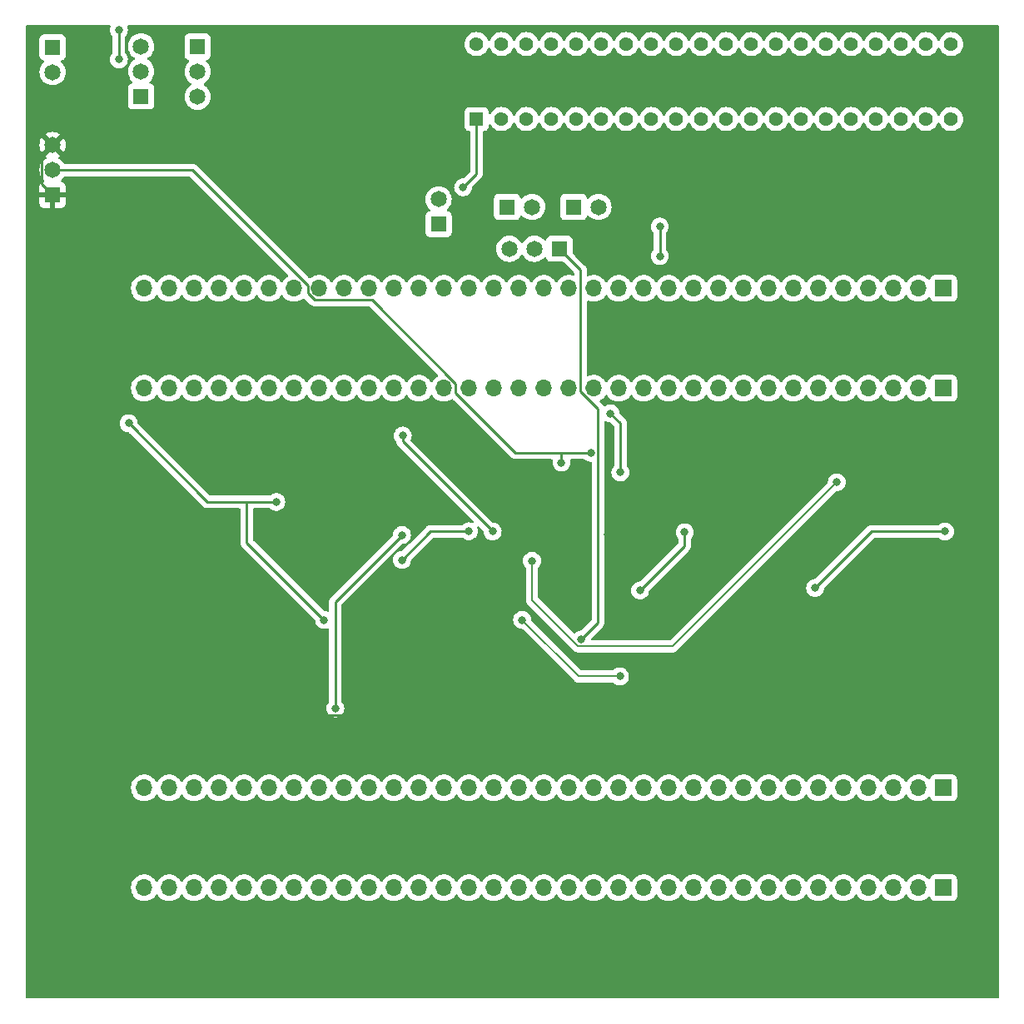
<source format=gbl>
%TF.GenerationSoftware,KiCad,Pcbnew,(6.0.2)*%
%TF.CreationDate,2022-04-17T21:21:11+02:00*%
%TF.ProjectId,main,6d61696e-2e6b-4696-9361-645f70636258,rev?*%
%TF.SameCoordinates,Original*%
%TF.FileFunction,Copper,L2,Bot*%
%TF.FilePolarity,Positive*%
%FSLAX46Y46*%
G04 Gerber Fmt 4.6, Leading zero omitted, Abs format (unit mm)*
G04 Created by KiCad (PCBNEW (6.0.2)) date 2022-04-17 21:21:11*
%MOMM*%
%LPD*%
G01*
G04 APERTURE LIST*
%TA.AperFunction,ComponentPad*%
%ADD10R,1.650000X1.650000*%
%TD*%
%TA.AperFunction,ComponentPad*%
%ADD11C,1.650000*%
%TD*%
%TA.AperFunction,ComponentPad*%
%ADD12R,1.700000X1.700000*%
%TD*%
%TA.AperFunction,ComponentPad*%
%ADD13O,1.700000X1.700000*%
%TD*%
%TA.AperFunction,ComponentPad*%
%ADD14R,1.425000X1.425000*%
%TD*%
%TA.AperFunction,ComponentPad*%
%ADD15C,1.425000*%
%TD*%
%TA.AperFunction,ViaPad*%
%ADD16C,0.800000*%
%TD*%
%TA.AperFunction,Conductor*%
%ADD17C,0.250000*%
%TD*%
%TA.AperFunction,Conductor*%
%ADD18C,0.200000*%
%TD*%
G04 APERTURE END LIST*
D10*
X129480000Y-69000000D03*
D11*
X132020000Y-69000000D03*
D10*
X83250000Y-52750000D03*
D11*
X83250000Y-55290000D03*
D10*
X122500000Y-70770000D03*
D11*
X122500000Y-68230000D03*
D12*
X173870000Y-87440000D03*
D13*
X171330000Y-87440000D03*
X168790000Y-87440000D03*
X166250000Y-87440000D03*
X163710000Y-87440000D03*
X161170000Y-87440000D03*
X158630000Y-87440000D03*
X156090000Y-87440000D03*
X153550000Y-87440000D03*
X151010000Y-87440000D03*
X148470000Y-87440000D03*
X145930000Y-87440000D03*
X143390000Y-87440000D03*
X140850000Y-87440000D03*
X138310000Y-87440000D03*
X135770000Y-87440000D03*
X133230000Y-87440000D03*
X130690000Y-87440000D03*
X128150000Y-87440000D03*
X125610000Y-87440000D03*
X123070000Y-87440000D03*
X120530000Y-87440000D03*
X117990000Y-87440000D03*
X115450000Y-87440000D03*
X112910000Y-87440000D03*
X110370000Y-87440000D03*
X107830000Y-87440000D03*
X105290000Y-87440000D03*
X102750000Y-87440000D03*
X100210000Y-87440000D03*
X97670000Y-87440000D03*
X95130000Y-87440000D03*
X92590000Y-87440000D03*
D10*
X98000000Y-52710000D03*
D11*
X98000000Y-55250000D03*
X98000000Y-57790000D03*
D10*
X83250000Y-67790000D03*
D11*
X83250000Y-65250000D03*
X83250000Y-62710000D03*
D12*
X173870000Y-77280000D03*
D13*
X171330000Y-77280000D03*
X168790000Y-77280000D03*
X166250000Y-77280000D03*
X163710000Y-77280000D03*
X161170000Y-77280000D03*
X158630000Y-77280000D03*
X156090000Y-77280000D03*
X153550000Y-77280000D03*
X151010000Y-77280000D03*
X148470000Y-77280000D03*
X145930000Y-77280000D03*
X143390000Y-77280000D03*
X140850000Y-77280000D03*
X138310000Y-77280000D03*
X135770000Y-77280000D03*
X133230000Y-77280000D03*
X130690000Y-77280000D03*
X128150000Y-77280000D03*
X125610000Y-77280000D03*
X123070000Y-77280000D03*
X120530000Y-77280000D03*
X117990000Y-77280000D03*
X115450000Y-77280000D03*
X112910000Y-77280000D03*
X110370000Y-77280000D03*
X107830000Y-77280000D03*
X105290000Y-77280000D03*
X102750000Y-77280000D03*
X100210000Y-77280000D03*
X97670000Y-77280000D03*
X95130000Y-77280000D03*
X92590000Y-77280000D03*
D12*
X173870000Y-138240000D03*
D13*
X171330000Y-138240000D03*
X168790000Y-138240000D03*
X166250000Y-138240000D03*
X163710000Y-138240000D03*
X161170000Y-138240000D03*
X158630000Y-138240000D03*
X156090000Y-138240000D03*
X153550000Y-138240000D03*
X151010000Y-138240000D03*
X148470000Y-138240000D03*
X145930000Y-138240000D03*
X143390000Y-138240000D03*
X140850000Y-138240000D03*
X138310000Y-138240000D03*
X135770000Y-138240000D03*
X133230000Y-138240000D03*
X130690000Y-138240000D03*
X128150000Y-138240000D03*
X125610000Y-138240000D03*
X123070000Y-138240000D03*
X120530000Y-138240000D03*
X117990000Y-138240000D03*
X115450000Y-138240000D03*
X112910000Y-138240000D03*
X110370000Y-138240000D03*
X107830000Y-138240000D03*
X105290000Y-138240000D03*
X102750000Y-138240000D03*
X100210000Y-138240000D03*
X97670000Y-138240000D03*
X95130000Y-138240000D03*
X92590000Y-138240000D03*
D14*
X126370000Y-60060000D03*
D15*
X128910000Y-60060000D03*
X131450000Y-60060000D03*
X133990000Y-60060000D03*
X136530000Y-60060000D03*
X139070000Y-60060000D03*
X141610000Y-60060000D03*
X144150000Y-60060000D03*
X146690000Y-60060000D03*
X149230000Y-60060000D03*
X151770000Y-60060000D03*
X154310000Y-60060000D03*
X156850000Y-60060000D03*
X159390000Y-60060000D03*
X161930000Y-60060000D03*
X164470000Y-60060000D03*
X167010000Y-60060000D03*
X169550000Y-60060000D03*
X172090000Y-60060000D03*
X174630000Y-60060000D03*
X174630000Y-52440000D03*
X172090000Y-52440000D03*
X169550000Y-52440000D03*
X167010000Y-52440000D03*
X164470000Y-52440000D03*
X161930000Y-52440000D03*
X159390000Y-52440000D03*
X156850000Y-52440000D03*
X154310000Y-52440000D03*
X151770000Y-52440000D03*
X149230000Y-52440000D03*
X146690000Y-52440000D03*
X144150000Y-52440000D03*
X141610000Y-52440000D03*
X139070000Y-52440000D03*
X136530000Y-52440000D03*
X133990000Y-52440000D03*
X131450000Y-52440000D03*
X128910000Y-52440000D03*
X126370000Y-52440000D03*
D12*
X173870000Y-128080000D03*
D13*
X171330000Y-128080000D03*
X168790000Y-128080000D03*
X166250000Y-128080000D03*
X163710000Y-128080000D03*
X161170000Y-128080000D03*
X158630000Y-128080000D03*
X156090000Y-128080000D03*
X153550000Y-128080000D03*
X151010000Y-128080000D03*
X148470000Y-128080000D03*
X145930000Y-128080000D03*
X143390000Y-128080000D03*
X140850000Y-128080000D03*
X138310000Y-128080000D03*
X135770000Y-128080000D03*
X133230000Y-128080000D03*
X130690000Y-128080000D03*
X128150000Y-128080000D03*
X125610000Y-128080000D03*
X123070000Y-128080000D03*
X120530000Y-128080000D03*
X117990000Y-128080000D03*
X115450000Y-128080000D03*
X112910000Y-128080000D03*
X110370000Y-128080000D03*
X107830000Y-128080000D03*
X105290000Y-128080000D03*
X102750000Y-128080000D03*
X100210000Y-128080000D03*
X97670000Y-128080000D03*
X95130000Y-128080000D03*
X92590000Y-128080000D03*
D10*
X92250000Y-57750000D03*
D11*
X92250000Y-55210000D03*
X92250000Y-52670000D03*
D10*
X136230000Y-69000000D03*
D11*
X138770000Y-69000000D03*
D10*
X134790000Y-73250000D03*
D11*
X132250000Y-73250000D03*
X129710000Y-73250000D03*
D16*
X160800000Y-107750000D03*
X125000000Y-67000000D03*
X145000000Y-71000000D03*
X118860000Y-92250000D03*
X140000000Y-90000000D03*
X174000000Y-102000000D03*
X141000000Y-96000000D03*
X145000000Y-74000000D03*
X128000000Y-102000000D03*
X139712000Y-102345000D03*
X142000000Y-106000000D03*
X86000000Y-115000000D03*
X118890000Y-116250000D03*
X137000000Y-113000000D03*
X118788000Y-104905000D03*
X125573362Y-101987319D03*
X110860000Y-111000000D03*
X91000000Y-91000000D03*
X106000000Y-99000000D03*
X90000000Y-54000000D03*
X90000000Y-51000000D03*
X143000000Y-108000000D03*
X147538000Y-102095000D03*
X140950000Y-116750000D03*
X131000000Y-111000000D03*
X163000000Y-97000000D03*
X132000000Y-105000000D03*
X135000000Y-95000000D03*
X138000000Y-94000000D03*
X118788000Y-102365000D03*
X112000000Y-120000000D03*
D17*
X166550000Y-102000000D02*
X160800000Y-107750000D01*
X125000000Y-67000000D02*
X126370000Y-65630000D01*
X141000000Y-96000000D02*
X141000000Y-91000000D01*
X141000000Y-91000000D02*
X140000000Y-90000000D01*
X126370000Y-65630000D02*
X126370000Y-60060000D01*
X174000000Y-102000000D02*
X166550000Y-102000000D01*
X118860000Y-92860000D02*
X118860000Y-92250000D01*
X145000000Y-71000000D02*
X145000000Y-74000000D01*
X128000000Y-102000000D02*
X118860000Y-92860000D01*
X83250000Y-62710000D02*
X82100489Y-63859511D01*
X86000000Y-115000000D02*
X91724511Y-120724511D01*
X82100489Y-66640489D02*
X83250000Y-67790000D01*
X142000000Y-106000000D02*
X142000000Y-104633000D01*
X142000000Y-104633000D02*
X139712000Y-102345000D01*
X114415489Y-120724511D02*
X118890000Y-116250000D01*
X91724511Y-120724511D02*
X114415489Y-120724511D01*
X82100489Y-63859511D02*
X82100489Y-66640489D01*
X137000000Y-113000000D02*
X138724511Y-111275489D01*
X136944511Y-87735521D02*
X136944511Y-75404511D01*
X138724511Y-89515521D02*
X136944511Y-87735521D01*
X136944511Y-75404511D02*
X134790000Y-73250000D01*
X138724511Y-111275489D02*
X138724511Y-89515521D01*
X125573362Y-101987319D02*
X121705681Y-101987319D01*
X121705681Y-101987319D02*
X118788000Y-104905000D01*
X103000000Y-99000000D02*
X106000000Y-99000000D01*
X91000000Y-91000000D02*
X99000000Y-99000000D01*
X99000000Y-99000000D02*
X103000000Y-99000000D01*
X103000000Y-103140000D02*
X110860000Y-111000000D01*
X103000000Y-99000000D02*
X103000000Y-103140000D01*
X90000000Y-51000000D02*
X90000000Y-54000000D01*
X143000000Y-108000000D02*
X147538000Y-103462000D01*
X147538000Y-103462000D02*
X147538000Y-102095000D01*
D18*
X136750000Y-116750000D02*
X140950000Y-116750000D01*
X131000000Y-111000000D02*
X136750000Y-116750000D01*
X132000000Y-109000000D02*
X132000000Y-105000000D01*
X136699511Y-113699511D02*
X132000000Y-109000000D01*
X163000000Y-97000000D02*
X146300489Y-113699511D01*
X146300489Y-113699511D02*
X136699511Y-113699511D01*
D17*
X124244511Y-87926499D02*
X124244511Y-86953501D01*
X109883501Y-78454511D02*
X109195489Y-77766499D01*
X115745521Y-78454511D02*
X109883501Y-78454511D01*
X124244511Y-86953501D02*
X115745521Y-78454511D01*
X109195489Y-77766499D02*
X109195489Y-76984479D01*
X109195489Y-76984479D02*
X97461010Y-65250000D01*
X135000000Y-95000000D02*
X135000000Y-94000000D01*
X130318012Y-94000000D02*
X124244511Y-87926499D01*
X138000000Y-94000000D02*
X135000000Y-94000000D01*
X135000000Y-94000000D02*
X130318012Y-94000000D01*
X97461010Y-65250000D02*
X83250000Y-65250000D01*
X112000000Y-109153000D02*
X118788000Y-102365000D01*
X112000000Y-120000000D02*
X112000000Y-109153000D01*
%TA.AperFunction,Conductor*%
G36*
X89099305Y-50528002D02*
G01*
X89145798Y-50581658D01*
X89155902Y-50651932D01*
X89151019Y-50672929D01*
X89106458Y-50810072D01*
X89086496Y-51000000D01*
X89106458Y-51189928D01*
X89165473Y-51371556D01*
X89168776Y-51377278D01*
X89168777Y-51377279D01*
X89194829Y-51422402D01*
X89260960Y-51536944D01*
X89334137Y-51618215D01*
X89364853Y-51682221D01*
X89366500Y-51702524D01*
X89366500Y-53297476D01*
X89346498Y-53365597D01*
X89334142Y-53381779D01*
X89260960Y-53463056D01*
X89202686Y-53563990D01*
X89170512Y-53619717D01*
X89165473Y-53628444D01*
X89106458Y-53810072D01*
X89105768Y-53816633D01*
X89105768Y-53816635D01*
X89094077Y-53927867D01*
X89086496Y-54000000D01*
X89087186Y-54006565D01*
X89105564Y-54181419D01*
X89106458Y-54189928D01*
X89165473Y-54371556D01*
X89260960Y-54536944D01*
X89388747Y-54678866D01*
X89543248Y-54791118D01*
X89549276Y-54793802D01*
X89549278Y-54793803D01*
X89647388Y-54837484D01*
X89717712Y-54868794D01*
X89811112Y-54888647D01*
X89898056Y-54907128D01*
X89898061Y-54907128D01*
X89904513Y-54908500D01*
X90095487Y-54908500D01*
X90101939Y-54907128D01*
X90101944Y-54907128D01*
X90188887Y-54888647D01*
X90282288Y-54868794D01*
X90352612Y-54837484D01*
X90450722Y-54793803D01*
X90450724Y-54793802D01*
X90456752Y-54791118D01*
X90611253Y-54678866D01*
X90739040Y-54536944D01*
X90834527Y-54371556D01*
X90893542Y-54189928D01*
X90894437Y-54181419D01*
X90912814Y-54006565D01*
X90913504Y-54000000D01*
X90905923Y-53927867D01*
X90894232Y-53816635D01*
X90894232Y-53816633D01*
X90893542Y-53810072D01*
X90834527Y-53628444D01*
X90829489Y-53619717D01*
X90797314Y-53563990D01*
X90739040Y-53463056D01*
X90665863Y-53381785D01*
X90635147Y-53317779D01*
X90633500Y-53297476D01*
X90633500Y-51702524D01*
X90653502Y-51634403D01*
X90665858Y-51618221D01*
X90739040Y-51536944D01*
X90805171Y-51422402D01*
X90831223Y-51377279D01*
X90831224Y-51377278D01*
X90834527Y-51371556D01*
X90893542Y-51189928D01*
X90913504Y-51000000D01*
X90893542Y-50810072D01*
X90848983Y-50672934D01*
X90846955Y-50601969D01*
X90883617Y-50541171D01*
X90947330Y-50509846D01*
X90968816Y-50508000D01*
X179366000Y-50508000D01*
X179434121Y-50528002D01*
X179480614Y-50581658D01*
X179492000Y-50634000D01*
X179492000Y-149366000D01*
X179471998Y-149434121D01*
X179418342Y-149480614D01*
X179366000Y-149492000D01*
X80634000Y-149492000D01*
X80565879Y-149471998D01*
X80519386Y-149418342D01*
X80508000Y-149366000D01*
X80508000Y-138206695D01*
X91227251Y-138206695D01*
X91240110Y-138429715D01*
X91241247Y-138434761D01*
X91241248Y-138434767D01*
X91265304Y-138541508D01*
X91289222Y-138647639D01*
X91373266Y-138854616D01*
X91410685Y-138915678D01*
X91487291Y-139040688D01*
X91489987Y-139045088D01*
X91636250Y-139213938D01*
X91808126Y-139356632D01*
X92001000Y-139469338D01*
X92209692Y-139549030D01*
X92214760Y-139550061D01*
X92214763Y-139550062D01*
X92322017Y-139571883D01*
X92428597Y-139593567D01*
X92433772Y-139593757D01*
X92433774Y-139593757D01*
X92646673Y-139601564D01*
X92646677Y-139601564D01*
X92651837Y-139601753D01*
X92656957Y-139601097D01*
X92656959Y-139601097D01*
X92868288Y-139574025D01*
X92868289Y-139574025D01*
X92873416Y-139573368D01*
X92878366Y-139571883D01*
X93082429Y-139510661D01*
X93082434Y-139510659D01*
X93087384Y-139509174D01*
X93287994Y-139410896D01*
X93469860Y-139281173D01*
X93628096Y-139123489D01*
X93687594Y-139040689D01*
X93758453Y-138942077D01*
X93759776Y-138943028D01*
X93806645Y-138899857D01*
X93876580Y-138887625D01*
X93942026Y-138915144D01*
X93969875Y-138946994D01*
X94029987Y-139045088D01*
X94176250Y-139213938D01*
X94348126Y-139356632D01*
X94541000Y-139469338D01*
X94749692Y-139549030D01*
X94754760Y-139550061D01*
X94754763Y-139550062D01*
X94862017Y-139571883D01*
X94968597Y-139593567D01*
X94973772Y-139593757D01*
X94973774Y-139593757D01*
X95186673Y-139601564D01*
X95186677Y-139601564D01*
X95191837Y-139601753D01*
X95196957Y-139601097D01*
X95196959Y-139601097D01*
X95408288Y-139574025D01*
X95408289Y-139574025D01*
X95413416Y-139573368D01*
X95418366Y-139571883D01*
X95622429Y-139510661D01*
X95622434Y-139510659D01*
X95627384Y-139509174D01*
X95827994Y-139410896D01*
X96009860Y-139281173D01*
X96168096Y-139123489D01*
X96227594Y-139040689D01*
X96298453Y-138942077D01*
X96299776Y-138943028D01*
X96346645Y-138899857D01*
X96416580Y-138887625D01*
X96482026Y-138915144D01*
X96509875Y-138946994D01*
X96569987Y-139045088D01*
X96716250Y-139213938D01*
X96888126Y-139356632D01*
X97081000Y-139469338D01*
X97289692Y-139549030D01*
X97294760Y-139550061D01*
X97294763Y-139550062D01*
X97402017Y-139571883D01*
X97508597Y-139593567D01*
X97513772Y-139593757D01*
X97513774Y-139593757D01*
X97726673Y-139601564D01*
X97726677Y-139601564D01*
X97731837Y-139601753D01*
X97736957Y-139601097D01*
X97736959Y-139601097D01*
X97948288Y-139574025D01*
X97948289Y-139574025D01*
X97953416Y-139573368D01*
X97958366Y-139571883D01*
X98162429Y-139510661D01*
X98162434Y-139510659D01*
X98167384Y-139509174D01*
X98367994Y-139410896D01*
X98549860Y-139281173D01*
X98708096Y-139123489D01*
X98767594Y-139040689D01*
X98838453Y-138942077D01*
X98839776Y-138943028D01*
X98886645Y-138899857D01*
X98956580Y-138887625D01*
X99022026Y-138915144D01*
X99049875Y-138946994D01*
X99109987Y-139045088D01*
X99256250Y-139213938D01*
X99428126Y-139356632D01*
X99621000Y-139469338D01*
X99829692Y-139549030D01*
X99834760Y-139550061D01*
X99834763Y-139550062D01*
X99942017Y-139571883D01*
X100048597Y-139593567D01*
X100053772Y-139593757D01*
X100053774Y-139593757D01*
X100266673Y-139601564D01*
X100266677Y-139601564D01*
X100271837Y-139601753D01*
X100276957Y-139601097D01*
X100276959Y-139601097D01*
X100488288Y-139574025D01*
X100488289Y-139574025D01*
X100493416Y-139573368D01*
X100498366Y-139571883D01*
X100702429Y-139510661D01*
X100702434Y-139510659D01*
X100707384Y-139509174D01*
X100907994Y-139410896D01*
X101089860Y-139281173D01*
X101248096Y-139123489D01*
X101307594Y-139040689D01*
X101378453Y-138942077D01*
X101379776Y-138943028D01*
X101426645Y-138899857D01*
X101496580Y-138887625D01*
X101562026Y-138915144D01*
X101589875Y-138946994D01*
X101649987Y-139045088D01*
X101796250Y-139213938D01*
X101968126Y-139356632D01*
X102161000Y-139469338D01*
X102369692Y-139549030D01*
X102374760Y-139550061D01*
X102374763Y-139550062D01*
X102482017Y-139571883D01*
X102588597Y-139593567D01*
X102593772Y-139593757D01*
X102593774Y-139593757D01*
X102806673Y-139601564D01*
X102806677Y-139601564D01*
X102811837Y-139601753D01*
X102816957Y-139601097D01*
X102816959Y-139601097D01*
X103028288Y-139574025D01*
X103028289Y-139574025D01*
X103033416Y-139573368D01*
X103038366Y-139571883D01*
X103242429Y-139510661D01*
X103242434Y-139510659D01*
X103247384Y-139509174D01*
X103447994Y-139410896D01*
X103629860Y-139281173D01*
X103788096Y-139123489D01*
X103847594Y-139040689D01*
X103918453Y-138942077D01*
X103919776Y-138943028D01*
X103966645Y-138899857D01*
X104036580Y-138887625D01*
X104102026Y-138915144D01*
X104129875Y-138946994D01*
X104189987Y-139045088D01*
X104336250Y-139213938D01*
X104508126Y-139356632D01*
X104701000Y-139469338D01*
X104909692Y-139549030D01*
X104914760Y-139550061D01*
X104914763Y-139550062D01*
X105022017Y-139571883D01*
X105128597Y-139593567D01*
X105133772Y-139593757D01*
X105133774Y-139593757D01*
X105346673Y-139601564D01*
X105346677Y-139601564D01*
X105351837Y-139601753D01*
X105356957Y-139601097D01*
X105356959Y-139601097D01*
X105568288Y-139574025D01*
X105568289Y-139574025D01*
X105573416Y-139573368D01*
X105578366Y-139571883D01*
X105782429Y-139510661D01*
X105782434Y-139510659D01*
X105787384Y-139509174D01*
X105987994Y-139410896D01*
X106169860Y-139281173D01*
X106328096Y-139123489D01*
X106387594Y-139040689D01*
X106458453Y-138942077D01*
X106459776Y-138943028D01*
X106506645Y-138899857D01*
X106576580Y-138887625D01*
X106642026Y-138915144D01*
X106669875Y-138946994D01*
X106729987Y-139045088D01*
X106876250Y-139213938D01*
X107048126Y-139356632D01*
X107241000Y-139469338D01*
X107449692Y-139549030D01*
X107454760Y-139550061D01*
X107454763Y-139550062D01*
X107562017Y-139571883D01*
X107668597Y-139593567D01*
X107673772Y-139593757D01*
X107673774Y-139593757D01*
X107886673Y-139601564D01*
X107886677Y-139601564D01*
X107891837Y-139601753D01*
X107896957Y-139601097D01*
X107896959Y-139601097D01*
X108108288Y-139574025D01*
X108108289Y-139574025D01*
X108113416Y-139573368D01*
X108118366Y-139571883D01*
X108322429Y-139510661D01*
X108322434Y-139510659D01*
X108327384Y-139509174D01*
X108527994Y-139410896D01*
X108709860Y-139281173D01*
X108868096Y-139123489D01*
X108927594Y-139040689D01*
X108998453Y-138942077D01*
X108999776Y-138943028D01*
X109046645Y-138899857D01*
X109116580Y-138887625D01*
X109182026Y-138915144D01*
X109209875Y-138946994D01*
X109269987Y-139045088D01*
X109416250Y-139213938D01*
X109588126Y-139356632D01*
X109781000Y-139469338D01*
X109989692Y-139549030D01*
X109994760Y-139550061D01*
X109994763Y-139550062D01*
X110102017Y-139571883D01*
X110208597Y-139593567D01*
X110213772Y-139593757D01*
X110213774Y-139593757D01*
X110426673Y-139601564D01*
X110426677Y-139601564D01*
X110431837Y-139601753D01*
X110436957Y-139601097D01*
X110436959Y-139601097D01*
X110648288Y-139574025D01*
X110648289Y-139574025D01*
X110653416Y-139573368D01*
X110658366Y-139571883D01*
X110862429Y-139510661D01*
X110862434Y-139510659D01*
X110867384Y-139509174D01*
X111067994Y-139410896D01*
X111249860Y-139281173D01*
X111408096Y-139123489D01*
X111467594Y-139040689D01*
X111538453Y-138942077D01*
X111539776Y-138943028D01*
X111586645Y-138899857D01*
X111656580Y-138887625D01*
X111722026Y-138915144D01*
X111749875Y-138946994D01*
X111809987Y-139045088D01*
X111956250Y-139213938D01*
X112128126Y-139356632D01*
X112321000Y-139469338D01*
X112529692Y-139549030D01*
X112534760Y-139550061D01*
X112534763Y-139550062D01*
X112642017Y-139571883D01*
X112748597Y-139593567D01*
X112753772Y-139593757D01*
X112753774Y-139593757D01*
X112966673Y-139601564D01*
X112966677Y-139601564D01*
X112971837Y-139601753D01*
X112976957Y-139601097D01*
X112976959Y-139601097D01*
X113188288Y-139574025D01*
X113188289Y-139574025D01*
X113193416Y-139573368D01*
X113198366Y-139571883D01*
X113402429Y-139510661D01*
X113402434Y-139510659D01*
X113407384Y-139509174D01*
X113607994Y-139410896D01*
X113789860Y-139281173D01*
X113948096Y-139123489D01*
X114007594Y-139040689D01*
X114078453Y-138942077D01*
X114079776Y-138943028D01*
X114126645Y-138899857D01*
X114196580Y-138887625D01*
X114262026Y-138915144D01*
X114289875Y-138946994D01*
X114349987Y-139045088D01*
X114496250Y-139213938D01*
X114668126Y-139356632D01*
X114861000Y-139469338D01*
X115069692Y-139549030D01*
X115074760Y-139550061D01*
X115074763Y-139550062D01*
X115182017Y-139571883D01*
X115288597Y-139593567D01*
X115293772Y-139593757D01*
X115293774Y-139593757D01*
X115506673Y-139601564D01*
X115506677Y-139601564D01*
X115511837Y-139601753D01*
X115516957Y-139601097D01*
X115516959Y-139601097D01*
X115728288Y-139574025D01*
X115728289Y-139574025D01*
X115733416Y-139573368D01*
X115738366Y-139571883D01*
X115942429Y-139510661D01*
X115942434Y-139510659D01*
X115947384Y-139509174D01*
X116147994Y-139410896D01*
X116329860Y-139281173D01*
X116488096Y-139123489D01*
X116547594Y-139040689D01*
X116618453Y-138942077D01*
X116619776Y-138943028D01*
X116666645Y-138899857D01*
X116736580Y-138887625D01*
X116802026Y-138915144D01*
X116829875Y-138946994D01*
X116889987Y-139045088D01*
X117036250Y-139213938D01*
X117208126Y-139356632D01*
X117401000Y-139469338D01*
X117609692Y-139549030D01*
X117614760Y-139550061D01*
X117614763Y-139550062D01*
X117722017Y-139571883D01*
X117828597Y-139593567D01*
X117833772Y-139593757D01*
X117833774Y-139593757D01*
X118046673Y-139601564D01*
X118046677Y-139601564D01*
X118051837Y-139601753D01*
X118056957Y-139601097D01*
X118056959Y-139601097D01*
X118268288Y-139574025D01*
X118268289Y-139574025D01*
X118273416Y-139573368D01*
X118278366Y-139571883D01*
X118482429Y-139510661D01*
X118482434Y-139510659D01*
X118487384Y-139509174D01*
X118687994Y-139410896D01*
X118869860Y-139281173D01*
X119028096Y-139123489D01*
X119087594Y-139040689D01*
X119158453Y-138942077D01*
X119159776Y-138943028D01*
X119206645Y-138899857D01*
X119276580Y-138887625D01*
X119342026Y-138915144D01*
X119369875Y-138946994D01*
X119429987Y-139045088D01*
X119576250Y-139213938D01*
X119748126Y-139356632D01*
X119941000Y-139469338D01*
X120149692Y-139549030D01*
X120154760Y-139550061D01*
X120154763Y-139550062D01*
X120262017Y-139571883D01*
X120368597Y-139593567D01*
X120373772Y-139593757D01*
X120373774Y-139593757D01*
X120586673Y-139601564D01*
X120586677Y-139601564D01*
X120591837Y-139601753D01*
X120596957Y-139601097D01*
X120596959Y-139601097D01*
X120808288Y-139574025D01*
X120808289Y-139574025D01*
X120813416Y-139573368D01*
X120818366Y-139571883D01*
X121022429Y-139510661D01*
X121022434Y-139510659D01*
X121027384Y-139509174D01*
X121227994Y-139410896D01*
X121409860Y-139281173D01*
X121568096Y-139123489D01*
X121627594Y-139040689D01*
X121698453Y-138942077D01*
X121699776Y-138943028D01*
X121746645Y-138899857D01*
X121816580Y-138887625D01*
X121882026Y-138915144D01*
X121909875Y-138946994D01*
X121969987Y-139045088D01*
X122116250Y-139213938D01*
X122288126Y-139356632D01*
X122481000Y-139469338D01*
X122689692Y-139549030D01*
X122694760Y-139550061D01*
X122694763Y-139550062D01*
X122802017Y-139571883D01*
X122908597Y-139593567D01*
X122913772Y-139593757D01*
X122913774Y-139593757D01*
X123126673Y-139601564D01*
X123126677Y-139601564D01*
X123131837Y-139601753D01*
X123136957Y-139601097D01*
X123136959Y-139601097D01*
X123348288Y-139574025D01*
X123348289Y-139574025D01*
X123353416Y-139573368D01*
X123358366Y-139571883D01*
X123562429Y-139510661D01*
X123562434Y-139510659D01*
X123567384Y-139509174D01*
X123767994Y-139410896D01*
X123949860Y-139281173D01*
X124108096Y-139123489D01*
X124167594Y-139040689D01*
X124238453Y-138942077D01*
X124239776Y-138943028D01*
X124286645Y-138899857D01*
X124356580Y-138887625D01*
X124422026Y-138915144D01*
X124449875Y-138946994D01*
X124509987Y-139045088D01*
X124656250Y-139213938D01*
X124828126Y-139356632D01*
X125021000Y-139469338D01*
X125229692Y-139549030D01*
X125234760Y-139550061D01*
X125234763Y-139550062D01*
X125342017Y-139571883D01*
X125448597Y-139593567D01*
X125453772Y-139593757D01*
X125453774Y-139593757D01*
X125666673Y-139601564D01*
X125666677Y-139601564D01*
X125671837Y-139601753D01*
X125676957Y-139601097D01*
X125676959Y-139601097D01*
X125888288Y-139574025D01*
X125888289Y-139574025D01*
X125893416Y-139573368D01*
X125898366Y-139571883D01*
X126102429Y-139510661D01*
X126102434Y-139510659D01*
X126107384Y-139509174D01*
X126307994Y-139410896D01*
X126489860Y-139281173D01*
X126648096Y-139123489D01*
X126707594Y-139040689D01*
X126778453Y-138942077D01*
X126779776Y-138943028D01*
X126826645Y-138899857D01*
X126896580Y-138887625D01*
X126962026Y-138915144D01*
X126989875Y-138946994D01*
X127049987Y-139045088D01*
X127196250Y-139213938D01*
X127368126Y-139356632D01*
X127561000Y-139469338D01*
X127769692Y-139549030D01*
X127774760Y-139550061D01*
X127774763Y-139550062D01*
X127882017Y-139571883D01*
X127988597Y-139593567D01*
X127993772Y-139593757D01*
X127993774Y-139593757D01*
X128206673Y-139601564D01*
X128206677Y-139601564D01*
X128211837Y-139601753D01*
X128216957Y-139601097D01*
X128216959Y-139601097D01*
X128428288Y-139574025D01*
X128428289Y-139574025D01*
X128433416Y-139573368D01*
X128438366Y-139571883D01*
X128642429Y-139510661D01*
X128642434Y-139510659D01*
X128647384Y-139509174D01*
X128847994Y-139410896D01*
X129029860Y-139281173D01*
X129188096Y-139123489D01*
X129247594Y-139040689D01*
X129318453Y-138942077D01*
X129319776Y-138943028D01*
X129366645Y-138899857D01*
X129436580Y-138887625D01*
X129502026Y-138915144D01*
X129529875Y-138946994D01*
X129589987Y-139045088D01*
X129736250Y-139213938D01*
X129908126Y-139356632D01*
X130101000Y-139469338D01*
X130309692Y-139549030D01*
X130314760Y-139550061D01*
X130314763Y-139550062D01*
X130422017Y-139571883D01*
X130528597Y-139593567D01*
X130533772Y-139593757D01*
X130533774Y-139593757D01*
X130746673Y-139601564D01*
X130746677Y-139601564D01*
X130751837Y-139601753D01*
X130756957Y-139601097D01*
X130756959Y-139601097D01*
X130968288Y-139574025D01*
X130968289Y-139574025D01*
X130973416Y-139573368D01*
X130978366Y-139571883D01*
X131182429Y-139510661D01*
X131182434Y-139510659D01*
X131187384Y-139509174D01*
X131387994Y-139410896D01*
X131569860Y-139281173D01*
X131728096Y-139123489D01*
X131787594Y-139040689D01*
X131858453Y-138942077D01*
X131859776Y-138943028D01*
X131906645Y-138899857D01*
X131976580Y-138887625D01*
X132042026Y-138915144D01*
X132069875Y-138946994D01*
X132129987Y-139045088D01*
X132276250Y-139213938D01*
X132448126Y-139356632D01*
X132641000Y-139469338D01*
X132849692Y-139549030D01*
X132854760Y-139550061D01*
X132854763Y-139550062D01*
X132962017Y-139571883D01*
X133068597Y-139593567D01*
X133073772Y-139593757D01*
X133073774Y-139593757D01*
X133286673Y-139601564D01*
X133286677Y-139601564D01*
X133291837Y-139601753D01*
X133296957Y-139601097D01*
X133296959Y-139601097D01*
X133508288Y-139574025D01*
X133508289Y-139574025D01*
X133513416Y-139573368D01*
X133518366Y-139571883D01*
X133722429Y-139510661D01*
X133722434Y-139510659D01*
X133727384Y-139509174D01*
X133927994Y-139410896D01*
X134109860Y-139281173D01*
X134268096Y-139123489D01*
X134327594Y-139040689D01*
X134398453Y-138942077D01*
X134399776Y-138943028D01*
X134446645Y-138899857D01*
X134516580Y-138887625D01*
X134582026Y-138915144D01*
X134609875Y-138946994D01*
X134669987Y-139045088D01*
X134816250Y-139213938D01*
X134988126Y-139356632D01*
X135181000Y-139469338D01*
X135389692Y-139549030D01*
X135394760Y-139550061D01*
X135394763Y-139550062D01*
X135502017Y-139571883D01*
X135608597Y-139593567D01*
X135613772Y-139593757D01*
X135613774Y-139593757D01*
X135826673Y-139601564D01*
X135826677Y-139601564D01*
X135831837Y-139601753D01*
X135836957Y-139601097D01*
X135836959Y-139601097D01*
X136048288Y-139574025D01*
X136048289Y-139574025D01*
X136053416Y-139573368D01*
X136058366Y-139571883D01*
X136262429Y-139510661D01*
X136262434Y-139510659D01*
X136267384Y-139509174D01*
X136467994Y-139410896D01*
X136649860Y-139281173D01*
X136808096Y-139123489D01*
X136867594Y-139040689D01*
X136938453Y-138942077D01*
X136939776Y-138943028D01*
X136986645Y-138899857D01*
X137056580Y-138887625D01*
X137122026Y-138915144D01*
X137149875Y-138946994D01*
X137209987Y-139045088D01*
X137356250Y-139213938D01*
X137528126Y-139356632D01*
X137721000Y-139469338D01*
X137929692Y-139549030D01*
X137934760Y-139550061D01*
X137934763Y-139550062D01*
X138042017Y-139571883D01*
X138148597Y-139593567D01*
X138153772Y-139593757D01*
X138153774Y-139593757D01*
X138366673Y-139601564D01*
X138366677Y-139601564D01*
X138371837Y-139601753D01*
X138376957Y-139601097D01*
X138376959Y-139601097D01*
X138588288Y-139574025D01*
X138588289Y-139574025D01*
X138593416Y-139573368D01*
X138598366Y-139571883D01*
X138802429Y-139510661D01*
X138802434Y-139510659D01*
X138807384Y-139509174D01*
X139007994Y-139410896D01*
X139189860Y-139281173D01*
X139348096Y-139123489D01*
X139407594Y-139040689D01*
X139478453Y-138942077D01*
X139479776Y-138943028D01*
X139526645Y-138899857D01*
X139596580Y-138887625D01*
X139662026Y-138915144D01*
X139689875Y-138946994D01*
X139749987Y-139045088D01*
X139896250Y-139213938D01*
X140068126Y-139356632D01*
X140261000Y-139469338D01*
X140469692Y-139549030D01*
X140474760Y-139550061D01*
X140474763Y-139550062D01*
X140582017Y-139571883D01*
X140688597Y-139593567D01*
X140693772Y-139593757D01*
X140693774Y-139593757D01*
X140906673Y-139601564D01*
X140906677Y-139601564D01*
X140911837Y-139601753D01*
X140916957Y-139601097D01*
X140916959Y-139601097D01*
X141128288Y-139574025D01*
X141128289Y-139574025D01*
X141133416Y-139573368D01*
X141138366Y-139571883D01*
X141342429Y-139510661D01*
X141342434Y-139510659D01*
X141347384Y-139509174D01*
X141547994Y-139410896D01*
X141729860Y-139281173D01*
X141888096Y-139123489D01*
X141947594Y-139040689D01*
X142018453Y-138942077D01*
X142019776Y-138943028D01*
X142066645Y-138899857D01*
X142136580Y-138887625D01*
X142202026Y-138915144D01*
X142229875Y-138946994D01*
X142289987Y-139045088D01*
X142436250Y-139213938D01*
X142608126Y-139356632D01*
X142801000Y-139469338D01*
X143009692Y-139549030D01*
X143014760Y-139550061D01*
X143014763Y-139550062D01*
X143122017Y-139571883D01*
X143228597Y-139593567D01*
X143233772Y-139593757D01*
X143233774Y-139593757D01*
X143446673Y-139601564D01*
X143446677Y-139601564D01*
X143451837Y-139601753D01*
X143456957Y-139601097D01*
X143456959Y-139601097D01*
X143668288Y-139574025D01*
X143668289Y-139574025D01*
X143673416Y-139573368D01*
X143678366Y-139571883D01*
X143882429Y-139510661D01*
X143882434Y-139510659D01*
X143887384Y-139509174D01*
X144087994Y-139410896D01*
X144269860Y-139281173D01*
X144428096Y-139123489D01*
X144487594Y-139040689D01*
X144558453Y-138942077D01*
X144559776Y-138943028D01*
X144606645Y-138899857D01*
X144676580Y-138887625D01*
X144742026Y-138915144D01*
X144769875Y-138946994D01*
X144829987Y-139045088D01*
X144976250Y-139213938D01*
X145148126Y-139356632D01*
X145341000Y-139469338D01*
X145549692Y-139549030D01*
X145554760Y-139550061D01*
X145554763Y-139550062D01*
X145662017Y-139571883D01*
X145768597Y-139593567D01*
X145773772Y-139593757D01*
X145773774Y-139593757D01*
X145986673Y-139601564D01*
X145986677Y-139601564D01*
X145991837Y-139601753D01*
X145996957Y-139601097D01*
X145996959Y-139601097D01*
X146208288Y-139574025D01*
X146208289Y-139574025D01*
X146213416Y-139573368D01*
X146218366Y-139571883D01*
X146422429Y-139510661D01*
X146422434Y-139510659D01*
X146427384Y-139509174D01*
X146627994Y-139410896D01*
X146809860Y-139281173D01*
X146968096Y-139123489D01*
X147027594Y-139040689D01*
X147098453Y-138942077D01*
X147099776Y-138943028D01*
X147146645Y-138899857D01*
X147216580Y-138887625D01*
X147282026Y-138915144D01*
X147309875Y-138946994D01*
X147369987Y-139045088D01*
X147516250Y-139213938D01*
X147688126Y-139356632D01*
X147881000Y-139469338D01*
X148089692Y-139549030D01*
X148094760Y-139550061D01*
X148094763Y-139550062D01*
X148202017Y-139571883D01*
X148308597Y-139593567D01*
X148313772Y-139593757D01*
X148313774Y-139593757D01*
X148526673Y-139601564D01*
X148526677Y-139601564D01*
X148531837Y-139601753D01*
X148536957Y-139601097D01*
X148536959Y-139601097D01*
X148748288Y-139574025D01*
X148748289Y-139574025D01*
X148753416Y-139573368D01*
X148758366Y-139571883D01*
X148962429Y-139510661D01*
X148962434Y-139510659D01*
X148967384Y-139509174D01*
X149167994Y-139410896D01*
X149349860Y-139281173D01*
X149508096Y-139123489D01*
X149567594Y-139040689D01*
X149638453Y-138942077D01*
X149639776Y-138943028D01*
X149686645Y-138899857D01*
X149756580Y-138887625D01*
X149822026Y-138915144D01*
X149849875Y-138946994D01*
X149909987Y-139045088D01*
X150056250Y-139213938D01*
X150228126Y-139356632D01*
X150421000Y-139469338D01*
X150629692Y-139549030D01*
X150634760Y-139550061D01*
X150634763Y-139550062D01*
X150742017Y-139571883D01*
X150848597Y-139593567D01*
X150853772Y-139593757D01*
X150853774Y-139593757D01*
X151066673Y-139601564D01*
X151066677Y-139601564D01*
X151071837Y-139601753D01*
X151076957Y-139601097D01*
X151076959Y-139601097D01*
X151288288Y-139574025D01*
X151288289Y-139574025D01*
X151293416Y-139573368D01*
X151298366Y-139571883D01*
X151502429Y-139510661D01*
X151502434Y-139510659D01*
X151507384Y-139509174D01*
X151707994Y-139410896D01*
X151889860Y-139281173D01*
X152048096Y-139123489D01*
X152107594Y-139040689D01*
X152178453Y-138942077D01*
X152179776Y-138943028D01*
X152226645Y-138899857D01*
X152296580Y-138887625D01*
X152362026Y-138915144D01*
X152389875Y-138946994D01*
X152449987Y-139045088D01*
X152596250Y-139213938D01*
X152768126Y-139356632D01*
X152961000Y-139469338D01*
X153169692Y-139549030D01*
X153174760Y-139550061D01*
X153174763Y-139550062D01*
X153282017Y-139571883D01*
X153388597Y-139593567D01*
X153393772Y-139593757D01*
X153393774Y-139593757D01*
X153606673Y-139601564D01*
X153606677Y-139601564D01*
X153611837Y-139601753D01*
X153616957Y-139601097D01*
X153616959Y-139601097D01*
X153828288Y-139574025D01*
X153828289Y-139574025D01*
X153833416Y-139573368D01*
X153838366Y-139571883D01*
X154042429Y-139510661D01*
X154042434Y-139510659D01*
X154047384Y-139509174D01*
X154247994Y-139410896D01*
X154429860Y-139281173D01*
X154588096Y-139123489D01*
X154647594Y-139040689D01*
X154718453Y-138942077D01*
X154719776Y-138943028D01*
X154766645Y-138899857D01*
X154836580Y-138887625D01*
X154902026Y-138915144D01*
X154929875Y-138946994D01*
X154989987Y-139045088D01*
X155136250Y-139213938D01*
X155308126Y-139356632D01*
X155501000Y-139469338D01*
X155709692Y-139549030D01*
X155714760Y-139550061D01*
X155714763Y-139550062D01*
X155822017Y-139571883D01*
X155928597Y-139593567D01*
X155933772Y-139593757D01*
X155933774Y-139593757D01*
X156146673Y-139601564D01*
X156146677Y-139601564D01*
X156151837Y-139601753D01*
X156156957Y-139601097D01*
X156156959Y-139601097D01*
X156368288Y-139574025D01*
X156368289Y-139574025D01*
X156373416Y-139573368D01*
X156378366Y-139571883D01*
X156582429Y-139510661D01*
X156582434Y-139510659D01*
X156587384Y-139509174D01*
X156787994Y-139410896D01*
X156969860Y-139281173D01*
X157128096Y-139123489D01*
X157187594Y-139040689D01*
X157258453Y-138942077D01*
X157259776Y-138943028D01*
X157306645Y-138899857D01*
X157376580Y-138887625D01*
X157442026Y-138915144D01*
X157469875Y-138946994D01*
X157529987Y-139045088D01*
X157676250Y-139213938D01*
X157848126Y-139356632D01*
X158041000Y-139469338D01*
X158249692Y-139549030D01*
X158254760Y-139550061D01*
X158254763Y-139550062D01*
X158362017Y-139571883D01*
X158468597Y-139593567D01*
X158473772Y-139593757D01*
X158473774Y-139593757D01*
X158686673Y-139601564D01*
X158686677Y-139601564D01*
X158691837Y-139601753D01*
X158696957Y-139601097D01*
X158696959Y-139601097D01*
X158908288Y-139574025D01*
X158908289Y-139574025D01*
X158913416Y-139573368D01*
X158918366Y-139571883D01*
X159122429Y-139510661D01*
X159122434Y-139510659D01*
X159127384Y-139509174D01*
X159327994Y-139410896D01*
X159509860Y-139281173D01*
X159668096Y-139123489D01*
X159727594Y-139040689D01*
X159798453Y-138942077D01*
X159799776Y-138943028D01*
X159846645Y-138899857D01*
X159916580Y-138887625D01*
X159982026Y-138915144D01*
X160009875Y-138946994D01*
X160069987Y-139045088D01*
X160216250Y-139213938D01*
X160388126Y-139356632D01*
X160581000Y-139469338D01*
X160789692Y-139549030D01*
X160794760Y-139550061D01*
X160794763Y-139550062D01*
X160902017Y-139571883D01*
X161008597Y-139593567D01*
X161013772Y-139593757D01*
X161013774Y-139593757D01*
X161226673Y-139601564D01*
X161226677Y-139601564D01*
X161231837Y-139601753D01*
X161236957Y-139601097D01*
X161236959Y-139601097D01*
X161448288Y-139574025D01*
X161448289Y-139574025D01*
X161453416Y-139573368D01*
X161458366Y-139571883D01*
X161662429Y-139510661D01*
X161662434Y-139510659D01*
X161667384Y-139509174D01*
X161867994Y-139410896D01*
X162049860Y-139281173D01*
X162208096Y-139123489D01*
X162267594Y-139040689D01*
X162338453Y-138942077D01*
X162339776Y-138943028D01*
X162386645Y-138899857D01*
X162456580Y-138887625D01*
X162522026Y-138915144D01*
X162549875Y-138946994D01*
X162609987Y-139045088D01*
X162756250Y-139213938D01*
X162928126Y-139356632D01*
X163121000Y-139469338D01*
X163329692Y-139549030D01*
X163334760Y-139550061D01*
X163334763Y-139550062D01*
X163442017Y-139571883D01*
X163548597Y-139593567D01*
X163553772Y-139593757D01*
X163553774Y-139593757D01*
X163766673Y-139601564D01*
X163766677Y-139601564D01*
X163771837Y-139601753D01*
X163776957Y-139601097D01*
X163776959Y-139601097D01*
X163988288Y-139574025D01*
X163988289Y-139574025D01*
X163993416Y-139573368D01*
X163998366Y-139571883D01*
X164202429Y-139510661D01*
X164202434Y-139510659D01*
X164207384Y-139509174D01*
X164407994Y-139410896D01*
X164589860Y-139281173D01*
X164748096Y-139123489D01*
X164807594Y-139040689D01*
X164878453Y-138942077D01*
X164879776Y-138943028D01*
X164926645Y-138899857D01*
X164996580Y-138887625D01*
X165062026Y-138915144D01*
X165089875Y-138946994D01*
X165149987Y-139045088D01*
X165296250Y-139213938D01*
X165468126Y-139356632D01*
X165661000Y-139469338D01*
X165869692Y-139549030D01*
X165874760Y-139550061D01*
X165874763Y-139550062D01*
X165982017Y-139571883D01*
X166088597Y-139593567D01*
X166093772Y-139593757D01*
X166093774Y-139593757D01*
X166306673Y-139601564D01*
X166306677Y-139601564D01*
X166311837Y-139601753D01*
X166316957Y-139601097D01*
X166316959Y-139601097D01*
X166528288Y-139574025D01*
X166528289Y-139574025D01*
X166533416Y-139573368D01*
X166538366Y-139571883D01*
X166742429Y-139510661D01*
X166742434Y-139510659D01*
X166747384Y-139509174D01*
X166947994Y-139410896D01*
X167129860Y-139281173D01*
X167288096Y-139123489D01*
X167347594Y-139040689D01*
X167418453Y-138942077D01*
X167419776Y-138943028D01*
X167466645Y-138899857D01*
X167536580Y-138887625D01*
X167602026Y-138915144D01*
X167629875Y-138946994D01*
X167689987Y-139045088D01*
X167836250Y-139213938D01*
X168008126Y-139356632D01*
X168201000Y-139469338D01*
X168409692Y-139549030D01*
X168414760Y-139550061D01*
X168414763Y-139550062D01*
X168522017Y-139571883D01*
X168628597Y-139593567D01*
X168633772Y-139593757D01*
X168633774Y-139593757D01*
X168846673Y-139601564D01*
X168846677Y-139601564D01*
X168851837Y-139601753D01*
X168856957Y-139601097D01*
X168856959Y-139601097D01*
X169068288Y-139574025D01*
X169068289Y-139574025D01*
X169073416Y-139573368D01*
X169078366Y-139571883D01*
X169282429Y-139510661D01*
X169282434Y-139510659D01*
X169287384Y-139509174D01*
X169487994Y-139410896D01*
X169669860Y-139281173D01*
X169828096Y-139123489D01*
X169887594Y-139040689D01*
X169958453Y-138942077D01*
X169959776Y-138943028D01*
X170006645Y-138899857D01*
X170076580Y-138887625D01*
X170142026Y-138915144D01*
X170169875Y-138946994D01*
X170229987Y-139045088D01*
X170376250Y-139213938D01*
X170548126Y-139356632D01*
X170741000Y-139469338D01*
X170949692Y-139549030D01*
X170954760Y-139550061D01*
X170954763Y-139550062D01*
X171062017Y-139571883D01*
X171168597Y-139593567D01*
X171173772Y-139593757D01*
X171173774Y-139593757D01*
X171386673Y-139601564D01*
X171386677Y-139601564D01*
X171391837Y-139601753D01*
X171396957Y-139601097D01*
X171396959Y-139601097D01*
X171608288Y-139574025D01*
X171608289Y-139574025D01*
X171613416Y-139573368D01*
X171618366Y-139571883D01*
X171822429Y-139510661D01*
X171822434Y-139510659D01*
X171827384Y-139509174D01*
X172027994Y-139410896D01*
X172209860Y-139281173D01*
X172318091Y-139173319D01*
X172380462Y-139139404D01*
X172451268Y-139144592D01*
X172508030Y-139187238D01*
X172525012Y-139218341D01*
X172569385Y-139336705D01*
X172656739Y-139453261D01*
X172773295Y-139540615D01*
X172909684Y-139591745D01*
X172971866Y-139598500D01*
X174768134Y-139598500D01*
X174830316Y-139591745D01*
X174966705Y-139540615D01*
X175083261Y-139453261D01*
X175170615Y-139336705D01*
X175221745Y-139200316D01*
X175228500Y-139138134D01*
X175228500Y-137341866D01*
X175221745Y-137279684D01*
X175170615Y-137143295D01*
X175083261Y-137026739D01*
X174966705Y-136939385D01*
X174830316Y-136888255D01*
X174768134Y-136881500D01*
X172971866Y-136881500D01*
X172909684Y-136888255D01*
X172773295Y-136939385D01*
X172656739Y-137026739D01*
X172569385Y-137143295D01*
X172566233Y-137151703D01*
X172524919Y-137261907D01*
X172482277Y-137318671D01*
X172415716Y-137343371D01*
X172346367Y-137328163D01*
X172313743Y-137302476D01*
X172263151Y-137246875D01*
X172263142Y-137246866D01*
X172259670Y-137243051D01*
X172255619Y-137239852D01*
X172255615Y-137239848D01*
X172088414Y-137107800D01*
X172088410Y-137107798D01*
X172084359Y-137104598D01*
X171888789Y-136996638D01*
X171883920Y-136994914D01*
X171883916Y-136994912D01*
X171683087Y-136923795D01*
X171683083Y-136923794D01*
X171678212Y-136922069D01*
X171673119Y-136921162D01*
X171673116Y-136921161D01*
X171463373Y-136883800D01*
X171463367Y-136883799D01*
X171458284Y-136882894D01*
X171384452Y-136881992D01*
X171240081Y-136880228D01*
X171240079Y-136880228D01*
X171234911Y-136880165D01*
X171014091Y-136913955D01*
X170801756Y-136983357D01*
X170603607Y-137086507D01*
X170599474Y-137089610D01*
X170599471Y-137089612D01*
X170429100Y-137217530D01*
X170424965Y-137220635D01*
X170385525Y-137261907D01*
X170331280Y-137318671D01*
X170270629Y-137382138D01*
X170163201Y-137539621D01*
X170108293Y-137584621D01*
X170037768Y-137592792D01*
X169974021Y-137561538D01*
X169953324Y-137537054D01*
X169872822Y-137412617D01*
X169872820Y-137412614D01*
X169870014Y-137408277D01*
X169719670Y-137243051D01*
X169715619Y-137239852D01*
X169715615Y-137239848D01*
X169548414Y-137107800D01*
X169548410Y-137107798D01*
X169544359Y-137104598D01*
X169348789Y-136996638D01*
X169343920Y-136994914D01*
X169343916Y-136994912D01*
X169143087Y-136923795D01*
X169143083Y-136923794D01*
X169138212Y-136922069D01*
X169133119Y-136921162D01*
X169133116Y-136921161D01*
X168923373Y-136883800D01*
X168923367Y-136883799D01*
X168918284Y-136882894D01*
X168844452Y-136881992D01*
X168700081Y-136880228D01*
X168700079Y-136880228D01*
X168694911Y-136880165D01*
X168474091Y-136913955D01*
X168261756Y-136983357D01*
X168063607Y-137086507D01*
X168059474Y-137089610D01*
X168059471Y-137089612D01*
X167889100Y-137217530D01*
X167884965Y-137220635D01*
X167845525Y-137261907D01*
X167791280Y-137318671D01*
X167730629Y-137382138D01*
X167623201Y-137539621D01*
X167568293Y-137584621D01*
X167497768Y-137592792D01*
X167434021Y-137561538D01*
X167413324Y-137537054D01*
X167332822Y-137412617D01*
X167332820Y-137412614D01*
X167330014Y-137408277D01*
X167179670Y-137243051D01*
X167175619Y-137239852D01*
X167175615Y-137239848D01*
X167008414Y-137107800D01*
X167008410Y-137107798D01*
X167004359Y-137104598D01*
X166808789Y-136996638D01*
X166803920Y-136994914D01*
X166803916Y-136994912D01*
X166603087Y-136923795D01*
X166603083Y-136923794D01*
X166598212Y-136922069D01*
X166593119Y-136921162D01*
X166593116Y-136921161D01*
X166383373Y-136883800D01*
X166383367Y-136883799D01*
X166378284Y-136882894D01*
X166304452Y-136881992D01*
X166160081Y-136880228D01*
X166160079Y-136880228D01*
X166154911Y-136880165D01*
X165934091Y-136913955D01*
X165721756Y-136983357D01*
X165523607Y-137086507D01*
X165519474Y-137089610D01*
X165519471Y-137089612D01*
X165349100Y-137217530D01*
X165344965Y-137220635D01*
X165305525Y-137261907D01*
X165251280Y-137318671D01*
X165190629Y-137382138D01*
X165083201Y-137539621D01*
X165028293Y-137584621D01*
X164957768Y-137592792D01*
X164894021Y-137561538D01*
X164873324Y-137537054D01*
X164792822Y-137412617D01*
X164792820Y-137412614D01*
X164790014Y-137408277D01*
X164639670Y-137243051D01*
X164635619Y-137239852D01*
X164635615Y-137239848D01*
X164468414Y-137107800D01*
X164468410Y-137107798D01*
X164464359Y-137104598D01*
X164268789Y-136996638D01*
X164263920Y-136994914D01*
X164263916Y-136994912D01*
X164063087Y-136923795D01*
X164063083Y-136923794D01*
X164058212Y-136922069D01*
X164053119Y-136921162D01*
X164053116Y-136921161D01*
X163843373Y-136883800D01*
X163843367Y-136883799D01*
X163838284Y-136882894D01*
X163764452Y-136881992D01*
X163620081Y-136880228D01*
X163620079Y-136880228D01*
X163614911Y-136880165D01*
X163394091Y-136913955D01*
X163181756Y-136983357D01*
X162983607Y-137086507D01*
X162979474Y-137089610D01*
X162979471Y-137089612D01*
X162809100Y-137217530D01*
X162804965Y-137220635D01*
X162765525Y-137261907D01*
X162711280Y-137318671D01*
X162650629Y-137382138D01*
X162543201Y-137539621D01*
X162488293Y-137584621D01*
X162417768Y-137592792D01*
X162354021Y-137561538D01*
X162333324Y-137537054D01*
X162252822Y-137412617D01*
X162252820Y-137412614D01*
X162250014Y-137408277D01*
X162099670Y-137243051D01*
X162095619Y-137239852D01*
X162095615Y-137239848D01*
X161928414Y-137107800D01*
X161928410Y-137107798D01*
X161924359Y-137104598D01*
X161728789Y-136996638D01*
X161723920Y-136994914D01*
X161723916Y-136994912D01*
X161523087Y-136923795D01*
X161523083Y-136923794D01*
X161518212Y-136922069D01*
X161513119Y-136921162D01*
X161513116Y-136921161D01*
X161303373Y-136883800D01*
X161303367Y-136883799D01*
X161298284Y-136882894D01*
X161224452Y-136881992D01*
X161080081Y-136880228D01*
X161080079Y-136880228D01*
X161074911Y-136880165D01*
X160854091Y-136913955D01*
X160641756Y-136983357D01*
X160443607Y-137086507D01*
X160439474Y-137089610D01*
X160439471Y-137089612D01*
X160269100Y-137217530D01*
X160264965Y-137220635D01*
X160225525Y-137261907D01*
X160171280Y-137318671D01*
X160110629Y-137382138D01*
X160003201Y-137539621D01*
X159948293Y-137584621D01*
X159877768Y-137592792D01*
X159814021Y-137561538D01*
X159793324Y-137537054D01*
X159712822Y-137412617D01*
X159712820Y-137412614D01*
X159710014Y-137408277D01*
X159559670Y-137243051D01*
X159555619Y-137239852D01*
X159555615Y-137239848D01*
X159388414Y-137107800D01*
X159388410Y-137107798D01*
X159384359Y-137104598D01*
X159188789Y-136996638D01*
X159183920Y-136994914D01*
X159183916Y-136994912D01*
X158983087Y-136923795D01*
X158983083Y-136923794D01*
X158978212Y-136922069D01*
X158973119Y-136921162D01*
X158973116Y-136921161D01*
X158763373Y-136883800D01*
X158763367Y-136883799D01*
X158758284Y-136882894D01*
X158684452Y-136881992D01*
X158540081Y-136880228D01*
X158540079Y-136880228D01*
X158534911Y-136880165D01*
X158314091Y-136913955D01*
X158101756Y-136983357D01*
X157903607Y-137086507D01*
X157899474Y-137089610D01*
X157899471Y-137089612D01*
X157729100Y-137217530D01*
X157724965Y-137220635D01*
X157685525Y-137261907D01*
X157631280Y-137318671D01*
X157570629Y-137382138D01*
X157463201Y-137539621D01*
X157408293Y-137584621D01*
X157337768Y-137592792D01*
X157274021Y-137561538D01*
X157253324Y-137537054D01*
X157172822Y-137412617D01*
X157172820Y-137412614D01*
X157170014Y-137408277D01*
X157019670Y-137243051D01*
X157015619Y-137239852D01*
X157015615Y-137239848D01*
X156848414Y-137107800D01*
X156848410Y-137107798D01*
X156844359Y-137104598D01*
X156648789Y-136996638D01*
X156643920Y-136994914D01*
X156643916Y-136994912D01*
X156443087Y-136923795D01*
X156443083Y-136923794D01*
X156438212Y-136922069D01*
X156433119Y-136921162D01*
X156433116Y-136921161D01*
X156223373Y-136883800D01*
X156223367Y-136883799D01*
X156218284Y-136882894D01*
X156144452Y-136881992D01*
X156000081Y-136880228D01*
X156000079Y-136880228D01*
X155994911Y-136880165D01*
X155774091Y-136913955D01*
X155561756Y-136983357D01*
X155363607Y-137086507D01*
X155359474Y-137089610D01*
X155359471Y-137089612D01*
X155189100Y-137217530D01*
X155184965Y-137220635D01*
X155145525Y-137261907D01*
X155091280Y-137318671D01*
X155030629Y-137382138D01*
X154923201Y-137539621D01*
X154868293Y-137584621D01*
X154797768Y-137592792D01*
X154734021Y-137561538D01*
X154713324Y-137537054D01*
X154632822Y-137412617D01*
X154632820Y-137412614D01*
X154630014Y-137408277D01*
X154479670Y-137243051D01*
X154475619Y-137239852D01*
X154475615Y-137239848D01*
X154308414Y-137107800D01*
X154308410Y-137107798D01*
X154304359Y-137104598D01*
X154108789Y-136996638D01*
X154103920Y-136994914D01*
X154103916Y-136994912D01*
X153903087Y-136923795D01*
X153903083Y-136923794D01*
X153898212Y-136922069D01*
X153893119Y-136921162D01*
X153893116Y-136921161D01*
X153683373Y-136883800D01*
X153683367Y-136883799D01*
X153678284Y-136882894D01*
X153604452Y-136881992D01*
X153460081Y-136880228D01*
X153460079Y-136880228D01*
X153454911Y-136880165D01*
X153234091Y-136913955D01*
X153021756Y-136983357D01*
X152823607Y-137086507D01*
X152819474Y-137089610D01*
X152819471Y-137089612D01*
X152649100Y-137217530D01*
X152644965Y-137220635D01*
X152605525Y-137261907D01*
X152551280Y-137318671D01*
X152490629Y-137382138D01*
X152383201Y-137539621D01*
X152328293Y-137584621D01*
X152257768Y-137592792D01*
X152194021Y-137561538D01*
X152173324Y-137537054D01*
X152092822Y-137412617D01*
X152092820Y-137412614D01*
X152090014Y-137408277D01*
X151939670Y-137243051D01*
X151935619Y-137239852D01*
X151935615Y-137239848D01*
X151768414Y-137107800D01*
X151768410Y-137107798D01*
X151764359Y-137104598D01*
X151568789Y-136996638D01*
X151563920Y-136994914D01*
X151563916Y-136994912D01*
X151363087Y-136923795D01*
X151363083Y-136923794D01*
X151358212Y-136922069D01*
X151353119Y-136921162D01*
X151353116Y-136921161D01*
X151143373Y-136883800D01*
X151143367Y-136883799D01*
X151138284Y-136882894D01*
X151064452Y-136881992D01*
X150920081Y-136880228D01*
X150920079Y-136880228D01*
X150914911Y-136880165D01*
X150694091Y-136913955D01*
X150481756Y-136983357D01*
X150283607Y-137086507D01*
X150279474Y-137089610D01*
X150279471Y-137089612D01*
X150109100Y-137217530D01*
X150104965Y-137220635D01*
X150065525Y-137261907D01*
X150011280Y-137318671D01*
X149950629Y-137382138D01*
X149843201Y-137539621D01*
X149788293Y-137584621D01*
X149717768Y-137592792D01*
X149654021Y-137561538D01*
X149633324Y-137537054D01*
X149552822Y-137412617D01*
X149552820Y-137412614D01*
X149550014Y-137408277D01*
X149399670Y-137243051D01*
X149395619Y-137239852D01*
X149395615Y-137239848D01*
X149228414Y-137107800D01*
X149228410Y-137107798D01*
X149224359Y-137104598D01*
X149028789Y-136996638D01*
X149023920Y-136994914D01*
X149023916Y-136994912D01*
X148823087Y-136923795D01*
X148823083Y-136923794D01*
X148818212Y-136922069D01*
X148813119Y-136921162D01*
X148813116Y-136921161D01*
X148603373Y-136883800D01*
X148603367Y-136883799D01*
X148598284Y-136882894D01*
X148524452Y-136881992D01*
X148380081Y-136880228D01*
X148380079Y-136880228D01*
X148374911Y-136880165D01*
X148154091Y-136913955D01*
X147941756Y-136983357D01*
X147743607Y-137086507D01*
X147739474Y-137089610D01*
X147739471Y-137089612D01*
X147569100Y-137217530D01*
X147564965Y-137220635D01*
X147525525Y-137261907D01*
X147471280Y-137318671D01*
X147410629Y-137382138D01*
X147303201Y-137539621D01*
X147248293Y-137584621D01*
X147177768Y-137592792D01*
X147114021Y-137561538D01*
X147093324Y-137537054D01*
X147012822Y-137412617D01*
X147012820Y-137412614D01*
X147010014Y-137408277D01*
X146859670Y-137243051D01*
X146855619Y-137239852D01*
X146855615Y-137239848D01*
X146688414Y-137107800D01*
X146688410Y-137107798D01*
X146684359Y-137104598D01*
X146488789Y-136996638D01*
X146483920Y-136994914D01*
X146483916Y-136994912D01*
X146283087Y-136923795D01*
X146283083Y-136923794D01*
X146278212Y-136922069D01*
X146273119Y-136921162D01*
X146273116Y-136921161D01*
X146063373Y-136883800D01*
X146063367Y-136883799D01*
X146058284Y-136882894D01*
X145984452Y-136881992D01*
X145840081Y-136880228D01*
X145840079Y-136880228D01*
X145834911Y-136880165D01*
X145614091Y-136913955D01*
X145401756Y-136983357D01*
X145203607Y-137086507D01*
X145199474Y-137089610D01*
X145199471Y-137089612D01*
X145029100Y-137217530D01*
X145024965Y-137220635D01*
X144985525Y-137261907D01*
X144931280Y-137318671D01*
X144870629Y-137382138D01*
X144763201Y-137539621D01*
X144708293Y-137584621D01*
X144637768Y-137592792D01*
X144574021Y-137561538D01*
X144553324Y-137537054D01*
X144472822Y-137412617D01*
X144472820Y-137412614D01*
X144470014Y-137408277D01*
X144319670Y-137243051D01*
X144315619Y-137239852D01*
X144315615Y-137239848D01*
X144148414Y-137107800D01*
X144148410Y-137107798D01*
X144144359Y-137104598D01*
X143948789Y-136996638D01*
X143943920Y-136994914D01*
X143943916Y-136994912D01*
X143743087Y-136923795D01*
X143743083Y-136923794D01*
X143738212Y-136922069D01*
X143733119Y-136921162D01*
X143733116Y-136921161D01*
X143523373Y-136883800D01*
X143523367Y-136883799D01*
X143518284Y-136882894D01*
X143444452Y-136881992D01*
X143300081Y-136880228D01*
X143300079Y-136880228D01*
X143294911Y-136880165D01*
X143074091Y-136913955D01*
X142861756Y-136983357D01*
X142663607Y-137086507D01*
X142659474Y-137089610D01*
X142659471Y-137089612D01*
X142489100Y-137217530D01*
X142484965Y-137220635D01*
X142445525Y-137261907D01*
X142391280Y-137318671D01*
X142330629Y-137382138D01*
X142223201Y-137539621D01*
X142168293Y-137584621D01*
X142097768Y-137592792D01*
X142034021Y-137561538D01*
X142013324Y-137537054D01*
X141932822Y-137412617D01*
X141932820Y-137412614D01*
X141930014Y-137408277D01*
X141779670Y-137243051D01*
X141775619Y-137239852D01*
X141775615Y-137239848D01*
X141608414Y-137107800D01*
X141608410Y-137107798D01*
X141604359Y-137104598D01*
X141408789Y-136996638D01*
X141403920Y-136994914D01*
X141403916Y-136994912D01*
X141203087Y-136923795D01*
X141203083Y-136923794D01*
X141198212Y-136922069D01*
X141193119Y-136921162D01*
X141193116Y-136921161D01*
X140983373Y-136883800D01*
X140983367Y-136883799D01*
X140978284Y-136882894D01*
X140904452Y-136881992D01*
X140760081Y-136880228D01*
X140760079Y-136880228D01*
X140754911Y-136880165D01*
X140534091Y-136913955D01*
X140321756Y-136983357D01*
X140123607Y-137086507D01*
X140119474Y-137089610D01*
X140119471Y-137089612D01*
X139949100Y-137217530D01*
X139944965Y-137220635D01*
X139905525Y-137261907D01*
X139851280Y-137318671D01*
X139790629Y-137382138D01*
X139683201Y-137539621D01*
X139628293Y-137584621D01*
X139557768Y-137592792D01*
X139494021Y-137561538D01*
X139473324Y-137537054D01*
X139392822Y-137412617D01*
X139392820Y-137412614D01*
X139390014Y-137408277D01*
X139239670Y-137243051D01*
X139235619Y-137239852D01*
X139235615Y-137239848D01*
X139068414Y-137107800D01*
X139068410Y-137107798D01*
X139064359Y-137104598D01*
X138868789Y-136996638D01*
X138863920Y-136994914D01*
X138863916Y-136994912D01*
X138663087Y-136923795D01*
X138663083Y-136923794D01*
X138658212Y-136922069D01*
X138653119Y-136921162D01*
X138653116Y-136921161D01*
X138443373Y-136883800D01*
X138443367Y-136883799D01*
X138438284Y-136882894D01*
X138364452Y-136881992D01*
X138220081Y-136880228D01*
X138220079Y-136880228D01*
X138214911Y-136880165D01*
X137994091Y-136913955D01*
X137781756Y-136983357D01*
X137583607Y-137086507D01*
X137579474Y-137089610D01*
X137579471Y-137089612D01*
X137409100Y-137217530D01*
X137404965Y-137220635D01*
X137365525Y-137261907D01*
X137311280Y-137318671D01*
X137250629Y-137382138D01*
X137143201Y-137539621D01*
X137088293Y-137584621D01*
X137017768Y-137592792D01*
X136954021Y-137561538D01*
X136933324Y-137537054D01*
X136852822Y-137412617D01*
X136852820Y-137412614D01*
X136850014Y-137408277D01*
X136699670Y-137243051D01*
X136695619Y-137239852D01*
X136695615Y-137239848D01*
X136528414Y-137107800D01*
X136528410Y-137107798D01*
X136524359Y-137104598D01*
X136328789Y-136996638D01*
X136323920Y-136994914D01*
X136323916Y-136994912D01*
X136123087Y-136923795D01*
X136123083Y-136923794D01*
X136118212Y-136922069D01*
X136113119Y-136921162D01*
X136113116Y-136921161D01*
X135903373Y-136883800D01*
X135903367Y-136883799D01*
X135898284Y-136882894D01*
X135824452Y-136881992D01*
X135680081Y-136880228D01*
X135680079Y-136880228D01*
X135674911Y-136880165D01*
X135454091Y-136913955D01*
X135241756Y-136983357D01*
X135043607Y-137086507D01*
X135039474Y-137089610D01*
X135039471Y-137089612D01*
X134869100Y-137217530D01*
X134864965Y-137220635D01*
X134825525Y-137261907D01*
X134771280Y-137318671D01*
X134710629Y-137382138D01*
X134603201Y-137539621D01*
X134548293Y-137584621D01*
X134477768Y-137592792D01*
X134414021Y-137561538D01*
X134393324Y-137537054D01*
X134312822Y-137412617D01*
X134312820Y-137412614D01*
X134310014Y-137408277D01*
X134159670Y-137243051D01*
X134155619Y-137239852D01*
X134155615Y-137239848D01*
X133988414Y-137107800D01*
X133988410Y-137107798D01*
X133984359Y-137104598D01*
X133788789Y-136996638D01*
X133783920Y-136994914D01*
X133783916Y-136994912D01*
X133583087Y-136923795D01*
X133583083Y-136923794D01*
X133578212Y-136922069D01*
X133573119Y-136921162D01*
X133573116Y-136921161D01*
X133363373Y-136883800D01*
X133363367Y-136883799D01*
X133358284Y-136882894D01*
X133284452Y-136881992D01*
X133140081Y-136880228D01*
X133140079Y-136880228D01*
X133134911Y-136880165D01*
X132914091Y-136913955D01*
X132701756Y-136983357D01*
X132503607Y-137086507D01*
X132499474Y-137089610D01*
X132499471Y-137089612D01*
X132329100Y-137217530D01*
X132324965Y-137220635D01*
X132285525Y-137261907D01*
X132231280Y-137318671D01*
X132170629Y-137382138D01*
X132063201Y-137539621D01*
X132008293Y-137584621D01*
X131937768Y-137592792D01*
X131874021Y-137561538D01*
X131853324Y-137537054D01*
X131772822Y-137412617D01*
X131772820Y-137412614D01*
X131770014Y-137408277D01*
X131619670Y-137243051D01*
X131615619Y-137239852D01*
X131615615Y-137239848D01*
X131448414Y-137107800D01*
X131448410Y-137107798D01*
X131444359Y-137104598D01*
X131248789Y-136996638D01*
X131243920Y-136994914D01*
X131243916Y-136994912D01*
X131043087Y-136923795D01*
X131043083Y-136923794D01*
X131038212Y-136922069D01*
X131033119Y-136921162D01*
X131033116Y-136921161D01*
X130823373Y-136883800D01*
X130823367Y-136883799D01*
X130818284Y-136882894D01*
X130744452Y-136881992D01*
X130600081Y-136880228D01*
X130600079Y-136880228D01*
X130594911Y-136880165D01*
X130374091Y-136913955D01*
X130161756Y-136983357D01*
X129963607Y-137086507D01*
X129959474Y-137089610D01*
X129959471Y-137089612D01*
X129789100Y-137217530D01*
X129784965Y-137220635D01*
X129745525Y-137261907D01*
X129691280Y-137318671D01*
X129630629Y-137382138D01*
X129523201Y-137539621D01*
X129468293Y-137584621D01*
X129397768Y-137592792D01*
X129334021Y-137561538D01*
X129313324Y-137537054D01*
X129232822Y-137412617D01*
X129232820Y-137412614D01*
X129230014Y-137408277D01*
X129079670Y-137243051D01*
X129075619Y-137239852D01*
X129075615Y-137239848D01*
X128908414Y-137107800D01*
X128908410Y-137107798D01*
X128904359Y-137104598D01*
X128708789Y-136996638D01*
X128703920Y-136994914D01*
X128703916Y-136994912D01*
X128503087Y-136923795D01*
X128503083Y-136923794D01*
X128498212Y-136922069D01*
X128493119Y-136921162D01*
X128493116Y-136921161D01*
X128283373Y-136883800D01*
X128283367Y-136883799D01*
X128278284Y-136882894D01*
X128204452Y-136881992D01*
X128060081Y-136880228D01*
X128060079Y-136880228D01*
X128054911Y-136880165D01*
X127834091Y-136913955D01*
X127621756Y-136983357D01*
X127423607Y-137086507D01*
X127419474Y-137089610D01*
X127419471Y-137089612D01*
X127249100Y-137217530D01*
X127244965Y-137220635D01*
X127205525Y-137261907D01*
X127151280Y-137318671D01*
X127090629Y-137382138D01*
X126983201Y-137539621D01*
X126928293Y-137584621D01*
X126857768Y-137592792D01*
X126794021Y-137561538D01*
X126773324Y-137537054D01*
X126692822Y-137412617D01*
X126692820Y-137412614D01*
X126690014Y-137408277D01*
X126539670Y-137243051D01*
X126535619Y-137239852D01*
X126535615Y-137239848D01*
X126368414Y-137107800D01*
X126368410Y-137107798D01*
X126364359Y-137104598D01*
X126168789Y-136996638D01*
X126163920Y-136994914D01*
X126163916Y-136994912D01*
X125963087Y-136923795D01*
X125963083Y-136923794D01*
X125958212Y-136922069D01*
X125953119Y-136921162D01*
X125953116Y-136921161D01*
X125743373Y-136883800D01*
X125743367Y-136883799D01*
X125738284Y-136882894D01*
X125664452Y-136881992D01*
X125520081Y-136880228D01*
X125520079Y-136880228D01*
X125514911Y-136880165D01*
X125294091Y-136913955D01*
X125081756Y-136983357D01*
X124883607Y-137086507D01*
X124879474Y-137089610D01*
X124879471Y-137089612D01*
X124709100Y-137217530D01*
X124704965Y-137220635D01*
X124665525Y-137261907D01*
X124611280Y-137318671D01*
X124550629Y-137382138D01*
X124443201Y-137539621D01*
X124388293Y-137584621D01*
X124317768Y-137592792D01*
X124254021Y-137561538D01*
X124233324Y-137537054D01*
X124152822Y-137412617D01*
X124152820Y-137412614D01*
X124150014Y-137408277D01*
X123999670Y-137243051D01*
X123995619Y-137239852D01*
X123995615Y-137239848D01*
X123828414Y-137107800D01*
X123828410Y-137107798D01*
X123824359Y-137104598D01*
X123628789Y-136996638D01*
X123623920Y-136994914D01*
X123623916Y-136994912D01*
X123423087Y-136923795D01*
X123423083Y-136923794D01*
X123418212Y-136922069D01*
X123413119Y-136921162D01*
X123413116Y-136921161D01*
X123203373Y-136883800D01*
X123203367Y-136883799D01*
X123198284Y-136882894D01*
X123124452Y-136881992D01*
X122980081Y-136880228D01*
X122980079Y-136880228D01*
X122974911Y-136880165D01*
X122754091Y-136913955D01*
X122541756Y-136983357D01*
X122343607Y-137086507D01*
X122339474Y-137089610D01*
X122339471Y-137089612D01*
X122169100Y-137217530D01*
X122164965Y-137220635D01*
X122125525Y-137261907D01*
X122071280Y-137318671D01*
X122010629Y-137382138D01*
X121903201Y-137539621D01*
X121848293Y-137584621D01*
X121777768Y-137592792D01*
X121714021Y-137561538D01*
X121693324Y-137537054D01*
X121612822Y-137412617D01*
X121612820Y-137412614D01*
X121610014Y-137408277D01*
X121459670Y-137243051D01*
X121455619Y-137239852D01*
X121455615Y-137239848D01*
X121288414Y-137107800D01*
X121288410Y-137107798D01*
X121284359Y-137104598D01*
X121088789Y-136996638D01*
X121083920Y-136994914D01*
X121083916Y-136994912D01*
X120883087Y-136923795D01*
X120883083Y-136923794D01*
X120878212Y-136922069D01*
X120873119Y-136921162D01*
X120873116Y-136921161D01*
X120663373Y-136883800D01*
X120663367Y-136883799D01*
X120658284Y-136882894D01*
X120584452Y-136881992D01*
X120440081Y-136880228D01*
X120440079Y-136880228D01*
X120434911Y-136880165D01*
X120214091Y-136913955D01*
X120001756Y-136983357D01*
X119803607Y-137086507D01*
X119799474Y-137089610D01*
X119799471Y-137089612D01*
X119629100Y-137217530D01*
X119624965Y-137220635D01*
X119585525Y-137261907D01*
X119531280Y-137318671D01*
X119470629Y-137382138D01*
X119363201Y-137539621D01*
X119308293Y-137584621D01*
X119237768Y-137592792D01*
X119174021Y-137561538D01*
X119153324Y-137537054D01*
X119072822Y-137412617D01*
X119072820Y-137412614D01*
X119070014Y-137408277D01*
X118919670Y-137243051D01*
X118915619Y-137239852D01*
X118915615Y-137239848D01*
X118748414Y-137107800D01*
X118748410Y-137107798D01*
X118744359Y-137104598D01*
X118548789Y-136996638D01*
X118543920Y-136994914D01*
X118543916Y-136994912D01*
X118343087Y-136923795D01*
X118343083Y-136923794D01*
X118338212Y-136922069D01*
X118333119Y-136921162D01*
X118333116Y-136921161D01*
X118123373Y-136883800D01*
X118123367Y-136883799D01*
X118118284Y-136882894D01*
X118044452Y-136881992D01*
X117900081Y-136880228D01*
X117900079Y-136880228D01*
X117894911Y-136880165D01*
X117674091Y-136913955D01*
X117461756Y-136983357D01*
X117263607Y-137086507D01*
X117259474Y-137089610D01*
X117259471Y-137089612D01*
X117089100Y-137217530D01*
X117084965Y-137220635D01*
X117045525Y-137261907D01*
X116991280Y-137318671D01*
X116930629Y-137382138D01*
X116823201Y-137539621D01*
X116768293Y-137584621D01*
X116697768Y-137592792D01*
X116634021Y-137561538D01*
X116613324Y-137537054D01*
X116532822Y-137412617D01*
X116532820Y-137412614D01*
X116530014Y-137408277D01*
X116379670Y-137243051D01*
X116375619Y-137239852D01*
X116375615Y-137239848D01*
X116208414Y-137107800D01*
X116208410Y-137107798D01*
X116204359Y-137104598D01*
X116008789Y-136996638D01*
X116003920Y-136994914D01*
X116003916Y-136994912D01*
X115803087Y-136923795D01*
X115803083Y-136923794D01*
X115798212Y-136922069D01*
X115793119Y-136921162D01*
X115793116Y-136921161D01*
X115583373Y-136883800D01*
X115583367Y-136883799D01*
X115578284Y-136882894D01*
X115504452Y-136881992D01*
X115360081Y-136880228D01*
X115360079Y-136880228D01*
X115354911Y-136880165D01*
X115134091Y-136913955D01*
X114921756Y-136983357D01*
X114723607Y-137086507D01*
X114719474Y-137089610D01*
X114719471Y-137089612D01*
X114549100Y-137217530D01*
X114544965Y-137220635D01*
X114505525Y-137261907D01*
X114451280Y-137318671D01*
X114390629Y-137382138D01*
X114283201Y-137539621D01*
X114228293Y-137584621D01*
X114157768Y-137592792D01*
X114094021Y-137561538D01*
X114073324Y-137537054D01*
X113992822Y-137412617D01*
X113992820Y-137412614D01*
X113990014Y-137408277D01*
X113839670Y-137243051D01*
X113835619Y-137239852D01*
X113835615Y-137239848D01*
X113668414Y-137107800D01*
X113668410Y-137107798D01*
X113664359Y-137104598D01*
X113468789Y-136996638D01*
X113463920Y-136994914D01*
X113463916Y-136994912D01*
X113263087Y-136923795D01*
X113263083Y-136923794D01*
X113258212Y-136922069D01*
X113253119Y-136921162D01*
X113253116Y-136921161D01*
X113043373Y-136883800D01*
X113043367Y-136883799D01*
X113038284Y-136882894D01*
X112964452Y-136881992D01*
X112820081Y-136880228D01*
X112820079Y-136880228D01*
X112814911Y-136880165D01*
X112594091Y-136913955D01*
X112381756Y-136983357D01*
X112183607Y-137086507D01*
X112179474Y-137089610D01*
X112179471Y-137089612D01*
X112009100Y-137217530D01*
X112004965Y-137220635D01*
X111965525Y-137261907D01*
X111911280Y-137318671D01*
X111850629Y-137382138D01*
X111743201Y-137539621D01*
X111688293Y-137584621D01*
X111617768Y-137592792D01*
X111554021Y-137561538D01*
X111533324Y-137537054D01*
X111452822Y-137412617D01*
X111452820Y-137412614D01*
X111450014Y-137408277D01*
X111299670Y-137243051D01*
X111295619Y-137239852D01*
X111295615Y-137239848D01*
X111128414Y-137107800D01*
X111128410Y-137107798D01*
X111124359Y-137104598D01*
X110928789Y-136996638D01*
X110923920Y-136994914D01*
X110923916Y-136994912D01*
X110723087Y-136923795D01*
X110723083Y-136923794D01*
X110718212Y-136922069D01*
X110713119Y-136921162D01*
X110713116Y-136921161D01*
X110503373Y-136883800D01*
X110503367Y-136883799D01*
X110498284Y-136882894D01*
X110424452Y-136881992D01*
X110280081Y-136880228D01*
X110280079Y-136880228D01*
X110274911Y-136880165D01*
X110054091Y-136913955D01*
X109841756Y-136983357D01*
X109643607Y-137086507D01*
X109639474Y-137089610D01*
X109639471Y-137089612D01*
X109469100Y-137217530D01*
X109464965Y-137220635D01*
X109425525Y-137261907D01*
X109371280Y-137318671D01*
X109310629Y-137382138D01*
X109203201Y-137539621D01*
X109148293Y-137584621D01*
X109077768Y-137592792D01*
X109014021Y-137561538D01*
X108993324Y-137537054D01*
X108912822Y-137412617D01*
X108912820Y-137412614D01*
X108910014Y-137408277D01*
X108759670Y-137243051D01*
X108755619Y-137239852D01*
X108755615Y-137239848D01*
X108588414Y-137107800D01*
X108588410Y-137107798D01*
X108584359Y-137104598D01*
X108388789Y-136996638D01*
X108383920Y-136994914D01*
X108383916Y-136994912D01*
X108183087Y-136923795D01*
X108183083Y-136923794D01*
X108178212Y-136922069D01*
X108173119Y-136921162D01*
X108173116Y-136921161D01*
X107963373Y-136883800D01*
X107963367Y-136883799D01*
X107958284Y-136882894D01*
X107884452Y-136881992D01*
X107740081Y-136880228D01*
X107740079Y-136880228D01*
X107734911Y-136880165D01*
X107514091Y-136913955D01*
X107301756Y-136983357D01*
X107103607Y-137086507D01*
X107099474Y-137089610D01*
X107099471Y-137089612D01*
X106929100Y-137217530D01*
X106924965Y-137220635D01*
X106885525Y-137261907D01*
X106831280Y-137318671D01*
X106770629Y-137382138D01*
X106663201Y-137539621D01*
X106608293Y-137584621D01*
X106537768Y-137592792D01*
X106474021Y-137561538D01*
X106453324Y-137537054D01*
X106372822Y-137412617D01*
X106372820Y-137412614D01*
X106370014Y-137408277D01*
X106219670Y-137243051D01*
X106215619Y-137239852D01*
X106215615Y-137239848D01*
X106048414Y-137107800D01*
X106048410Y-137107798D01*
X106044359Y-137104598D01*
X105848789Y-136996638D01*
X105843920Y-136994914D01*
X105843916Y-136994912D01*
X105643087Y-136923795D01*
X105643083Y-136923794D01*
X105638212Y-136922069D01*
X105633119Y-136921162D01*
X105633116Y-136921161D01*
X105423373Y-136883800D01*
X105423367Y-136883799D01*
X105418284Y-136882894D01*
X105344452Y-136881992D01*
X105200081Y-136880228D01*
X105200079Y-136880228D01*
X105194911Y-136880165D01*
X104974091Y-136913955D01*
X104761756Y-136983357D01*
X104563607Y-137086507D01*
X104559474Y-137089610D01*
X104559471Y-137089612D01*
X104389100Y-137217530D01*
X104384965Y-137220635D01*
X104345525Y-137261907D01*
X104291280Y-137318671D01*
X104230629Y-137382138D01*
X104123201Y-137539621D01*
X104068293Y-137584621D01*
X103997768Y-137592792D01*
X103934021Y-137561538D01*
X103913324Y-137537054D01*
X103832822Y-137412617D01*
X103832820Y-137412614D01*
X103830014Y-137408277D01*
X103679670Y-137243051D01*
X103675619Y-137239852D01*
X103675615Y-137239848D01*
X103508414Y-137107800D01*
X103508410Y-137107798D01*
X103504359Y-137104598D01*
X103308789Y-136996638D01*
X103303920Y-136994914D01*
X103303916Y-136994912D01*
X103103087Y-136923795D01*
X103103083Y-136923794D01*
X103098212Y-136922069D01*
X103093119Y-136921162D01*
X103093116Y-136921161D01*
X102883373Y-136883800D01*
X102883367Y-136883799D01*
X102878284Y-136882894D01*
X102804452Y-136881992D01*
X102660081Y-136880228D01*
X102660079Y-136880228D01*
X102654911Y-136880165D01*
X102434091Y-136913955D01*
X102221756Y-136983357D01*
X102023607Y-137086507D01*
X102019474Y-137089610D01*
X102019471Y-137089612D01*
X101849100Y-137217530D01*
X101844965Y-137220635D01*
X101805525Y-137261907D01*
X101751280Y-137318671D01*
X101690629Y-137382138D01*
X101583201Y-137539621D01*
X101528293Y-137584621D01*
X101457768Y-137592792D01*
X101394021Y-137561538D01*
X101373324Y-137537054D01*
X101292822Y-137412617D01*
X101292820Y-137412614D01*
X101290014Y-137408277D01*
X101139670Y-137243051D01*
X101135619Y-137239852D01*
X101135615Y-137239848D01*
X100968414Y-137107800D01*
X100968410Y-137107798D01*
X100964359Y-137104598D01*
X100768789Y-136996638D01*
X100763920Y-136994914D01*
X100763916Y-136994912D01*
X100563087Y-136923795D01*
X100563083Y-136923794D01*
X100558212Y-136922069D01*
X100553119Y-136921162D01*
X100553116Y-136921161D01*
X100343373Y-136883800D01*
X100343367Y-136883799D01*
X100338284Y-136882894D01*
X100264452Y-136881992D01*
X100120081Y-136880228D01*
X100120079Y-136880228D01*
X100114911Y-136880165D01*
X99894091Y-136913955D01*
X99681756Y-136983357D01*
X99483607Y-137086507D01*
X99479474Y-137089610D01*
X99479471Y-137089612D01*
X99309100Y-137217530D01*
X99304965Y-137220635D01*
X99265525Y-137261907D01*
X99211280Y-137318671D01*
X99150629Y-137382138D01*
X99043201Y-137539621D01*
X98988293Y-137584621D01*
X98917768Y-137592792D01*
X98854021Y-137561538D01*
X98833324Y-137537054D01*
X98752822Y-137412617D01*
X98752820Y-137412614D01*
X98750014Y-137408277D01*
X98599670Y-137243051D01*
X98595619Y-137239852D01*
X98595615Y-137239848D01*
X98428414Y-137107800D01*
X98428410Y-137107798D01*
X98424359Y-137104598D01*
X98228789Y-136996638D01*
X98223920Y-136994914D01*
X98223916Y-136994912D01*
X98023087Y-136923795D01*
X98023083Y-136923794D01*
X98018212Y-136922069D01*
X98013119Y-136921162D01*
X98013116Y-136921161D01*
X97803373Y-136883800D01*
X97803367Y-136883799D01*
X97798284Y-136882894D01*
X97724452Y-136881992D01*
X97580081Y-136880228D01*
X97580079Y-136880228D01*
X97574911Y-136880165D01*
X97354091Y-136913955D01*
X97141756Y-136983357D01*
X96943607Y-137086507D01*
X96939474Y-137089610D01*
X96939471Y-137089612D01*
X96769100Y-137217530D01*
X96764965Y-137220635D01*
X96725525Y-137261907D01*
X96671280Y-137318671D01*
X96610629Y-137382138D01*
X96503201Y-137539621D01*
X96448293Y-137584621D01*
X96377768Y-137592792D01*
X96314021Y-137561538D01*
X96293324Y-137537054D01*
X96212822Y-137412617D01*
X96212820Y-137412614D01*
X96210014Y-137408277D01*
X96059670Y-137243051D01*
X96055619Y-137239852D01*
X96055615Y-137239848D01*
X95888414Y-137107800D01*
X95888410Y-137107798D01*
X95884359Y-137104598D01*
X95688789Y-136996638D01*
X95683920Y-136994914D01*
X95683916Y-136994912D01*
X95483087Y-136923795D01*
X95483083Y-136923794D01*
X95478212Y-136922069D01*
X95473119Y-136921162D01*
X95473116Y-136921161D01*
X95263373Y-136883800D01*
X95263367Y-136883799D01*
X95258284Y-136882894D01*
X95184452Y-136881992D01*
X95040081Y-136880228D01*
X95040079Y-136880228D01*
X95034911Y-136880165D01*
X94814091Y-136913955D01*
X94601756Y-136983357D01*
X94403607Y-137086507D01*
X94399474Y-137089610D01*
X94399471Y-137089612D01*
X94229100Y-137217530D01*
X94224965Y-137220635D01*
X94185525Y-137261907D01*
X94131280Y-137318671D01*
X94070629Y-137382138D01*
X93963201Y-137539621D01*
X93908293Y-137584621D01*
X93837768Y-137592792D01*
X93774021Y-137561538D01*
X93753324Y-137537054D01*
X93672822Y-137412617D01*
X93672820Y-137412614D01*
X93670014Y-137408277D01*
X93519670Y-137243051D01*
X93515619Y-137239852D01*
X93515615Y-137239848D01*
X93348414Y-137107800D01*
X93348410Y-137107798D01*
X93344359Y-137104598D01*
X93148789Y-136996638D01*
X93143920Y-136994914D01*
X93143916Y-136994912D01*
X92943087Y-136923795D01*
X92943083Y-136923794D01*
X92938212Y-136922069D01*
X92933119Y-136921162D01*
X92933116Y-136921161D01*
X92723373Y-136883800D01*
X92723367Y-136883799D01*
X92718284Y-136882894D01*
X92644452Y-136881992D01*
X92500081Y-136880228D01*
X92500079Y-136880228D01*
X92494911Y-136880165D01*
X92274091Y-136913955D01*
X92061756Y-136983357D01*
X91863607Y-137086507D01*
X91859474Y-137089610D01*
X91859471Y-137089612D01*
X91689100Y-137217530D01*
X91684965Y-137220635D01*
X91645525Y-137261907D01*
X91591280Y-137318671D01*
X91530629Y-137382138D01*
X91404743Y-137566680D01*
X91310688Y-137769305D01*
X91250989Y-137984570D01*
X91227251Y-138206695D01*
X80508000Y-138206695D01*
X80508000Y-128046695D01*
X91227251Y-128046695D01*
X91240110Y-128269715D01*
X91241247Y-128274761D01*
X91241248Y-128274767D01*
X91265304Y-128381508D01*
X91289222Y-128487639D01*
X91373266Y-128694616D01*
X91410685Y-128755678D01*
X91487291Y-128880688D01*
X91489987Y-128885088D01*
X91636250Y-129053938D01*
X91808126Y-129196632D01*
X92001000Y-129309338D01*
X92209692Y-129389030D01*
X92214760Y-129390061D01*
X92214763Y-129390062D01*
X92322017Y-129411883D01*
X92428597Y-129433567D01*
X92433772Y-129433757D01*
X92433774Y-129433757D01*
X92646673Y-129441564D01*
X92646677Y-129441564D01*
X92651837Y-129441753D01*
X92656957Y-129441097D01*
X92656959Y-129441097D01*
X92868288Y-129414025D01*
X92868289Y-129414025D01*
X92873416Y-129413368D01*
X92878366Y-129411883D01*
X93082429Y-129350661D01*
X93082434Y-129350659D01*
X93087384Y-129349174D01*
X93287994Y-129250896D01*
X93469860Y-129121173D01*
X93628096Y-128963489D01*
X93687594Y-128880689D01*
X93758453Y-128782077D01*
X93759776Y-128783028D01*
X93806645Y-128739857D01*
X93876580Y-128727625D01*
X93942026Y-128755144D01*
X93969875Y-128786994D01*
X94029987Y-128885088D01*
X94176250Y-129053938D01*
X94348126Y-129196632D01*
X94541000Y-129309338D01*
X94749692Y-129389030D01*
X94754760Y-129390061D01*
X94754763Y-129390062D01*
X94862017Y-129411883D01*
X94968597Y-129433567D01*
X94973772Y-129433757D01*
X94973774Y-129433757D01*
X95186673Y-129441564D01*
X95186677Y-129441564D01*
X95191837Y-129441753D01*
X95196957Y-129441097D01*
X95196959Y-129441097D01*
X95408288Y-129414025D01*
X95408289Y-129414025D01*
X95413416Y-129413368D01*
X95418366Y-129411883D01*
X95622429Y-129350661D01*
X95622434Y-129350659D01*
X95627384Y-129349174D01*
X95827994Y-129250896D01*
X96009860Y-129121173D01*
X96168096Y-128963489D01*
X96227594Y-128880689D01*
X96298453Y-128782077D01*
X96299776Y-128783028D01*
X96346645Y-128739857D01*
X96416580Y-128727625D01*
X96482026Y-128755144D01*
X96509875Y-128786994D01*
X96569987Y-128885088D01*
X96716250Y-129053938D01*
X96888126Y-129196632D01*
X97081000Y-129309338D01*
X97289692Y-129389030D01*
X97294760Y-129390061D01*
X97294763Y-129390062D01*
X97402017Y-129411883D01*
X97508597Y-129433567D01*
X97513772Y-129433757D01*
X97513774Y-129433757D01*
X97726673Y-129441564D01*
X97726677Y-129441564D01*
X97731837Y-129441753D01*
X97736957Y-129441097D01*
X97736959Y-129441097D01*
X97948288Y-129414025D01*
X97948289Y-129414025D01*
X97953416Y-129413368D01*
X97958366Y-129411883D01*
X98162429Y-129350661D01*
X98162434Y-129350659D01*
X98167384Y-129349174D01*
X98367994Y-129250896D01*
X98549860Y-129121173D01*
X98708096Y-128963489D01*
X98767594Y-128880689D01*
X98838453Y-128782077D01*
X98839776Y-128783028D01*
X98886645Y-128739857D01*
X98956580Y-128727625D01*
X99022026Y-128755144D01*
X99049875Y-128786994D01*
X99109987Y-128885088D01*
X99256250Y-129053938D01*
X99428126Y-129196632D01*
X99621000Y-129309338D01*
X99829692Y-129389030D01*
X99834760Y-129390061D01*
X99834763Y-129390062D01*
X99942017Y-129411883D01*
X100048597Y-129433567D01*
X100053772Y-129433757D01*
X100053774Y-129433757D01*
X100266673Y-129441564D01*
X100266677Y-129441564D01*
X100271837Y-129441753D01*
X100276957Y-129441097D01*
X100276959Y-129441097D01*
X100488288Y-129414025D01*
X100488289Y-129414025D01*
X100493416Y-129413368D01*
X100498366Y-129411883D01*
X100702429Y-129350661D01*
X100702434Y-129350659D01*
X100707384Y-129349174D01*
X100907994Y-129250896D01*
X101089860Y-129121173D01*
X101248096Y-128963489D01*
X101307594Y-128880689D01*
X101378453Y-128782077D01*
X101379776Y-128783028D01*
X101426645Y-128739857D01*
X101496580Y-128727625D01*
X101562026Y-128755144D01*
X101589875Y-128786994D01*
X101649987Y-128885088D01*
X101796250Y-129053938D01*
X101968126Y-129196632D01*
X102161000Y-129309338D01*
X102369692Y-129389030D01*
X102374760Y-129390061D01*
X102374763Y-129390062D01*
X102482017Y-129411883D01*
X102588597Y-129433567D01*
X102593772Y-129433757D01*
X102593774Y-129433757D01*
X102806673Y-129441564D01*
X102806677Y-129441564D01*
X102811837Y-129441753D01*
X102816957Y-129441097D01*
X102816959Y-129441097D01*
X103028288Y-129414025D01*
X103028289Y-129414025D01*
X103033416Y-129413368D01*
X103038366Y-129411883D01*
X103242429Y-129350661D01*
X103242434Y-129350659D01*
X103247384Y-129349174D01*
X103447994Y-129250896D01*
X103629860Y-129121173D01*
X103788096Y-128963489D01*
X103847594Y-128880689D01*
X103918453Y-128782077D01*
X103919776Y-128783028D01*
X103966645Y-128739857D01*
X104036580Y-128727625D01*
X104102026Y-128755144D01*
X104129875Y-128786994D01*
X104189987Y-128885088D01*
X104336250Y-129053938D01*
X104508126Y-129196632D01*
X104701000Y-129309338D01*
X104909692Y-129389030D01*
X104914760Y-129390061D01*
X104914763Y-129390062D01*
X105022017Y-129411883D01*
X105128597Y-129433567D01*
X105133772Y-129433757D01*
X105133774Y-129433757D01*
X105346673Y-129441564D01*
X105346677Y-129441564D01*
X105351837Y-129441753D01*
X105356957Y-129441097D01*
X105356959Y-129441097D01*
X105568288Y-129414025D01*
X105568289Y-129414025D01*
X105573416Y-129413368D01*
X105578366Y-129411883D01*
X105782429Y-129350661D01*
X105782434Y-129350659D01*
X105787384Y-129349174D01*
X105987994Y-129250896D01*
X106169860Y-129121173D01*
X106328096Y-128963489D01*
X106387594Y-128880689D01*
X106458453Y-128782077D01*
X106459776Y-128783028D01*
X106506645Y-128739857D01*
X106576580Y-128727625D01*
X106642026Y-128755144D01*
X106669875Y-128786994D01*
X106729987Y-128885088D01*
X106876250Y-129053938D01*
X107048126Y-129196632D01*
X107241000Y-129309338D01*
X107449692Y-129389030D01*
X107454760Y-129390061D01*
X107454763Y-129390062D01*
X107562017Y-129411883D01*
X107668597Y-129433567D01*
X107673772Y-129433757D01*
X107673774Y-129433757D01*
X107886673Y-129441564D01*
X107886677Y-129441564D01*
X107891837Y-129441753D01*
X107896957Y-129441097D01*
X107896959Y-129441097D01*
X108108288Y-129414025D01*
X108108289Y-129414025D01*
X108113416Y-129413368D01*
X108118366Y-129411883D01*
X108322429Y-129350661D01*
X108322434Y-129350659D01*
X108327384Y-129349174D01*
X108527994Y-129250896D01*
X108709860Y-129121173D01*
X108868096Y-128963489D01*
X108927594Y-128880689D01*
X108998453Y-128782077D01*
X108999776Y-128783028D01*
X109046645Y-128739857D01*
X109116580Y-128727625D01*
X109182026Y-128755144D01*
X109209875Y-128786994D01*
X109269987Y-128885088D01*
X109416250Y-129053938D01*
X109588126Y-129196632D01*
X109781000Y-129309338D01*
X109989692Y-129389030D01*
X109994760Y-129390061D01*
X109994763Y-129390062D01*
X110102017Y-129411883D01*
X110208597Y-129433567D01*
X110213772Y-129433757D01*
X110213774Y-129433757D01*
X110426673Y-129441564D01*
X110426677Y-129441564D01*
X110431837Y-129441753D01*
X110436957Y-129441097D01*
X110436959Y-129441097D01*
X110648288Y-129414025D01*
X110648289Y-129414025D01*
X110653416Y-129413368D01*
X110658366Y-129411883D01*
X110862429Y-129350661D01*
X110862434Y-129350659D01*
X110867384Y-129349174D01*
X111067994Y-129250896D01*
X111249860Y-129121173D01*
X111408096Y-128963489D01*
X111467594Y-128880689D01*
X111538453Y-128782077D01*
X111539776Y-128783028D01*
X111586645Y-128739857D01*
X111656580Y-128727625D01*
X111722026Y-128755144D01*
X111749875Y-128786994D01*
X111809987Y-128885088D01*
X111956250Y-129053938D01*
X112128126Y-129196632D01*
X112321000Y-129309338D01*
X112529692Y-129389030D01*
X112534760Y-129390061D01*
X112534763Y-129390062D01*
X112642017Y-129411883D01*
X112748597Y-129433567D01*
X112753772Y-129433757D01*
X112753774Y-129433757D01*
X112966673Y-129441564D01*
X112966677Y-129441564D01*
X112971837Y-129441753D01*
X112976957Y-129441097D01*
X112976959Y-129441097D01*
X113188288Y-129414025D01*
X113188289Y-129414025D01*
X113193416Y-129413368D01*
X113198366Y-129411883D01*
X113402429Y-129350661D01*
X113402434Y-129350659D01*
X113407384Y-129349174D01*
X113607994Y-129250896D01*
X113789860Y-129121173D01*
X113948096Y-128963489D01*
X114007594Y-128880689D01*
X114078453Y-128782077D01*
X114079776Y-128783028D01*
X114126645Y-128739857D01*
X114196580Y-128727625D01*
X114262026Y-128755144D01*
X114289875Y-128786994D01*
X114349987Y-128885088D01*
X114496250Y-129053938D01*
X114668126Y-129196632D01*
X114861000Y-129309338D01*
X115069692Y-129389030D01*
X115074760Y-129390061D01*
X115074763Y-129390062D01*
X115182017Y-129411883D01*
X115288597Y-129433567D01*
X115293772Y-129433757D01*
X115293774Y-129433757D01*
X115506673Y-129441564D01*
X115506677Y-129441564D01*
X115511837Y-129441753D01*
X115516957Y-129441097D01*
X115516959Y-129441097D01*
X115728288Y-129414025D01*
X115728289Y-129414025D01*
X115733416Y-129413368D01*
X115738366Y-129411883D01*
X115942429Y-129350661D01*
X115942434Y-129350659D01*
X115947384Y-129349174D01*
X116147994Y-129250896D01*
X116329860Y-129121173D01*
X116488096Y-128963489D01*
X116547594Y-128880689D01*
X116618453Y-128782077D01*
X116619776Y-128783028D01*
X116666645Y-128739857D01*
X116736580Y-128727625D01*
X116802026Y-128755144D01*
X116829875Y-128786994D01*
X116889987Y-128885088D01*
X117036250Y-129053938D01*
X117208126Y-129196632D01*
X117401000Y-129309338D01*
X117609692Y-129389030D01*
X117614760Y-129390061D01*
X117614763Y-129390062D01*
X117722017Y-129411883D01*
X117828597Y-129433567D01*
X117833772Y-129433757D01*
X117833774Y-129433757D01*
X118046673Y-129441564D01*
X118046677Y-129441564D01*
X118051837Y-129441753D01*
X118056957Y-129441097D01*
X118056959Y-129441097D01*
X118268288Y-129414025D01*
X118268289Y-129414025D01*
X118273416Y-129413368D01*
X118278366Y-129411883D01*
X118482429Y-129350661D01*
X118482434Y-129350659D01*
X118487384Y-129349174D01*
X118687994Y-129250896D01*
X118869860Y-129121173D01*
X119028096Y-128963489D01*
X119087594Y-128880689D01*
X119158453Y-128782077D01*
X119159776Y-128783028D01*
X119206645Y-128739857D01*
X119276580Y-128727625D01*
X119342026Y-128755144D01*
X119369875Y-128786994D01*
X119429987Y-128885088D01*
X119576250Y-129053938D01*
X119748126Y-129196632D01*
X119941000Y-129309338D01*
X120149692Y-129389030D01*
X120154760Y-129390061D01*
X120154763Y-129390062D01*
X120262017Y-129411883D01*
X120368597Y-129433567D01*
X120373772Y-129433757D01*
X120373774Y-129433757D01*
X120586673Y-129441564D01*
X120586677Y-129441564D01*
X120591837Y-129441753D01*
X120596957Y-129441097D01*
X120596959Y-129441097D01*
X120808288Y-129414025D01*
X120808289Y-129414025D01*
X120813416Y-129413368D01*
X120818366Y-129411883D01*
X121022429Y-129350661D01*
X121022434Y-129350659D01*
X121027384Y-129349174D01*
X121227994Y-129250896D01*
X121409860Y-129121173D01*
X121568096Y-128963489D01*
X121627594Y-128880689D01*
X121698453Y-128782077D01*
X121699776Y-128783028D01*
X121746645Y-128739857D01*
X121816580Y-128727625D01*
X121882026Y-128755144D01*
X121909875Y-128786994D01*
X121969987Y-128885088D01*
X122116250Y-129053938D01*
X122288126Y-129196632D01*
X122481000Y-129309338D01*
X122689692Y-129389030D01*
X122694760Y-129390061D01*
X122694763Y-129390062D01*
X122802017Y-129411883D01*
X122908597Y-129433567D01*
X122913772Y-129433757D01*
X122913774Y-129433757D01*
X123126673Y-129441564D01*
X123126677Y-129441564D01*
X123131837Y-129441753D01*
X123136957Y-129441097D01*
X123136959Y-129441097D01*
X123348288Y-129414025D01*
X123348289Y-129414025D01*
X123353416Y-129413368D01*
X123358366Y-129411883D01*
X123562429Y-129350661D01*
X123562434Y-129350659D01*
X123567384Y-129349174D01*
X123767994Y-129250896D01*
X123949860Y-129121173D01*
X124108096Y-128963489D01*
X124167594Y-128880689D01*
X124238453Y-128782077D01*
X124239776Y-128783028D01*
X124286645Y-128739857D01*
X124356580Y-128727625D01*
X124422026Y-128755144D01*
X124449875Y-128786994D01*
X124509987Y-128885088D01*
X124656250Y-129053938D01*
X124828126Y-129196632D01*
X125021000Y-129309338D01*
X125229692Y-129389030D01*
X125234760Y-129390061D01*
X125234763Y-129390062D01*
X125342017Y-129411883D01*
X125448597Y-129433567D01*
X125453772Y-129433757D01*
X125453774Y-129433757D01*
X125666673Y-129441564D01*
X125666677Y-129441564D01*
X125671837Y-129441753D01*
X125676957Y-129441097D01*
X125676959Y-129441097D01*
X125888288Y-129414025D01*
X125888289Y-129414025D01*
X125893416Y-129413368D01*
X125898366Y-129411883D01*
X126102429Y-129350661D01*
X126102434Y-129350659D01*
X126107384Y-129349174D01*
X126307994Y-129250896D01*
X126489860Y-129121173D01*
X126648096Y-128963489D01*
X126707594Y-128880689D01*
X126778453Y-128782077D01*
X126779776Y-128783028D01*
X126826645Y-128739857D01*
X126896580Y-128727625D01*
X126962026Y-128755144D01*
X126989875Y-128786994D01*
X127049987Y-128885088D01*
X127196250Y-129053938D01*
X127368126Y-129196632D01*
X127561000Y-129309338D01*
X127769692Y-129389030D01*
X127774760Y-129390061D01*
X127774763Y-129390062D01*
X127882017Y-129411883D01*
X127988597Y-129433567D01*
X127993772Y-129433757D01*
X127993774Y-129433757D01*
X128206673Y-129441564D01*
X128206677Y-129441564D01*
X128211837Y-129441753D01*
X128216957Y-129441097D01*
X128216959Y-129441097D01*
X128428288Y-129414025D01*
X128428289Y-129414025D01*
X128433416Y-129413368D01*
X128438366Y-129411883D01*
X128642429Y-129350661D01*
X128642434Y-129350659D01*
X128647384Y-129349174D01*
X128847994Y-129250896D01*
X129029860Y-129121173D01*
X129188096Y-128963489D01*
X129247594Y-128880689D01*
X129318453Y-128782077D01*
X129319776Y-128783028D01*
X129366645Y-128739857D01*
X129436580Y-128727625D01*
X129502026Y-128755144D01*
X129529875Y-128786994D01*
X129589987Y-128885088D01*
X129736250Y-129053938D01*
X129908126Y-129196632D01*
X130101000Y-129309338D01*
X130309692Y-129389030D01*
X130314760Y-129390061D01*
X130314763Y-129390062D01*
X130422017Y-129411883D01*
X130528597Y-129433567D01*
X130533772Y-129433757D01*
X130533774Y-129433757D01*
X130746673Y-129441564D01*
X130746677Y-129441564D01*
X130751837Y-129441753D01*
X130756957Y-129441097D01*
X130756959Y-129441097D01*
X130968288Y-129414025D01*
X130968289Y-129414025D01*
X130973416Y-129413368D01*
X130978366Y-129411883D01*
X131182429Y-129350661D01*
X131182434Y-129350659D01*
X131187384Y-129349174D01*
X131387994Y-129250896D01*
X131569860Y-129121173D01*
X131728096Y-128963489D01*
X131787594Y-128880689D01*
X131858453Y-128782077D01*
X131859776Y-128783028D01*
X131906645Y-128739857D01*
X131976580Y-128727625D01*
X132042026Y-128755144D01*
X132069875Y-128786994D01*
X132129987Y-128885088D01*
X132276250Y-129053938D01*
X132448126Y-129196632D01*
X132641000Y-129309338D01*
X132849692Y-129389030D01*
X132854760Y-129390061D01*
X132854763Y-129390062D01*
X132962017Y-129411883D01*
X133068597Y-129433567D01*
X133073772Y-129433757D01*
X133073774Y-129433757D01*
X133286673Y-129441564D01*
X133286677Y-129441564D01*
X133291837Y-129441753D01*
X133296957Y-129441097D01*
X133296959Y-129441097D01*
X133508288Y-129414025D01*
X133508289Y-129414025D01*
X133513416Y-129413368D01*
X133518366Y-129411883D01*
X133722429Y-129350661D01*
X133722434Y-129350659D01*
X133727384Y-129349174D01*
X133927994Y-129250896D01*
X134109860Y-129121173D01*
X134268096Y-128963489D01*
X134327594Y-128880689D01*
X134398453Y-128782077D01*
X134399776Y-128783028D01*
X134446645Y-128739857D01*
X134516580Y-128727625D01*
X134582026Y-128755144D01*
X134609875Y-128786994D01*
X134669987Y-128885088D01*
X134816250Y-129053938D01*
X134988126Y-129196632D01*
X135181000Y-129309338D01*
X135389692Y-129389030D01*
X135394760Y-129390061D01*
X135394763Y-129390062D01*
X135502017Y-129411883D01*
X135608597Y-129433567D01*
X135613772Y-129433757D01*
X135613774Y-129433757D01*
X135826673Y-129441564D01*
X135826677Y-129441564D01*
X135831837Y-129441753D01*
X135836957Y-129441097D01*
X135836959Y-129441097D01*
X136048288Y-129414025D01*
X136048289Y-129414025D01*
X136053416Y-129413368D01*
X136058366Y-129411883D01*
X136262429Y-129350661D01*
X136262434Y-129350659D01*
X136267384Y-129349174D01*
X136467994Y-129250896D01*
X136649860Y-129121173D01*
X136808096Y-128963489D01*
X136867594Y-128880689D01*
X136938453Y-128782077D01*
X136939776Y-128783028D01*
X136986645Y-128739857D01*
X137056580Y-128727625D01*
X137122026Y-128755144D01*
X137149875Y-128786994D01*
X137209987Y-128885088D01*
X137356250Y-129053938D01*
X137528126Y-129196632D01*
X137721000Y-129309338D01*
X137929692Y-129389030D01*
X137934760Y-129390061D01*
X137934763Y-129390062D01*
X138042017Y-129411883D01*
X138148597Y-129433567D01*
X138153772Y-129433757D01*
X138153774Y-129433757D01*
X138366673Y-129441564D01*
X138366677Y-129441564D01*
X138371837Y-129441753D01*
X138376957Y-129441097D01*
X138376959Y-129441097D01*
X138588288Y-129414025D01*
X138588289Y-129414025D01*
X138593416Y-129413368D01*
X138598366Y-129411883D01*
X138802429Y-129350661D01*
X138802434Y-129350659D01*
X138807384Y-129349174D01*
X139007994Y-129250896D01*
X139189860Y-129121173D01*
X139348096Y-128963489D01*
X139407594Y-128880689D01*
X139478453Y-128782077D01*
X139479776Y-128783028D01*
X139526645Y-128739857D01*
X139596580Y-128727625D01*
X139662026Y-128755144D01*
X139689875Y-128786994D01*
X139749987Y-128885088D01*
X139896250Y-129053938D01*
X140068126Y-129196632D01*
X140261000Y-129309338D01*
X140469692Y-129389030D01*
X140474760Y-129390061D01*
X140474763Y-129390062D01*
X140582017Y-129411883D01*
X140688597Y-129433567D01*
X140693772Y-129433757D01*
X140693774Y-129433757D01*
X140906673Y-129441564D01*
X140906677Y-129441564D01*
X140911837Y-129441753D01*
X140916957Y-129441097D01*
X140916959Y-129441097D01*
X141128288Y-129414025D01*
X141128289Y-129414025D01*
X141133416Y-129413368D01*
X141138366Y-129411883D01*
X141342429Y-129350661D01*
X141342434Y-129350659D01*
X141347384Y-129349174D01*
X141547994Y-129250896D01*
X141729860Y-129121173D01*
X141888096Y-128963489D01*
X141947594Y-128880689D01*
X142018453Y-128782077D01*
X142019776Y-128783028D01*
X142066645Y-128739857D01*
X142136580Y-128727625D01*
X142202026Y-128755144D01*
X142229875Y-128786994D01*
X142289987Y-128885088D01*
X142436250Y-129053938D01*
X142608126Y-129196632D01*
X142801000Y-129309338D01*
X143009692Y-129389030D01*
X143014760Y-129390061D01*
X143014763Y-129390062D01*
X143122017Y-129411883D01*
X143228597Y-129433567D01*
X143233772Y-129433757D01*
X143233774Y-129433757D01*
X143446673Y-129441564D01*
X143446677Y-129441564D01*
X143451837Y-129441753D01*
X143456957Y-129441097D01*
X143456959Y-129441097D01*
X143668288Y-129414025D01*
X143668289Y-129414025D01*
X143673416Y-129413368D01*
X143678366Y-129411883D01*
X143882429Y-129350661D01*
X143882434Y-129350659D01*
X143887384Y-129349174D01*
X144087994Y-129250896D01*
X144269860Y-129121173D01*
X144428096Y-128963489D01*
X144487594Y-128880689D01*
X144558453Y-128782077D01*
X144559776Y-128783028D01*
X144606645Y-128739857D01*
X144676580Y-128727625D01*
X144742026Y-128755144D01*
X144769875Y-128786994D01*
X144829987Y-128885088D01*
X144976250Y-129053938D01*
X145148126Y-129196632D01*
X145341000Y-129309338D01*
X145549692Y-129389030D01*
X145554760Y-129390061D01*
X145554763Y-129390062D01*
X145662017Y-129411883D01*
X145768597Y-129433567D01*
X145773772Y-129433757D01*
X145773774Y-129433757D01*
X145986673Y-129441564D01*
X145986677Y-129441564D01*
X145991837Y-129441753D01*
X145996957Y-129441097D01*
X145996959Y-129441097D01*
X146208288Y-129414025D01*
X146208289Y-129414025D01*
X146213416Y-129413368D01*
X146218366Y-129411883D01*
X146422429Y-129350661D01*
X146422434Y-129350659D01*
X146427384Y-129349174D01*
X146627994Y-129250896D01*
X146809860Y-129121173D01*
X146968096Y-128963489D01*
X147027594Y-128880689D01*
X147098453Y-128782077D01*
X147099776Y-128783028D01*
X147146645Y-128739857D01*
X147216580Y-128727625D01*
X147282026Y-128755144D01*
X147309875Y-128786994D01*
X147369987Y-128885088D01*
X147516250Y-129053938D01*
X147688126Y-129196632D01*
X147881000Y-129309338D01*
X148089692Y-129389030D01*
X148094760Y-129390061D01*
X148094763Y-129390062D01*
X148202017Y-129411883D01*
X148308597Y-129433567D01*
X148313772Y-129433757D01*
X148313774Y-129433757D01*
X148526673Y-129441564D01*
X148526677Y-129441564D01*
X148531837Y-129441753D01*
X148536957Y-129441097D01*
X148536959Y-129441097D01*
X148748288Y-129414025D01*
X148748289Y-129414025D01*
X148753416Y-129413368D01*
X148758366Y-129411883D01*
X148962429Y-129350661D01*
X148962434Y-129350659D01*
X148967384Y-129349174D01*
X149167994Y-129250896D01*
X149349860Y-129121173D01*
X149508096Y-128963489D01*
X149567594Y-128880689D01*
X149638453Y-128782077D01*
X149639776Y-128783028D01*
X149686645Y-128739857D01*
X149756580Y-128727625D01*
X149822026Y-128755144D01*
X149849875Y-128786994D01*
X149909987Y-128885088D01*
X150056250Y-129053938D01*
X150228126Y-129196632D01*
X150421000Y-129309338D01*
X150629692Y-129389030D01*
X150634760Y-129390061D01*
X150634763Y-129390062D01*
X150742017Y-129411883D01*
X150848597Y-129433567D01*
X150853772Y-129433757D01*
X150853774Y-129433757D01*
X151066673Y-129441564D01*
X151066677Y-129441564D01*
X151071837Y-129441753D01*
X151076957Y-129441097D01*
X151076959Y-129441097D01*
X151288288Y-129414025D01*
X151288289Y-129414025D01*
X151293416Y-129413368D01*
X151298366Y-129411883D01*
X151502429Y-129350661D01*
X151502434Y-129350659D01*
X151507384Y-129349174D01*
X151707994Y-129250896D01*
X151889860Y-129121173D01*
X152048096Y-128963489D01*
X152107594Y-128880689D01*
X152178453Y-128782077D01*
X152179776Y-128783028D01*
X152226645Y-128739857D01*
X152296580Y-128727625D01*
X152362026Y-128755144D01*
X152389875Y-128786994D01*
X152449987Y-128885088D01*
X152596250Y-129053938D01*
X152768126Y-129196632D01*
X152961000Y-129309338D01*
X153169692Y-129389030D01*
X153174760Y-129390061D01*
X153174763Y-129390062D01*
X153282017Y-129411883D01*
X153388597Y-129433567D01*
X153393772Y-129433757D01*
X153393774Y-129433757D01*
X153606673Y-129441564D01*
X153606677Y-129441564D01*
X153611837Y-129441753D01*
X153616957Y-129441097D01*
X153616959Y-129441097D01*
X153828288Y-129414025D01*
X153828289Y-129414025D01*
X153833416Y-129413368D01*
X153838366Y-129411883D01*
X154042429Y-129350661D01*
X154042434Y-129350659D01*
X154047384Y-129349174D01*
X154247994Y-129250896D01*
X154429860Y-129121173D01*
X154588096Y-128963489D01*
X154647594Y-128880689D01*
X154718453Y-128782077D01*
X154719776Y-128783028D01*
X154766645Y-128739857D01*
X154836580Y-128727625D01*
X154902026Y-128755144D01*
X154929875Y-128786994D01*
X154989987Y-128885088D01*
X155136250Y-129053938D01*
X155308126Y-129196632D01*
X155501000Y-129309338D01*
X155709692Y-129389030D01*
X155714760Y-129390061D01*
X155714763Y-129390062D01*
X155822017Y-129411883D01*
X155928597Y-129433567D01*
X155933772Y-129433757D01*
X155933774Y-129433757D01*
X156146673Y-129441564D01*
X156146677Y-129441564D01*
X156151837Y-129441753D01*
X156156957Y-129441097D01*
X156156959Y-129441097D01*
X156368288Y-129414025D01*
X156368289Y-129414025D01*
X156373416Y-129413368D01*
X156378366Y-129411883D01*
X156582429Y-129350661D01*
X156582434Y-129350659D01*
X156587384Y-129349174D01*
X156787994Y-129250896D01*
X156969860Y-129121173D01*
X157128096Y-128963489D01*
X157187594Y-128880689D01*
X157258453Y-128782077D01*
X157259776Y-128783028D01*
X157306645Y-128739857D01*
X157376580Y-128727625D01*
X157442026Y-128755144D01*
X157469875Y-128786994D01*
X157529987Y-128885088D01*
X157676250Y-129053938D01*
X157848126Y-129196632D01*
X158041000Y-129309338D01*
X158249692Y-129389030D01*
X158254760Y-129390061D01*
X158254763Y-129390062D01*
X158362017Y-129411883D01*
X158468597Y-129433567D01*
X158473772Y-129433757D01*
X158473774Y-129433757D01*
X158686673Y-129441564D01*
X158686677Y-129441564D01*
X158691837Y-129441753D01*
X158696957Y-129441097D01*
X158696959Y-129441097D01*
X158908288Y-129414025D01*
X158908289Y-129414025D01*
X158913416Y-129413368D01*
X158918366Y-129411883D01*
X159122429Y-129350661D01*
X159122434Y-129350659D01*
X159127384Y-129349174D01*
X159327994Y-129250896D01*
X159509860Y-129121173D01*
X159668096Y-128963489D01*
X159727594Y-128880689D01*
X159798453Y-128782077D01*
X159799776Y-128783028D01*
X159846645Y-128739857D01*
X159916580Y-128727625D01*
X159982026Y-128755144D01*
X160009875Y-128786994D01*
X160069987Y-128885088D01*
X160216250Y-129053938D01*
X160388126Y-129196632D01*
X160581000Y-129309338D01*
X160789692Y-129389030D01*
X160794760Y-129390061D01*
X160794763Y-129390062D01*
X160902017Y-129411883D01*
X161008597Y-129433567D01*
X161013772Y-129433757D01*
X161013774Y-129433757D01*
X161226673Y-129441564D01*
X161226677Y-129441564D01*
X161231837Y-129441753D01*
X161236957Y-129441097D01*
X161236959Y-129441097D01*
X161448288Y-129414025D01*
X161448289Y-129414025D01*
X161453416Y-129413368D01*
X161458366Y-129411883D01*
X161662429Y-129350661D01*
X161662434Y-129350659D01*
X161667384Y-129349174D01*
X161867994Y-129250896D01*
X162049860Y-129121173D01*
X162208096Y-128963489D01*
X162267594Y-128880689D01*
X162338453Y-128782077D01*
X162339776Y-128783028D01*
X162386645Y-128739857D01*
X162456580Y-128727625D01*
X162522026Y-128755144D01*
X162549875Y-128786994D01*
X162609987Y-128885088D01*
X162756250Y-129053938D01*
X162928126Y-129196632D01*
X163121000Y-129309338D01*
X163329692Y-129389030D01*
X163334760Y-129390061D01*
X163334763Y-129390062D01*
X163442017Y-129411883D01*
X163548597Y-129433567D01*
X163553772Y-129433757D01*
X163553774Y-129433757D01*
X163766673Y-129441564D01*
X163766677Y-129441564D01*
X163771837Y-129441753D01*
X163776957Y-129441097D01*
X163776959Y-129441097D01*
X163988288Y-129414025D01*
X163988289Y-129414025D01*
X163993416Y-129413368D01*
X163998366Y-129411883D01*
X164202429Y-129350661D01*
X164202434Y-129350659D01*
X164207384Y-129349174D01*
X164407994Y-129250896D01*
X164589860Y-129121173D01*
X164748096Y-128963489D01*
X164807594Y-128880689D01*
X164878453Y-128782077D01*
X164879776Y-128783028D01*
X164926645Y-128739857D01*
X164996580Y-128727625D01*
X165062026Y-128755144D01*
X165089875Y-128786994D01*
X165149987Y-128885088D01*
X165296250Y-129053938D01*
X165468126Y-129196632D01*
X165661000Y-129309338D01*
X165869692Y-129389030D01*
X165874760Y-129390061D01*
X165874763Y-129390062D01*
X165982017Y-129411883D01*
X166088597Y-129433567D01*
X166093772Y-129433757D01*
X166093774Y-129433757D01*
X166306673Y-129441564D01*
X166306677Y-129441564D01*
X166311837Y-129441753D01*
X166316957Y-129441097D01*
X166316959Y-129441097D01*
X166528288Y-129414025D01*
X166528289Y-129414025D01*
X166533416Y-129413368D01*
X166538366Y-129411883D01*
X166742429Y-129350661D01*
X166742434Y-129350659D01*
X166747384Y-129349174D01*
X166947994Y-129250896D01*
X167129860Y-129121173D01*
X167288096Y-128963489D01*
X167347594Y-128880689D01*
X167418453Y-128782077D01*
X167419776Y-128783028D01*
X167466645Y-128739857D01*
X167536580Y-128727625D01*
X167602026Y-128755144D01*
X167629875Y-128786994D01*
X167689987Y-128885088D01*
X167836250Y-129053938D01*
X168008126Y-129196632D01*
X168201000Y-129309338D01*
X168409692Y-129389030D01*
X168414760Y-129390061D01*
X168414763Y-129390062D01*
X168522017Y-129411883D01*
X168628597Y-129433567D01*
X168633772Y-129433757D01*
X168633774Y-129433757D01*
X168846673Y-129441564D01*
X168846677Y-129441564D01*
X168851837Y-129441753D01*
X168856957Y-129441097D01*
X168856959Y-129441097D01*
X169068288Y-129414025D01*
X169068289Y-129414025D01*
X169073416Y-129413368D01*
X169078366Y-129411883D01*
X169282429Y-129350661D01*
X169282434Y-129350659D01*
X169287384Y-129349174D01*
X169487994Y-129250896D01*
X169669860Y-129121173D01*
X169828096Y-128963489D01*
X169887594Y-128880689D01*
X169958453Y-128782077D01*
X169959776Y-128783028D01*
X170006645Y-128739857D01*
X170076580Y-128727625D01*
X170142026Y-128755144D01*
X170169875Y-128786994D01*
X170229987Y-128885088D01*
X170376250Y-129053938D01*
X170548126Y-129196632D01*
X170741000Y-129309338D01*
X170949692Y-129389030D01*
X170954760Y-129390061D01*
X170954763Y-129390062D01*
X171062017Y-129411883D01*
X171168597Y-129433567D01*
X171173772Y-129433757D01*
X171173774Y-129433757D01*
X171386673Y-129441564D01*
X171386677Y-129441564D01*
X171391837Y-129441753D01*
X171396957Y-129441097D01*
X171396959Y-129441097D01*
X171608288Y-129414025D01*
X171608289Y-129414025D01*
X171613416Y-129413368D01*
X171618366Y-129411883D01*
X171822429Y-129350661D01*
X171822434Y-129350659D01*
X171827384Y-129349174D01*
X172027994Y-129250896D01*
X172209860Y-129121173D01*
X172318091Y-129013319D01*
X172380462Y-128979404D01*
X172451268Y-128984592D01*
X172508030Y-129027238D01*
X172525012Y-129058341D01*
X172569385Y-129176705D01*
X172656739Y-129293261D01*
X172773295Y-129380615D01*
X172909684Y-129431745D01*
X172971866Y-129438500D01*
X174768134Y-129438500D01*
X174830316Y-129431745D01*
X174966705Y-129380615D01*
X175083261Y-129293261D01*
X175170615Y-129176705D01*
X175221745Y-129040316D01*
X175228500Y-128978134D01*
X175228500Y-127181866D01*
X175221745Y-127119684D01*
X175170615Y-126983295D01*
X175083261Y-126866739D01*
X174966705Y-126779385D01*
X174830316Y-126728255D01*
X174768134Y-126721500D01*
X172971866Y-126721500D01*
X172909684Y-126728255D01*
X172773295Y-126779385D01*
X172656739Y-126866739D01*
X172569385Y-126983295D01*
X172566233Y-126991703D01*
X172524919Y-127101907D01*
X172482277Y-127158671D01*
X172415716Y-127183371D01*
X172346367Y-127168163D01*
X172313743Y-127142476D01*
X172263151Y-127086875D01*
X172263142Y-127086866D01*
X172259670Y-127083051D01*
X172255619Y-127079852D01*
X172255615Y-127079848D01*
X172088414Y-126947800D01*
X172088410Y-126947798D01*
X172084359Y-126944598D01*
X171888789Y-126836638D01*
X171883920Y-126834914D01*
X171883916Y-126834912D01*
X171683087Y-126763795D01*
X171683083Y-126763794D01*
X171678212Y-126762069D01*
X171673119Y-126761162D01*
X171673116Y-126761161D01*
X171463373Y-126723800D01*
X171463367Y-126723799D01*
X171458284Y-126722894D01*
X171384452Y-126721992D01*
X171240081Y-126720228D01*
X171240079Y-126720228D01*
X171234911Y-126720165D01*
X171014091Y-126753955D01*
X170801756Y-126823357D01*
X170603607Y-126926507D01*
X170599474Y-126929610D01*
X170599471Y-126929612D01*
X170429100Y-127057530D01*
X170424965Y-127060635D01*
X170385525Y-127101907D01*
X170331280Y-127158671D01*
X170270629Y-127222138D01*
X170163201Y-127379621D01*
X170108293Y-127424621D01*
X170037768Y-127432792D01*
X169974021Y-127401538D01*
X169953324Y-127377054D01*
X169872822Y-127252617D01*
X169872820Y-127252614D01*
X169870014Y-127248277D01*
X169719670Y-127083051D01*
X169715619Y-127079852D01*
X169715615Y-127079848D01*
X169548414Y-126947800D01*
X169548410Y-126947798D01*
X169544359Y-126944598D01*
X169348789Y-126836638D01*
X169343920Y-126834914D01*
X169343916Y-126834912D01*
X169143087Y-126763795D01*
X169143083Y-126763794D01*
X169138212Y-126762069D01*
X169133119Y-126761162D01*
X169133116Y-126761161D01*
X168923373Y-126723800D01*
X168923367Y-126723799D01*
X168918284Y-126722894D01*
X168844452Y-126721992D01*
X168700081Y-126720228D01*
X168700079Y-126720228D01*
X168694911Y-126720165D01*
X168474091Y-126753955D01*
X168261756Y-126823357D01*
X168063607Y-126926507D01*
X168059474Y-126929610D01*
X168059471Y-126929612D01*
X167889100Y-127057530D01*
X167884965Y-127060635D01*
X167845525Y-127101907D01*
X167791280Y-127158671D01*
X167730629Y-127222138D01*
X167623201Y-127379621D01*
X167568293Y-127424621D01*
X167497768Y-127432792D01*
X167434021Y-127401538D01*
X167413324Y-127377054D01*
X167332822Y-127252617D01*
X167332820Y-127252614D01*
X167330014Y-127248277D01*
X167179670Y-127083051D01*
X167175619Y-127079852D01*
X167175615Y-127079848D01*
X167008414Y-126947800D01*
X167008410Y-126947798D01*
X167004359Y-126944598D01*
X166808789Y-126836638D01*
X166803920Y-126834914D01*
X166803916Y-126834912D01*
X166603087Y-126763795D01*
X166603083Y-126763794D01*
X166598212Y-126762069D01*
X166593119Y-126761162D01*
X166593116Y-126761161D01*
X166383373Y-126723800D01*
X166383367Y-126723799D01*
X166378284Y-126722894D01*
X166304452Y-126721992D01*
X166160081Y-126720228D01*
X166160079Y-126720228D01*
X166154911Y-126720165D01*
X165934091Y-126753955D01*
X165721756Y-126823357D01*
X165523607Y-126926507D01*
X165519474Y-126929610D01*
X165519471Y-126929612D01*
X165349100Y-127057530D01*
X165344965Y-127060635D01*
X165305525Y-127101907D01*
X165251280Y-127158671D01*
X165190629Y-127222138D01*
X165083201Y-127379621D01*
X165028293Y-127424621D01*
X164957768Y-127432792D01*
X164894021Y-127401538D01*
X164873324Y-127377054D01*
X164792822Y-127252617D01*
X164792820Y-127252614D01*
X164790014Y-127248277D01*
X164639670Y-127083051D01*
X164635619Y-127079852D01*
X164635615Y-127079848D01*
X164468414Y-126947800D01*
X164468410Y-126947798D01*
X164464359Y-126944598D01*
X164268789Y-126836638D01*
X164263920Y-126834914D01*
X164263916Y-126834912D01*
X164063087Y-126763795D01*
X164063083Y-126763794D01*
X164058212Y-126762069D01*
X164053119Y-126761162D01*
X164053116Y-126761161D01*
X163843373Y-126723800D01*
X163843367Y-126723799D01*
X163838284Y-126722894D01*
X163764452Y-126721992D01*
X163620081Y-126720228D01*
X163620079Y-126720228D01*
X163614911Y-126720165D01*
X163394091Y-126753955D01*
X163181756Y-126823357D01*
X162983607Y-126926507D01*
X162979474Y-126929610D01*
X162979471Y-126929612D01*
X162809100Y-127057530D01*
X162804965Y-127060635D01*
X162765525Y-127101907D01*
X162711280Y-127158671D01*
X162650629Y-127222138D01*
X162543201Y-127379621D01*
X162488293Y-127424621D01*
X162417768Y-127432792D01*
X162354021Y-127401538D01*
X162333324Y-127377054D01*
X162252822Y-127252617D01*
X162252820Y-127252614D01*
X162250014Y-127248277D01*
X162099670Y-127083051D01*
X162095619Y-127079852D01*
X162095615Y-127079848D01*
X161928414Y-126947800D01*
X161928410Y-126947798D01*
X161924359Y-126944598D01*
X161728789Y-126836638D01*
X161723920Y-126834914D01*
X161723916Y-126834912D01*
X161523087Y-126763795D01*
X161523083Y-126763794D01*
X161518212Y-126762069D01*
X161513119Y-126761162D01*
X161513116Y-126761161D01*
X161303373Y-126723800D01*
X161303367Y-126723799D01*
X161298284Y-126722894D01*
X161224452Y-126721992D01*
X161080081Y-126720228D01*
X161080079Y-126720228D01*
X161074911Y-126720165D01*
X160854091Y-126753955D01*
X160641756Y-126823357D01*
X160443607Y-126926507D01*
X160439474Y-126929610D01*
X160439471Y-126929612D01*
X160269100Y-127057530D01*
X160264965Y-127060635D01*
X160225525Y-127101907D01*
X160171280Y-127158671D01*
X160110629Y-127222138D01*
X160003201Y-127379621D01*
X159948293Y-127424621D01*
X159877768Y-127432792D01*
X159814021Y-127401538D01*
X159793324Y-127377054D01*
X159712822Y-127252617D01*
X159712820Y-127252614D01*
X159710014Y-127248277D01*
X159559670Y-127083051D01*
X159555619Y-127079852D01*
X159555615Y-127079848D01*
X159388414Y-126947800D01*
X159388410Y-126947798D01*
X159384359Y-126944598D01*
X159188789Y-126836638D01*
X159183920Y-126834914D01*
X159183916Y-126834912D01*
X158983087Y-126763795D01*
X158983083Y-126763794D01*
X158978212Y-126762069D01*
X158973119Y-126761162D01*
X158973116Y-126761161D01*
X158763373Y-126723800D01*
X158763367Y-126723799D01*
X158758284Y-126722894D01*
X158684452Y-126721992D01*
X158540081Y-126720228D01*
X158540079Y-126720228D01*
X158534911Y-126720165D01*
X158314091Y-126753955D01*
X158101756Y-126823357D01*
X157903607Y-126926507D01*
X157899474Y-126929610D01*
X157899471Y-126929612D01*
X157729100Y-127057530D01*
X157724965Y-127060635D01*
X157685525Y-127101907D01*
X157631280Y-127158671D01*
X157570629Y-127222138D01*
X157463201Y-127379621D01*
X157408293Y-127424621D01*
X157337768Y-127432792D01*
X157274021Y-127401538D01*
X157253324Y-127377054D01*
X157172822Y-127252617D01*
X157172820Y-127252614D01*
X157170014Y-127248277D01*
X157019670Y-127083051D01*
X157015619Y-127079852D01*
X157015615Y-127079848D01*
X156848414Y-126947800D01*
X156848410Y-126947798D01*
X156844359Y-126944598D01*
X156648789Y-126836638D01*
X156643920Y-126834914D01*
X156643916Y-126834912D01*
X156443087Y-126763795D01*
X156443083Y-126763794D01*
X156438212Y-126762069D01*
X156433119Y-126761162D01*
X156433116Y-126761161D01*
X156223373Y-126723800D01*
X156223367Y-126723799D01*
X156218284Y-126722894D01*
X156144452Y-126721992D01*
X156000081Y-126720228D01*
X156000079Y-126720228D01*
X155994911Y-126720165D01*
X155774091Y-126753955D01*
X155561756Y-126823357D01*
X155363607Y-126926507D01*
X155359474Y-126929610D01*
X155359471Y-126929612D01*
X155189100Y-127057530D01*
X155184965Y-127060635D01*
X155145525Y-127101907D01*
X155091280Y-127158671D01*
X155030629Y-127222138D01*
X154923201Y-127379621D01*
X154868293Y-127424621D01*
X154797768Y-127432792D01*
X154734021Y-127401538D01*
X154713324Y-127377054D01*
X154632822Y-127252617D01*
X154632820Y-127252614D01*
X154630014Y-127248277D01*
X154479670Y-127083051D01*
X154475619Y-127079852D01*
X154475615Y-127079848D01*
X154308414Y-126947800D01*
X154308410Y-126947798D01*
X154304359Y-126944598D01*
X154108789Y-126836638D01*
X154103920Y-126834914D01*
X154103916Y-126834912D01*
X153903087Y-126763795D01*
X153903083Y-126763794D01*
X153898212Y-126762069D01*
X153893119Y-126761162D01*
X153893116Y-126761161D01*
X153683373Y-126723800D01*
X153683367Y-126723799D01*
X153678284Y-126722894D01*
X153604452Y-126721992D01*
X153460081Y-126720228D01*
X153460079Y-126720228D01*
X153454911Y-126720165D01*
X153234091Y-126753955D01*
X153021756Y-126823357D01*
X152823607Y-126926507D01*
X152819474Y-126929610D01*
X152819471Y-126929612D01*
X152649100Y-127057530D01*
X152644965Y-127060635D01*
X152605525Y-127101907D01*
X152551280Y-127158671D01*
X152490629Y-127222138D01*
X152383201Y-127379621D01*
X152328293Y-127424621D01*
X152257768Y-127432792D01*
X152194021Y-127401538D01*
X152173324Y-127377054D01*
X152092822Y-127252617D01*
X152092820Y-127252614D01*
X152090014Y-127248277D01*
X151939670Y-127083051D01*
X151935619Y-127079852D01*
X151935615Y-127079848D01*
X151768414Y-126947800D01*
X151768410Y-126947798D01*
X151764359Y-126944598D01*
X151568789Y-126836638D01*
X151563920Y-126834914D01*
X151563916Y-126834912D01*
X151363087Y-126763795D01*
X151363083Y-126763794D01*
X151358212Y-126762069D01*
X151353119Y-126761162D01*
X151353116Y-126761161D01*
X151143373Y-126723800D01*
X151143367Y-126723799D01*
X151138284Y-126722894D01*
X151064452Y-126721992D01*
X150920081Y-126720228D01*
X150920079Y-126720228D01*
X150914911Y-126720165D01*
X150694091Y-126753955D01*
X150481756Y-126823357D01*
X150283607Y-126926507D01*
X150279474Y-126929610D01*
X150279471Y-126929612D01*
X150109100Y-127057530D01*
X150104965Y-127060635D01*
X150065525Y-127101907D01*
X150011280Y-127158671D01*
X149950629Y-127222138D01*
X149843201Y-127379621D01*
X149788293Y-127424621D01*
X149717768Y-127432792D01*
X149654021Y-127401538D01*
X149633324Y-127377054D01*
X149552822Y-127252617D01*
X149552820Y-127252614D01*
X149550014Y-127248277D01*
X149399670Y-127083051D01*
X149395619Y-127079852D01*
X149395615Y-127079848D01*
X149228414Y-126947800D01*
X149228410Y-126947798D01*
X149224359Y-126944598D01*
X149028789Y-126836638D01*
X149023920Y-126834914D01*
X149023916Y-126834912D01*
X148823087Y-126763795D01*
X148823083Y-126763794D01*
X148818212Y-126762069D01*
X148813119Y-126761162D01*
X148813116Y-126761161D01*
X148603373Y-126723800D01*
X148603367Y-126723799D01*
X148598284Y-126722894D01*
X148524452Y-126721992D01*
X148380081Y-126720228D01*
X148380079Y-126720228D01*
X148374911Y-126720165D01*
X148154091Y-126753955D01*
X147941756Y-126823357D01*
X147743607Y-126926507D01*
X147739474Y-126929610D01*
X147739471Y-126929612D01*
X147569100Y-127057530D01*
X147564965Y-127060635D01*
X147525525Y-127101907D01*
X147471280Y-127158671D01*
X147410629Y-127222138D01*
X147303201Y-127379621D01*
X147248293Y-127424621D01*
X147177768Y-127432792D01*
X147114021Y-127401538D01*
X147093324Y-127377054D01*
X147012822Y-127252617D01*
X147012820Y-127252614D01*
X147010014Y-127248277D01*
X146859670Y-127083051D01*
X146855619Y-127079852D01*
X146855615Y-127079848D01*
X146688414Y-126947800D01*
X146688410Y-126947798D01*
X146684359Y-126944598D01*
X146488789Y-126836638D01*
X146483920Y-126834914D01*
X146483916Y-126834912D01*
X146283087Y-126763795D01*
X146283083Y-126763794D01*
X146278212Y-126762069D01*
X146273119Y-126761162D01*
X146273116Y-126761161D01*
X146063373Y-126723800D01*
X146063367Y-126723799D01*
X146058284Y-126722894D01*
X145984452Y-126721992D01*
X145840081Y-126720228D01*
X145840079Y-126720228D01*
X145834911Y-126720165D01*
X145614091Y-126753955D01*
X145401756Y-126823357D01*
X145203607Y-126926507D01*
X145199474Y-126929610D01*
X145199471Y-126929612D01*
X145029100Y-127057530D01*
X145024965Y-127060635D01*
X144985525Y-127101907D01*
X144931280Y-127158671D01*
X144870629Y-127222138D01*
X144763201Y-127379621D01*
X144708293Y-127424621D01*
X144637768Y-127432792D01*
X144574021Y-127401538D01*
X144553324Y-127377054D01*
X144472822Y-127252617D01*
X144472820Y-127252614D01*
X144470014Y-127248277D01*
X144319670Y-127083051D01*
X144315619Y-127079852D01*
X144315615Y-127079848D01*
X144148414Y-126947800D01*
X144148410Y-126947798D01*
X144144359Y-126944598D01*
X143948789Y-126836638D01*
X143943920Y-126834914D01*
X143943916Y-126834912D01*
X143743087Y-126763795D01*
X143743083Y-126763794D01*
X143738212Y-126762069D01*
X143733119Y-126761162D01*
X143733116Y-126761161D01*
X143523373Y-126723800D01*
X143523367Y-126723799D01*
X143518284Y-126722894D01*
X143444452Y-126721992D01*
X143300081Y-126720228D01*
X143300079Y-126720228D01*
X143294911Y-126720165D01*
X143074091Y-126753955D01*
X142861756Y-126823357D01*
X142663607Y-126926507D01*
X142659474Y-126929610D01*
X142659471Y-126929612D01*
X142489100Y-127057530D01*
X142484965Y-127060635D01*
X142445525Y-127101907D01*
X142391280Y-127158671D01*
X142330629Y-127222138D01*
X142223201Y-127379621D01*
X142168293Y-127424621D01*
X142097768Y-127432792D01*
X142034021Y-127401538D01*
X142013324Y-127377054D01*
X141932822Y-127252617D01*
X141932820Y-127252614D01*
X141930014Y-127248277D01*
X141779670Y-127083051D01*
X141775619Y-127079852D01*
X141775615Y-127079848D01*
X141608414Y-126947800D01*
X141608410Y-126947798D01*
X141604359Y-126944598D01*
X141408789Y-126836638D01*
X141403920Y-126834914D01*
X141403916Y-126834912D01*
X141203087Y-126763795D01*
X141203083Y-126763794D01*
X141198212Y-126762069D01*
X141193119Y-126761162D01*
X141193116Y-126761161D01*
X140983373Y-126723800D01*
X140983367Y-126723799D01*
X140978284Y-126722894D01*
X140904452Y-126721992D01*
X140760081Y-126720228D01*
X140760079Y-126720228D01*
X140754911Y-126720165D01*
X140534091Y-126753955D01*
X140321756Y-126823357D01*
X140123607Y-126926507D01*
X140119474Y-126929610D01*
X140119471Y-126929612D01*
X139949100Y-127057530D01*
X139944965Y-127060635D01*
X139905525Y-127101907D01*
X139851280Y-127158671D01*
X139790629Y-127222138D01*
X139683201Y-127379621D01*
X139628293Y-127424621D01*
X139557768Y-127432792D01*
X139494021Y-127401538D01*
X139473324Y-127377054D01*
X139392822Y-127252617D01*
X139392820Y-127252614D01*
X139390014Y-127248277D01*
X139239670Y-127083051D01*
X139235619Y-127079852D01*
X139235615Y-127079848D01*
X139068414Y-126947800D01*
X139068410Y-126947798D01*
X139064359Y-126944598D01*
X138868789Y-126836638D01*
X138863920Y-126834914D01*
X138863916Y-126834912D01*
X138663087Y-126763795D01*
X138663083Y-126763794D01*
X138658212Y-126762069D01*
X138653119Y-126761162D01*
X138653116Y-126761161D01*
X138443373Y-126723800D01*
X138443367Y-126723799D01*
X138438284Y-126722894D01*
X138364452Y-126721992D01*
X138220081Y-126720228D01*
X138220079Y-126720228D01*
X138214911Y-126720165D01*
X137994091Y-126753955D01*
X137781756Y-126823357D01*
X137583607Y-126926507D01*
X137579474Y-126929610D01*
X137579471Y-126929612D01*
X137409100Y-127057530D01*
X137404965Y-127060635D01*
X137365525Y-127101907D01*
X137311280Y-127158671D01*
X137250629Y-127222138D01*
X137143201Y-127379621D01*
X137088293Y-127424621D01*
X137017768Y-127432792D01*
X136954021Y-127401538D01*
X136933324Y-127377054D01*
X136852822Y-127252617D01*
X136852820Y-127252614D01*
X136850014Y-127248277D01*
X136699670Y-127083051D01*
X136695619Y-127079852D01*
X136695615Y-127079848D01*
X136528414Y-126947800D01*
X136528410Y-126947798D01*
X136524359Y-126944598D01*
X136328789Y-126836638D01*
X136323920Y-126834914D01*
X136323916Y-126834912D01*
X136123087Y-126763795D01*
X136123083Y-126763794D01*
X136118212Y-126762069D01*
X136113119Y-126761162D01*
X136113116Y-126761161D01*
X135903373Y-126723800D01*
X135903367Y-126723799D01*
X135898284Y-126722894D01*
X135824452Y-126721992D01*
X135680081Y-126720228D01*
X135680079Y-126720228D01*
X135674911Y-126720165D01*
X135454091Y-126753955D01*
X135241756Y-126823357D01*
X135043607Y-126926507D01*
X135039474Y-126929610D01*
X135039471Y-126929612D01*
X134869100Y-127057530D01*
X134864965Y-127060635D01*
X134825525Y-127101907D01*
X134771280Y-127158671D01*
X134710629Y-127222138D01*
X134603201Y-127379621D01*
X134548293Y-127424621D01*
X134477768Y-127432792D01*
X134414021Y-127401538D01*
X134393324Y-127377054D01*
X134312822Y-127252617D01*
X134312820Y-127252614D01*
X134310014Y-127248277D01*
X134159670Y-127083051D01*
X134155619Y-127079852D01*
X134155615Y-127079848D01*
X133988414Y-126947800D01*
X133988410Y-126947798D01*
X133984359Y-126944598D01*
X133788789Y-126836638D01*
X133783920Y-126834914D01*
X133783916Y-126834912D01*
X133583087Y-126763795D01*
X133583083Y-126763794D01*
X133578212Y-126762069D01*
X133573119Y-126761162D01*
X133573116Y-126761161D01*
X133363373Y-126723800D01*
X133363367Y-126723799D01*
X133358284Y-126722894D01*
X133284452Y-126721992D01*
X133140081Y-126720228D01*
X133140079Y-126720228D01*
X133134911Y-126720165D01*
X132914091Y-126753955D01*
X132701756Y-126823357D01*
X132503607Y-126926507D01*
X132499474Y-126929610D01*
X132499471Y-126929612D01*
X132329100Y-127057530D01*
X132324965Y-127060635D01*
X132285525Y-127101907D01*
X132231280Y-127158671D01*
X132170629Y-127222138D01*
X132063201Y-127379621D01*
X132008293Y-127424621D01*
X131937768Y-127432792D01*
X131874021Y-127401538D01*
X131853324Y-127377054D01*
X131772822Y-127252617D01*
X131772820Y-127252614D01*
X131770014Y-127248277D01*
X131619670Y-127083051D01*
X131615619Y-127079852D01*
X131615615Y-127079848D01*
X131448414Y-126947800D01*
X131448410Y-126947798D01*
X131444359Y-126944598D01*
X131248789Y-126836638D01*
X131243920Y-126834914D01*
X131243916Y-126834912D01*
X131043087Y-126763795D01*
X131043083Y-126763794D01*
X131038212Y-126762069D01*
X131033119Y-126761162D01*
X131033116Y-126761161D01*
X130823373Y-126723800D01*
X130823367Y-126723799D01*
X130818284Y-126722894D01*
X130744452Y-126721992D01*
X130600081Y-126720228D01*
X130600079Y-126720228D01*
X130594911Y-126720165D01*
X130374091Y-126753955D01*
X130161756Y-126823357D01*
X129963607Y-126926507D01*
X129959474Y-126929610D01*
X129959471Y-126929612D01*
X129789100Y-127057530D01*
X129784965Y-127060635D01*
X129745525Y-127101907D01*
X129691280Y-127158671D01*
X129630629Y-127222138D01*
X129523201Y-127379621D01*
X129468293Y-127424621D01*
X129397768Y-127432792D01*
X129334021Y-127401538D01*
X129313324Y-127377054D01*
X129232822Y-127252617D01*
X129232820Y-127252614D01*
X129230014Y-127248277D01*
X129079670Y-127083051D01*
X129075619Y-127079852D01*
X129075615Y-127079848D01*
X128908414Y-126947800D01*
X128908410Y-126947798D01*
X128904359Y-126944598D01*
X128708789Y-126836638D01*
X128703920Y-126834914D01*
X128703916Y-126834912D01*
X128503087Y-126763795D01*
X128503083Y-126763794D01*
X128498212Y-126762069D01*
X128493119Y-126761162D01*
X128493116Y-126761161D01*
X128283373Y-126723800D01*
X128283367Y-126723799D01*
X128278284Y-126722894D01*
X128204452Y-126721992D01*
X128060081Y-126720228D01*
X128060079Y-126720228D01*
X128054911Y-126720165D01*
X127834091Y-126753955D01*
X127621756Y-126823357D01*
X127423607Y-126926507D01*
X127419474Y-126929610D01*
X127419471Y-126929612D01*
X127249100Y-127057530D01*
X127244965Y-127060635D01*
X127205525Y-127101907D01*
X127151280Y-127158671D01*
X127090629Y-127222138D01*
X126983201Y-127379621D01*
X126928293Y-127424621D01*
X126857768Y-127432792D01*
X126794021Y-127401538D01*
X126773324Y-127377054D01*
X126692822Y-127252617D01*
X126692820Y-127252614D01*
X126690014Y-127248277D01*
X126539670Y-127083051D01*
X126535619Y-127079852D01*
X126535615Y-127079848D01*
X126368414Y-126947800D01*
X126368410Y-126947798D01*
X126364359Y-126944598D01*
X126168789Y-126836638D01*
X126163920Y-126834914D01*
X126163916Y-126834912D01*
X125963087Y-126763795D01*
X125963083Y-126763794D01*
X125958212Y-126762069D01*
X125953119Y-126761162D01*
X125953116Y-126761161D01*
X125743373Y-126723800D01*
X125743367Y-126723799D01*
X125738284Y-126722894D01*
X125664452Y-126721992D01*
X125520081Y-126720228D01*
X125520079Y-126720228D01*
X125514911Y-126720165D01*
X125294091Y-126753955D01*
X125081756Y-126823357D01*
X124883607Y-126926507D01*
X124879474Y-126929610D01*
X124879471Y-126929612D01*
X124709100Y-127057530D01*
X124704965Y-127060635D01*
X124665525Y-127101907D01*
X124611280Y-127158671D01*
X124550629Y-127222138D01*
X124443201Y-127379621D01*
X124388293Y-127424621D01*
X124317768Y-127432792D01*
X124254021Y-127401538D01*
X124233324Y-127377054D01*
X124152822Y-127252617D01*
X124152820Y-127252614D01*
X124150014Y-127248277D01*
X123999670Y-127083051D01*
X123995619Y-127079852D01*
X123995615Y-127079848D01*
X123828414Y-126947800D01*
X123828410Y-126947798D01*
X123824359Y-126944598D01*
X123628789Y-126836638D01*
X123623920Y-126834914D01*
X123623916Y-126834912D01*
X123423087Y-126763795D01*
X123423083Y-126763794D01*
X123418212Y-126762069D01*
X123413119Y-126761162D01*
X123413116Y-126761161D01*
X123203373Y-126723800D01*
X123203367Y-126723799D01*
X123198284Y-126722894D01*
X123124452Y-126721992D01*
X122980081Y-126720228D01*
X122980079Y-126720228D01*
X122974911Y-126720165D01*
X122754091Y-126753955D01*
X122541756Y-126823357D01*
X122343607Y-126926507D01*
X122339474Y-126929610D01*
X122339471Y-126929612D01*
X122169100Y-127057530D01*
X122164965Y-127060635D01*
X122125525Y-127101907D01*
X122071280Y-127158671D01*
X122010629Y-127222138D01*
X121903201Y-127379621D01*
X121848293Y-127424621D01*
X121777768Y-127432792D01*
X121714021Y-127401538D01*
X121693324Y-127377054D01*
X121612822Y-127252617D01*
X121612820Y-127252614D01*
X121610014Y-127248277D01*
X121459670Y-127083051D01*
X121455619Y-127079852D01*
X121455615Y-127079848D01*
X121288414Y-126947800D01*
X121288410Y-126947798D01*
X121284359Y-126944598D01*
X121088789Y-126836638D01*
X121083920Y-126834914D01*
X121083916Y-126834912D01*
X120883087Y-126763795D01*
X120883083Y-126763794D01*
X120878212Y-126762069D01*
X120873119Y-126761162D01*
X120873116Y-126761161D01*
X120663373Y-126723800D01*
X120663367Y-126723799D01*
X120658284Y-126722894D01*
X120584452Y-126721992D01*
X120440081Y-126720228D01*
X120440079Y-126720228D01*
X120434911Y-126720165D01*
X120214091Y-126753955D01*
X120001756Y-126823357D01*
X119803607Y-126926507D01*
X119799474Y-126929610D01*
X119799471Y-126929612D01*
X119629100Y-127057530D01*
X119624965Y-127060635D01*
X119585525Y-127101907D01*
X119531280Y-127158671D01*
X119470629Y-127222138D01*
X119363201Y-127379621D01*
X119308293Y-127424621D01*
X119237768Y-127432792D01*
X119174021Y-127401538D01*
X119153324Y-127377054D01*
X119072822Y-127252617D01*
X119072820Y-127252614D01*
X119070014Y-127248277D01*
X118919670Y-127083051D01*
X118915619Y-127079852D01*
X118915615Y-127079848D01*
X118748414Y-126947800D01*
X118748410Y-126947798D01*
X118744359Y-126944598D01*
X118548789Y-126836638D01*
X118543920Y-126834914D01*
X118543916Y-126834912D01*
X118343087Y-126763795D01*
X118343083Y-126763794D01*
X118338212Y-126762069D01*
X118333119Y-126761162D01*
X118333116Y-126761161D01*
X118123373Y-126723800D01*
X118123367Y-126723799D01*
X118118284Y-126722894D01*
X118044452Y-126721992D01*
X117900081Y-126720228D01*
X117900079Y-126720228D01*
X117894911Y-126720165D01*
X117674091Y-126753955D01*
X117461756Y-126823357D01*
X117263607Y-126926507D01*
X117259474Y-126929610D01*
X117259471Y-126929612D01*
X117089100Y-127057530D01*
X117084965Y-127060635D01*
X117045525Y-127101907D01*
X116991280Y-127158671D01*
X116930629Y-127222138D01*
X116823201Y-127379621D01*
X116768293Y-127424621D01*
X116697768Y-127432792D01*
X116634021Y-127401538D01*
X116613324Y-127377054D01*
X116532822Y-127252617D01*
X116532820Y-127252614D01*
X116530014Y-127248277D01*
X116379670Y-127083051D01*
X116375619Y-127079852D01*
X116375615Y-127079848D01*
X116208414Y-126947800D01*
X116208410Y-126947798D01*
X116204359Y-126944598D01*
X116008789Y-126836638D01*
X116003920Y-126834914D01*
X116003916Y-126834912D01*
X115803087Y-126763795D01*
X115803083Y-126763794D01*
X115798212Y-126762069D01*
X115793119Y-126761162D01*
X115793116Y-126761161D01*
X115583373Y-126723800D01*
X115583367Y-126723799D01*
X115578284Y-126722894D01*
X115504452Y-126721992D01*
X115360081Y-126720228D01*
X115360079Y-126720228D01*
X115354911Y-126720165D01*
X115134091Y-126753955D01*
X114921756Y-126823357D01*
X114723607Y-126926507D01*
X114719474Y-126929610D01*
X114719471Y-126929612D01*
X114549100Y-127057530D01*
X114544965Y-127060635D01*
X114505525Y-127101907D01*
X114451280Y-127158671D01*
X114390629Y-127222138D01*
X114283201Y-127379621D01*
X114228293Y-127424621D01*
X114157768Y-127432792D01*
X114094021Y-127401538D01*
X114073324Y-127377054D01*
X113992822Y-127252617D01*
X113992820Y-127252614D01*
X113990014Y-127248277D01*
X113839670Y-127083051D01*
X113835619Y-127079852D01*
X113835615Y-127079848D01*
X113668414Y-126947800D01*
X113668410Y-126947798D01*
X113664359Y-126944598D01*
X113468789Y-126836638D01*
X113463920Y-126834914D01*
X113463916Y-126834912D01*
X113263087Y-126763795D01*
X113263083Y-126763794D01*
X113258212Y-126762069D01*
X113253119Y-126761162D01*
X113253116Y-126761161D01*
X113043373Y-126723800D01*
X113043367Y-126723799D01*
X113038284Y-126722894D01*
X112964452Y-126721992D01*
X112820081Y-126720228D01*
X112820079Y-126720228D01*
X112814911Y-126720165D01*
X112594091Y-126753955D01*
X112381756Y-126823357D01*
X112183607Y-126926507D01*
X112179474Y-126929610D01*
X112179471Y-126929612D01*
X112009100Y-127057530D01*
X112004965Y-127060635D01*
X111965525Y-127101907D01*
X111911280Y-127158671D01*
X111850629Y-127222138D01*
X111743201Y-127379621D01*
X111688293Y-127424621D01*
X111617768Y-127432792D01*
X111554021Y-127401538D01*
X111533324Y-127377054D01*
X111452822Y-127252617D01*
X111452820Y-127252614D01*
X111450014Y-127248277D01*
X111299670Y-127083051D01*
X111295619Y-127079852D01*
X111295615Y-127079848D01*
X111128414Y-126947800D01*
X111128410Y-126947798D01*
X111124359Y-126944598D01*
X110928789Y-126836638D01*
X110923920Y-126834914D01*
X110923916Y-126834912D01*
X110723087Y-126763795D01*
X110723083Y-126763794D01*
X110718212Y-126762069D01*
X110713119Y-126761162D01*
X110713116Y-126761161D01*
X110503373Y-126723800D01*
X110503367Y-126723799D01*
X110498284Y-126722894D01*
X110424452Y-126721992D01*
X110280081Y-126720228D01*
X110280079Y-126720228D01*
X110274911Y-126720165D01*
X110054091Y-126753955D01*
X109841756Y-126823357D01*
X109643607Y-126926507D01*
X109639474Y-126929610D01*
X109639471Y-126929612D01*
X109469100Y-127057530D01*
X109464965Y-127060635D01*
X109425525Y-127101907D01*
X109371280Y-127158671D01*
X109310629Y-127222138D01*
X109203201Y-127379621D01*
X109148293Y-127424621D01*
X109077768Y-127432792D01*
X109014021Y-127401538D01*
X108993324Y-127377054D01*
X108912822Y-127252617D01*
X108912820Y-127252614D01*
X108910014Y-127248277D01*
X108759670Y-127083051D01*
X108755619Y-127079852D01*
X108755615Y-127079848D01*
X108588414Y-126947800D01*
X108588410Y-126947798D01*
X108584359Y-126944598D01*
X108388789Y-126836638D01*
X108383920Y-126834914D01*
X108383916Y-126834912D01*
X108183087Y-126763795D01*
X108183083Y-126763794D01*
X108178212Y-126762069D01*
X108173119Y-126761162D01*
X108173116Y-126761161D01*
X107963373Y-126723800D01*
X107963367Y-126723799D01*
X107958284Y-126722894D01*
X107884452Y-126721992D01*
X107740081Y-126720228D01*
X107740079Y-126720228D01*
X107734911Y-126720165D01*
X107514091Y-126753955D01*
X107301756Y-126823357D01*
X107103607Y-126926507D01*
X107099474Y-126929610D01*
X107099471Y-126929612D01*
X106929100Y-127057530D01*
X106924965Y-127060635D01*
X106885525Y-127101907D01*
X106831280Y-127158671D01*
X106770629Y-127222138D01*
X106663201Y-127379621D01*
X106608293Y-127424621D01*
X106537768Y-127432792D01*
X106474021Y-127401538D01*
X106453324Y-127377054D01*
X106372822Y-127252617D01*
X106372820Y-127252614D01*
X106370014Y-127248277D01*
X106219670Y-127083051D01*
X106215619Y-127079852D01*
X106215615Y-127079848D01*
X106048414Y-126947800D01*
X106048410Y-126947798D01*
X106044359Y-126944598D01*
X105848789Y-126836638D01*
X105843920Y-126834914D01*
X105843916Y-126834912D01*
X105643087Y-126763795D01*
X105643083Y-126763794D01*
X105638212Y-126762069D01*
X105633119Y-126761162D01*
X105633116Y-126761161D01*
X105423373Y-126723800D01*
X105423367Y-126723799D01*
X105418284Y-126722894D01*
X105344452Y-126721992D01*
X105200081Y-126720228D01*
X105200079Y-126720228D01*
X105194911Y-126720165D01*
X104974091Y-126753955D01*
X104761756Y-126823357D01*
X104563607Y-126926507D01*
X104559474Y-126929610D01*
X104559471Y-126929612D01*
X104389100Y-127057530D01*
X104384965Y-127060635D01*
X104345525Y-127101907D01*
X104291280Y-127158671D01*
X104230629Y-127222138D01*
X104123201Y-127379621D01*
X104068293Y-127424621D01*
X103997768Y-127432792D01*
X103934021Y-127401538D01*
X103913324Y-127377054D01*
X103832822Y-127252617D01*
X103832820Y-127252614D01*
X103830014Y-127248277D01*
X103679670Y-127083051D01*
X103675619Y-127079852D01*
X103675615Y-127079848D01*
X103508414Y-126947800D01*
X103508410Y-126947798D01*
X103504359Y-126944598D01*
X103308789Y-126836638D01*
X103303920Y-126834914D01*
X103303916Y-126834912D01*
X103103087Y-126763795D01*
X103103083Y-126763794D01*
X103098212Y-126762069D01*
X103093119Y-126761162D01*
X103093116Y-126761161D01*
X102883373Y-126723800D01*
X102883367Y-126723799D01*
X102878284Y-126722894D01*
X102804452Y-126721992D01*
X102660081Y-126720228D01*
X102660079Y-126720228D01*
X102654911Y-126720165D01*
X102434091Y-126753955D01*
X102221756Y-126823357D01*
X102023607Y-126926507D01*
X102019474Y-126929610D01*
X102019471Y-126929612D01*
X101849100Y-127057530D01*
X101844965Y-127060635D01*
X101805525Y-127101907D01*
X101751280Y-127158671D01*
X101690629Y-127222138D01*
X101583201Y-127379621D01*
X101528293Y-127424621D01*
X101457768Y-127432792D01*
X101394021Y-127401538D01*
X101373324Y-127377054D01*
X101292822Y-127252617D01*
X101292820Y-127252614D01*
X101290014Y-127248277D01*
X101139670Y-127083051D01*
X101135619Y-127079852D01*
X101135615Y-127079848D01*
X100968414Y-126947800D01*
X100968410Y-126947798D01*
X100964359Y-126944598D01*
X100768789Y-126836638D01*
X100763920Y-126834914D01*
X100763916Y-126834912D01*
X100563087Y-126763795D01*
X100563083Y-126763794D01*
X100558212Y-126762069D01*
X100553119Y-126761162D01*
X100553116Y-126761161D01*
X100343373Y-126723800D01*
X100343367Y-126723799D01*
X100338284Y-126722894D01*
X100264452Y-126721992D01*
X100120081Y-126720228D01*
X100120079Y-126720228D01*
X100114911Y-126720165D01*
X99894091Y-126753955D01*
X99681756Y-126823357D01*
X99483607Y-126926507D01*
X99479474Y-126929610D01*
X99479471Y-126929612D01*
X99309100Y-127057530D01*
X99304965Y-127060635D01*
X99265525Y-127101907D01*
X99211280Y-127158671D01*
X99150629Y-127222138D01*
X99043201Y-127379621D01*
X98988293Y-127424621D01*
X98917768Y-127432792D01*
X98854021Y-127401538D01*
X98833324Y-127377054D01*
X98752822Y-127252617D01*
X98752820Y-127252614D01*
X98750014Y-127248277D01*
X98599670Y-127083051D01*
X98595619Y-127079852D01*
X98595615Y-127079848D01*
X98428414Y-126947800D01*
X98428410Y-126947798D01*
X98424359Y-126944598D01*
X98228789Y-126836638D01*
X98223920Y-126834914D01*
X98223916Y-126834912D01*
X98023087Y-126763795D01*
X98023083Y-126763794D01*
X98018212Y-126762069D01*
X98013119Y-126761162D01*
X98013116Y-126761161D01*
X97803373Y-126723800D01*
X97803367Y-126723799D01*
X97798284Y-126722894D01*
X97724452Y-126721992D01*
X97580081Y-126720228D01*
X97580079Y-126720228D01*
X97574911Y-126720165D01*
X97354091Y-126753955D01*
X97141756Y-126823357D01*
X96943607Y-126926507D01*
X96939474Y-126929610D01*
X96939471Y-126929612D01*
X96769100Y-127057530D01*
X96764965Y-127060635D01*
X96725525Y-127101907D01*
X96671280Y-127158671D01*
X96610629Y-127222138D01*
X96503201Y-127379621D01*
X96448293Y-127424621D01*
X96377768Y-127432792D01*
X96314021Y-127401538D01*
X96293324Y-127377054D01*
X96212822Y-127252617D01*
X96212820Y-127252614D01*
X96210014Y-127248277D01*
X96059670Y-127083051D01*
X96055619Y-127079852D01*
X96055615Y-127079848D01*
X95888414Y-126947800D01*
X95888410Y-126947798D01*
X95884359Y-126944598D01*
X95688789Y-126836638D01*
X95683920Y-126834914D01*
X95683916Y-126834912D01*
X95483087Y-126763795D01*
X95483083Y-126763794D01*
X95478212Y-126762069D01*
X95473119Y-126761162D01*
X95473116Y-126761161D01*
X95263373Y-126723800D01*
X95263367Y-126723799D01*
X95258284Y-126722894D01*
X95184452Y-126721992D01*
X95040081Y-126720228D01*
X95040079Y-126720228D01*
X95034911Y-126720165D01*
X94814091Y-126753955D01*
X94601756Y-126823357D01*
X94403607Y-126926507D01*
X94399474Y-126929610D01*
X94399471Y-126929612D01*
X94229100Y-127057530D01*
X94224965Y-127060635D01*
X94185525Y-127101907D01*
X94131280Y-127158671D01*
X94070629Y-127222138D01*
X93963201Y-127379621D01*
X93908293Y-127424621D01*
X93837768Y-127432792D01*
X93774021Y-127401538D01*
X93753324Y-127377054D01*
X93672822Y-127252617D01*
X93672820Y-127252614D01*
X93670014Y-127248277D01*
X93519670Y-127083051D01*
X93515619Y-127079852D01*
X93515615Y-127079848D01*
X93348414Y-126947800D01*
X93348410Y-126947798D01*
X93344359Y-126944598D01*
X93148789Y-126836638D01*
X93143920Y-126834914D01*
X93143916Y-126834912D01*
X92943087Y-126763795D01*
X92943083Y-126763794D01*
X92938212Y-126762069D01*
X92933119Y-126761162D01*
X92933116Y-126761161D01*
X92723373Y-126723800D01*
X92723367Y-126723799D01*
X92718284Y-126722894D01*
X92644452Y-126721992D01*
X92500081Y-126720228D01*
X92500079Y-126720228D01*
X92494911Y-126720165D01*
X92274091Y-126753955D01*
X92061756Y-126823357D01*
X91863607Y-126926507D01*
X91859474Y-126929610D01*
X91859471Y-126929612D01*
X91689100Y-127057530D01*
X91684965Y-127060635D01*
X91645525Y-127101907D01*
X91591280Y-127158671D01*
X91530629Y-127222138D01*
X91404743Y-127406680D01*
X91310688Y-127609305D01*
X91250989Y-127824570D01*
X91227251Y-128046695D01*
X80508000Y-128046695D01*
X80508000Y-91000000D01*
X90086496Y-91000000D01*
X90106458Y-91189928D01*
X90165473Y-91371556D01*
X90168776Y-91377278D01*
X90168777Y-91377279D01*
X90202686Y-91436010D01*
X90260960Y-91536944D01*
X90265378Y-91541851D01*
X90265379Y-91541852D01*
X90384325Y-91673955D01*
X90388747Y-91678866D01*
X90543248Y-91791118D01*
X90549276Y-91793802D01*
X90549278Y-91793803D01*
X90711681Y-91866109D01*
X90717712Y-91868794D01*
X90792680Y-91884729D01*
X90898056Y-91907128D01*
X90898061Y-91907128D01*
X90904513Y-91908500D01*
X90960406Y-91908500D01*
X91028527Y-91928502D01*
X91049501Y-91945405D01*
X98496343Y-99392247D01*
X98503887Y-99400537D01*
X98508000Y-99407018D01*
X98513777Y-99412443D01*
X98557667Y-99453658D01*
X98560509Y-99456413D01*
X98580230Y-99476134D01*
X98583425Y-99478612D01*
X98592447Y-99486318D01*
X98624679Y-99516586D01*
X98631628Y-99520406D01*
X98642432Y-99526346D01*
X98658956Y-99537199D01*
X98674959Y-99549613D01*
X98715543Y-99567176D01*
X98726173Y-99572383D01*
X98764940Y-99593695D01*
X98772617Y-99595666D01*
X98772622Y-99595668D01*
X98784558Y-99598732D01*
X98803266Y-99605137D01*
X98821855Y-99613181D01*
X98829680Y-99614420D01*
X98829682Y-99614421D01*
X98865519Y-99620097D01*
X98877140Y-99622504D01*
X98912289Y-99631528D01*
X98919970Y-99633500D01*
X98940231Y-99633500D01*
X98959940Y-99635051D01*
X98979943Y-99638219D01*
X98987835Y-99637473D01*
X98993062Y-99636979D01*
X99023954Y-99634059D01*
X99035811Y-99633500D01*
X102240500Y-99633500D01*
X102308621Y-99653502D01*
X102355114Y-99707158D01*
X102366500Y-99759500D01*
X102366500Y-103061233D01*
X102365973Y-103072416D01*
X102364298Y-103079909D01*
X102364547Y-103087835D01*
X102364547Y-103087836D01*
X102366438Y-103147986D01*
X102366500Y-103151945D01*
X102366500Y-103179856D01*
X102366997Y-103183790D01*
X102366997Y-103183791D01*
X102367005Y-103183856D01*
X102367938Y-103195693D01*
X102369327Y-103239889D01*
X102374978Y-103259339D01*
X102378987Y-103278700D01*
X102381526Y-103298797D01*
X102384445Y-103306168D01*
X102384445Y-103306170D01*
X102397804Y-103339912D01*
X102401649Y-103351142D01*
X102413982Y-103393593D01*
X102418015Y-103400412D01*
X102418017Y-103400417D01*
X102424293Y-103411028D01*
X102432988Y-103428776D01*
X102440448Y-103447617D01*
X102445110Y-103454033D01*
X102445110Y-103454034D01*
X102466436Y-103483387D01*
X102472952Y-103493307D01*
X102489789Y-103521776D01*
X102495458Y-103531362D01*
X102509779Y-103545683D01*
X102522619Y-103560716D01*
X102534528Y-103577107D01*
X102557941Y-103596476D01*
X102568605Y-103605298D01*
X102577384Y-103613288D01*
X109912878Y-110948782D01*
X109946904Y-111011094D01*
X109949092Y-111024703D01*
X109966458Y-111189928D01*
X110025473Y-111371556D01*
X110120960Y-111536944D01*
X110125378Y-111541851D01*
X110125379Y-111541852D01*
X110217228Y-111643861D01*
X110248747Y-111678866D01*
X110300422Y-111716410D01*
X110378168Y-111772896D01*
X110403248Y-111791118D01*
X110409276Y-111793802D01*
X110409278Y-111793803D01*
X110509560Y-111838451D01*
X110577712Y-111868794D01*
X110671112Y-111888647D01*
X110758056Y-111907128D01*
X110758061Y-111907128D01*
X110764513Y-111908500D01*
X110955487Y-111908500D01*
X110961939Y-111907128D01*
X110961944Y-111907128D01*
X111048887Y-111888647D01*
X111142288Y-111868794D01*
X111148315Y-111866111D01*
X111148323Y-111866108D01*
X111189252Y-111847885D01*
X111259619Y-111838451D01*
X111323916Y-111868558D01*
X111361729Y-111928647D01*
X111366500Y-111962992D01*
X111366500Y-119297476D01*
X111346498Y-119365597D01*
X111334142Y-119381779D01*
X111260960Y-119463056D01*
X111165473Y-119628444D01*
X111106458Y-119810072D01*
X111086496Y-120000000D01*
X111106458Y-120189928D01*
X111165473Y-120371556D01*
X111260960Y-120536944D01*
X111388747Y-120678866D01*
X111543248Y-120791118D01*
X111549276Y-120793802D01*
X111549278Y-120793803D01*
X111711681Y-120866109D01*
X111717712Y-120868794D01*
X111811113Y-120888647D01*
X111898056Y-120907128D01*
X111898061Y-120907128D01*
X111904513Y-120908500D01*
X112095487Y-120908500D01*
X112101939Y-120907128D01*
X112101944Y-120907128D01*
X112188887Y-120888647D01*
X112282288Y-120868794D01*
X112288319Y-120866109D01*
X112450722Y-120793803D01*
X112450724Y-120793802D01*
X112456752Y-120791118D01*
X112611253Y-120678866D01*
X112739040Y-120536944D01*
X112834527Y-120371556D01*
X112893542Y-120189928D01*
X112913504Y-120000000D01*
X112893542Y-119810072D01*
X112834527Y-119628444D01*
X112739040Y-119463056D01*
X112665863Y-119381785D01*
X112635147Y-119317779D01*
X112633500Y-119297476D01*
X112633500Y-111000000D01*
X130086496Y-111000000D01*
X130106458Y-111189928D01*
X130165473Y-111371556D01*
X130260960Y-111536944D01*
X130265378Y-111541851D01*
X130265379Y-111541852D01*
X130357228Y-111643861D01*
X130388747Y-111678866D01*
X130440422Y-111716410D01*
X130518168Y-111772896D01*
X130543248Y-111791118D01*
X130549276Y-111793802D01*
X130549278Y-111793803D01*
X130649560Y-111838451D01*
X130717712Y-111868794D01*
X130811112Y-111888647D01*
X130898056Y-111907128D01*
X130898061Y-111907128D01*
X130904513Y-111908500D01*
X130995761Y-111908500D01*
X131063882Y-111928502D01*
X131084856Y-111945405D01*
X136285685Y-117146234D01*
X136296552Y-117158625D01*
X136316013Y-117183987D01*
X136347925Y-117208474D01*
X136347928Y-117208477D01*
X136443124Y-117281524D01*
X136591149Y-117342838D01*
X136599336Y-117343916D01*
X136599337Y-117343916D01*
X136610542Y-117345391D01*
X136641738Y-117349498D01*
X136710115Y-117358500D01*
X136710118Y-117358500D01*
X136710126Y-117358501D01*
X136741811Y-117362672D01*
X136750000Y-117363750D01*
X136781693Y-117359578D01*
X136798136Y-117358500D01*
X140219290Y-117358500D01*
X140287411Y-117378502D01*
X140312926Y-117400189D01*
X140338747Y-117428866D01*
X140493248Y-117541118D01*
X140499276Y-117543802D01*
X140499278Y-117543803D01*
X140661681Y-117616109D01*
X140667712Y-117618794D01*
X140761112Y-117638647D01*
X140848056Y-117657128D01*
X140848061Y-117657128D01*
X140854513Y-117658500D01*
X141045487Y-117658500D01*
X141051939Y-117657128D01*
X141051944Y-117657128D01*
X141138888Y-117638647D01*
X141232288Y-117618794D01*
X141238319Y-117616109D01*
X141400722Y-117543803D01*
X141400724Y-117543802D01*
X141406752Y-117541118D01*
X141561253Y-117428866D01*
X141689040Y-117286944D01*
X141784527Y-117121556D01*
X141843542Y-116939928D01*
X141863504Y-116750000D01*
X141843542Y-116560072D01*
X141784527Y-116378444D01*
X141689040Y-116213056D01*
X141591382Y-116104595D01*
X141565675Y-116076045D01*
X141565674Y-116076044D01*
X141561253Y-116071134D01*
X141406752Y-115958882D01*
X141400724Y-115956198D01*
X141400722Y-115956197D01*
X141238319Y-115883891D01*
X141238318Y-115883891D01*
X141232288Y-115881206D01*
X141138887Y-115861353D01*
X141051944Y-115842872D01*
X141051939Y-115842872D01*
X141045487Y-115841500D01*
X140854513Y-115841500D01*
X140848061Y-115842872D01*
X140848056Y-115842872D01*
X140761113Y-115861353D01*
X140667712Y-115881206D01*
X140661682Y-115883891D01*
X140661681Y-115883891D01*
X140499278Y-115956197D01*
X140499276Y-115956198D01*
X140493248Y-115958882D01*
X140338747Y-116071134D01*
X140334334Y-116076036D01*
X140334332Y-116076037D01*
X140312926Y-116099811D01*
X140252480Y-116137050D01*
X140219290Y-116141500D01*
X137054239Y-116141500D01*
X136986118Y-116121498D01*
X136965144Y-116104595D01*
X131949719Y-111089170D01*
X131915693Y-111026858D01*
X131913159Y-111003284D01*
X131913504Y-111000000D01*
X131893542Y-110810072D01*
X131834527Y-110628444D01*
X131739040Y-110463056D01*
X131611253Y-110321134D01*
X131456752Y-110208882D01*
X131450724Y-110206198D01*
X131450722Y-110206197D01*
X131288319Y-110133891D01*
X131288318Y-110133891D01*
X131282288Y-110131206D01*
X131188888Y-110111353D01*
X131101944Y-110092872D01*
X131101939Y-110092872D01*
X131095487Y-110091500D01*
X130904513Y-110091500D01*
X130898061Y-110092872D01*
X130898056Y-110092872D01*
X130811112Y-110111353D01*
X130717712Y-110131206D01*
X130711682Y-110133891D01*
X130711681Y-110133891D01*
X130549278Y-110206197D01*
X130549276Y-110206198D01*
X130543248Y-110208882D01*
X130388747Y-110321134D01*
X130260960Y-110463056D01*
X130165473Y-110628444D01*
X130106458Y-110810072D01*
X130086496Y-111000000D01*
X112633500Y-111000000D01*
X112633500Y-109467594D01*
X112653502Y-109399473D01*
X112670405Y-109378499D01*
X117143904Y-104905000D01*
X117874496Y-104905000D01*
X117894458Y-105094928D01*
X117953473Y-105276556D01*
X118048960Y-105441944D01*
X118176747Y-105583866D01*
X118262239Y-105645980D01*
X118310256Y-105680866D01*
X118331248Y-105696118D01*
X118337276Y-105698802D01*
X118337278Y-105698803D01*
X118499681Y-105771109D01*
X118505712Y-105773794D01*
X118599113Y-105793647D01*
X118686056Y-105812128D01*
X118686061Y-105812128D01*
X118692513Y-105813500D01*
X118883487Y-105813500D01*
X118889939Y-105812128D01*
X118889944Y-105812128D01*
X118976887Y-105793647D01*
X119070288Y-105773794D01*
X119076319Y-105771109D01*
X119238722Y-105698803D01*
X119238724Y-105698802D01*
X119244752Y-105696118D01*
X119265745Y-105680866D01*
X119313761Y-105645980D01*
X119399253Y-105583866D01*
X119527040Y-105441944D01*
X119622527Y-105276556D01*
X119681542Y-105094928D01*
X119698907Y-104929706D01*
X119725920Y-104864050D01*
X119735122Y-104853782D01*
X121931181Y-102657724D01*
X121993493Y-102623698D01*
X122020276Y-102620819D01*
X124865162Y-102620819D01*
X124933283Y-102640821D01*
X124952509Y-102657162D01*
X124952782Y-102656859D01*
X124957694Y-102661282D01*
X124962109Y-102666185D01*
X125116610Y-102778437D01*
X125122638Y-102781121D01*
X125122640Y-102781122D01*
X125159480Y-102797524D01*
X125291074Y-102856113D01*
X125384475Y-102875966D01*
X125471418Y-102894447D01*
X125471423Y-102894447D01*
X125477875Y-102895819D01*
X125668849Y-102895819D01*
X125675301Y-102894447D01*
X125675306Y-102894447D01*
X125762249Y-102875966D01*
X125855650Y-102856113D01*
X125987244Y-102797524D01*
X126024084Y-102781122D01*
X126024086Y-102781121D01*
X126030114Y-102778437D01*
X126184615Y-102666185D01*
X126211031Y-102636847D01*
X126307983Y-102529171D01*
X126307984Y-102529170D01*
X126312402Y-102524263D01*
X126395158Y-102380926D01*
X126404585Y-102364598D01*
X126404586Y-102364597D01*
X126407889Y-102358875D01*
X126466904Y-102177247D01*
X126467793Y-102168794D01*
X126486176Y-101993884D01*
X126486866Y-101987319D01*
X126466904Y-101797391D01*
X126419917Y-101652781D01*
X126417889Y-101581814D01*
X126454552Y-101521016D01*
X126518264Y-101489690D01*
X126588798Y-101497783D01*
X126628845Y-101524750D01*
X127052878Y-101948783D01*
X127086904Y-102011095D01*
X127089093Y-102024708D01*
X127104897Y-102175072D01*
X127106458Y-102189928D01*
X127165473Y-102371556D01*
X127260960Y-102536944D01*
X127265378Y-102541851D01*
X127265379Y-102541852D01*
X127350913Y-102636847D01*
X127388747Y-102678866D01*
X127543248Y-102791118D01*
X127549276Y-102793802D01*
X127549278Y-102793803D01*
X127692311Y-102857485D01*
X127717712Y-102868794D01*
X127811112Y-102888647D01*
X127898056Y-102907128D01*
X127898061Y-102907128D01*
X127904513Y-102908500D01*
X128095487Y-102908500D01*
X128101939Y-102907128D01*
X128101944Y-102907128D01*
X128188887Y-102888647D01*
X128282288Y-102868794D01*
X128307689Y-102857485D01*
X128450722Y-102793803D01*
X128450724Y-102793802D01*
X128456752Y-102791118D01*
X128611253Y-102678866D01*
X128649087Y-102636847D01*
X128734621Y-102541852D01*
X128734622Y-102541851D01*
X128739040Y-102536944D01*
X128834527Y-102371556D01*
X128893542Y-102189928D01*
X128895104Y-102175072D01*
X128912814Y-102006565D01*
X128913504Y-102000000D01*
X128895432Y-101828056D01*
X128894232Y-101816635D01*
X128894232Y-101816633D01*
X128893542Y-101810072D01*
X128834527Y-101628444D01*
X128739040Y-101463056D01*
X128730666Y-101453755D01*
X128615675Y-101326045D01*
X128615674Y-101326044D01*
X128611253Y-101321134D01*
X128484292Y-101228891D01*
X128462094Y-101212763D01*
X128462093Y-101212762D01*
X128456752Y-101208882D01*
X128450724Y-101206198D01*
X128450722Y-101206197D01*
X128288319Y-101133891D01*
X128288318Y-101133891D01*
X128282288Y-101131206D01*
X128188888Y-101111353D01*
X128101944Y-101092872D01*
X128101939Y-101092872D01*
X128095487Y-101091500D01*
X128039594Y-101091500D01*
X127971473Y-101071498D01*
X127950499Y-101054595D01*
X119698082Y-92802177D01*
X119664056Y-92739865D01*
X119669121Y-92669050D01*
X119678057Y-92650083D01*
X119681797Y-92643604D01*
X119694527Y-92621556D01*
X119753542Y-92439928D01*
X119773504Y-92250000D01*
X119753542Y-92060072D01*
X119694527Y-91878444D01*
X119687406Y-91866109D01*
X119644109Y-91791118D01*
X119599040Y-91713056D01*
X119571752Y-91682749D01*
X119475675Y-91576045D01*
X119475674Y-91576044D01*
X119471253Y-91571134D01*
X119316752Y-91458882D01*
X119310724Y-91456198D01*
X119310722Y-91456197D01*
X119148319Y-91383891D01*
X119148318Y-91383891D01*
X119142288Y-91381206D01*
X119048887Y-91361353D01*
X118961944Y-91342872D01*
X118961939Y-91342872D01*
X118955487Y-91341500D01*
X118764513Y-91341500D01*
X118758061Y-91342872D01*
X118758056Y-91342872D01*
X118671113Y-91361353D01*
X118577712Y-91381206D01*
X118571682Y-91383891D01*
X118571681Y-91383891D01*
X118409278Y-91456197D01*
X118409276Y-91456198D01*
X118403248Y-91458882D01*
X118248747Y-91571134D01*
X118244326Y-91576044D01*
X118244325Y-91576045D01*
X118148249Y-91682749D01*
X118120960Y-91713056D01*
X118075891Y-91791118D01*
X118032595Y-91866109D01*
X118025473Y-91878444D01*
X117966458Y-92060072D01*
X117946496Y-92250000D01*
X117966458Y-92439928D01*
X118025473Y-92621556D01*
X118120960Y-92786944D01*
X118196763Y-92871131D01*
X118227478Y-92935136D01*
X118229063Y-92951482D01*
X118229327Y-92959889D01*
X118234978Y-92979339D01*
X118238987Y-92998700D01*
X118241526Y-93018797D01*
X118244445Y-93026168D01*
X118244445Y-93026170D01*
X118257804Y-93059912D01*
X118261649Y-93071142D01*
X118267962Y-93092872D01*
X118273982Y-93113593D01*
X118278015Y-93120412D01*
X118278017Y-93120417D01*
X118284293Y-93131028D01*
X118292988Y-93148776D01*
X118300448Y-93167617D01*
X118305110Y-93174033D01*
X118305110Y-93174034D01*
X118326436Y-93203387D01*
X118332952Y-93213307D01*
X118355458Y-93251362D01*
X118369779Y-93265683D01*
X118382619Y-93280716D01*
X118394528Y-93297107D01*
X118400634Y-93302158D01*
X118428605Y-93325298D01*
X118437384Y-93333288D01*
X126036414Y-100932319D01*
X126070440Y-100994631D01*
X126065375Y-101065446D01*
X126022828Y-101122282D01*
X125956308Y-101147093D01*
X125896071Y-101136521D01*
X125861685Y-101121211D01*
X125861677Y-101121208D01*
X125855650Y-101118525D01*
X125762249Y-101098672D01*
X125675306Y-101080191D01*
X125675301Y-101080191D01*
X125668849Y-101078819D01*
X125477875Y-101078819D01*
X125471423Y-101080191D01*
X125471418Y-101080191D01*
X125384474Y-101098672D01*
X125291074Y-101118525D01*
X125285044Y-101121210D01*
X125285043Y-101121210D01*
X125122640Y-101193516D01*
X125122638Y-101193517D01*
X125116610Y-101196201D01*
X125111269Y-101200081D01*
X125111268Y-101200082D01*
X125099156Y-101208882D01*
X124962109Y-101308453D01*
X124957694Y-101313356D01*
X124952782Y-101317779D01*
X124951657Y-101316530D01*
X124898348Y-101349370D01*
X124865162Y-101353819D01*
X121784448Y-101353819D01*
X121773265Y-101353292D01*
X121765772Y-101351617D01*
X121757846Y-101351866D01*
X121757845Y-101351866D01*
X121697695Y-101353757D01*
X121693736Y-101353819D01*
X121665825Y-101353819D01*
X121661891Y-101354316D01*
X121661890Y-101354316D01*
X121661825Y-101354324D01*
X121649988Y-101355257D01*
X121617730Y-101356271D01*
X121613711Y-101356397D01*
X121605792Y-101356646D01*
X121586338Y-101362298D01*
X121566981Y-101366306D01*
X121554751Y-101367851D01*
X121554750Y-101367851D01*
X121546884Y-101368845D01*
X121539513Y-101371764D01*
X121539511Y-101371764D01*
X121505769Y-101385123D01*
X121494539Y-101388968D01*
X121459698Y-101399090D01*
X121459697Y-101399090D01*
X121452088Y-101401301D01*
X121445269Y-101405334D01*
X121445264Y-101405336D01*
X121434653Y-101411612D01*
X121416905Y-101420307D01*
X121398064Y-101427767D01*
X121391648Y-101432429D01*
X121391647Y-101432429D01*
X121362294Y-101453755D01*
X121352374Y-101460271D01*
X121321146Y-101478739D01*
X121321143Y-101478741D01*
X121314319Y-101482777D01*
X121299998Y-101497098D01*
X121284965Y-101509938D01*
X121268574Y-101521847D01*
X121240383Y-101555924D01*
X121232393Y-101564703D01*
X119601508Y-103195587D01*
X119578149Y-103208342D01*
X119572324Y-103223304D01*
X119561651Y-103235444D01*
X118837498Y-103959597D01*
X118775188Y-103993621D01*
X118748405Y-103996500D01*
X118692513Y-103996500D01*
X118686061Y-103997872D01*
X118686056Y-103997872D01*
X118599112Y-104016353D01*
X118505712Y-104036206D01*
X118499682Y-104038891D01*
X118499681Y-104038891D01*
X118337278Y-104111197D01*
X118337276Y-104111198D01*
X118331248Y-104113882D01*
X118325907Y-104117762D01*
X118325906Y-104117763D01*
X118177515Y-104225576D01*
X118171450Y-104227740D01*
X118157229Y-104247811D01*
X118048960Y-104368056D01*
X117953473Y-104533444D01*
X117894458Y-104715072D01*
X117874496Y-104905000D01*
X117143904Y-104905000D01*
X117974498Y-104074406D01*
X117997852Y-104061654D01*
X118003674Y-104046699D01*
X118014359Y-104034545D01*
X118738499Y-103310405D01*
X118800811Y-103276379D01*
X118827594Y-103273500D01*
X118883487Y-103273500D01*
X118889939Y-103272128D01*
X118889944Y-103272128D01*
X118976888Y-103253647D01*
X119070288Y-103233794D01*
X119111317Y-103215527D01*
X119238722Y-103158803D01*
X119238724Y-103158802D01*
X119244752Y-103156118D01*
X119250496Y-103151945D01*
X119398483Y-103044426D01*
X119404550Y-103042261D01*
X119418772Y-103022187D01*
X119527040Y-102901944D01*
X119622527Y-102736556D01*
X119681542Y-102554928D01*
X119682917Y-102541852D01*
X119700814Y-102371565D01*
X119701504Y-102365000D01*
X119683763Y-102196206D01*
X119682232Y-102181635D01*
X119682232Y-102181633D01*
X119681542Y-102175072D01*
X119622527Y-101993444D01*
X119615201Y-101980754D01*
X119530341Y-101833774D01*
X119527040Y-101828056D01*
X119516757Y-101816635D01*
X119403675Y-101691045D01*
X119403674Y-101691044D01*
X119399253Y-101686134D01*
X119300157Y-101614136D01*
X119250094Y-101577763D01*
X119250093Y-101577762D01*
X119244752Y-101573882D01*
X119238724Y-101571198D01*
X119238722Y-101571197D01*
X119076319Y-101498891D01*
X119076318Y-101498891D01*
X119070288Y-101496206D01*
X118976888Y-101476353D01*
X118889944Y-101457872D01*
X118889939Y-101457872D01*
X118883487Y-101456500D01*
X118692513Y-101456500D01*
X118686061Y-101457872D01*
X118686056Y-101457872D01*
X118599113Y-101476353D01*
X118505712Y-101496206D01*
X118499682Y-101498891D01*
X118499681Y-101498891D01*
X118337278Y-101571197D01*
X118337276Y-101571198D01*
X118331248Y-101573882D01*
X118325907Y-101577762D01*
X118325906Y-101577763D01*
X118275843Y-101614136D01*
X118176747Y-101686134D01*
X118172326Y-101691044D01*
X118172325Y-101691045D01*
X118059244Y-101816635D01*
X118048960Y-101828056D01*
X118045659Y-101833774D01*
X117960800Y-101980754D01*
X117953473Y-101993444D01*
X117894458Y-102175072D01*
X117893768Y-102181633D01*
X117893768Y-102181635D01*
X117877093Y-102340293D01*
X117850080Y-102405950D01*
X117840878Y-102416218D01*
X114720151Y-105536944D01*
X111607747Y-108649348D01*
X111599461Y-108656888D01*
X111592982Y-108661000D01*
X111587557Y-108666777D01*
X111546357Y-108710651D01*
X111543602Y-108713493D01*
X111523865Y-108733230D01*
X111521385Y-108736427D01*
X111513682Y-108745447D01*
X111483414Y-108777679D01*
X111479595Y-108784625D01*
X111479593Y-108784628D01*
X111473652Y-108795434D01*
X111462801Y-108811953D01*
X111450386Y-108827959D01*
X111447241Y-108835228D01*
X111447238Y-108835232D01*
X111432826Y-108868537D01*
X111427609Y-108879187D01*
X111406305Y-108917940D01*
X111404334Y-108925615D01*
X111404334Y-108925616D01*
X111401267Y-108937562D01*
X111394863Y-108956266D01*
X111386819Y-108974855D01*
X111385580Y-108982678D01*
X111385577Y-108982688D01*
X111379901Y-109018524D01*
X111377495Y-109030144D01*
X111374994Y-109039885D01*
X111366500Y-109072970D01*
X111366500Y-109093224D01*
X111364949Y-109112934D01*
X111361780Y-109132943D01*
X111362526Y-109140835D01*
X111365941Y-109176961D01*
X111366500Y-109188819D01*
X111366500Y-110037008D01*
X111346498Y-110105129D01*
X111292842Y-110151622D01*
X111222568Y-110161726D01*
X111189252Y-110152115D01*
X111148323Y-110133892D01*
X111148315Y-110133889D01*
X111142288Y-110131206D01*
X111048888Y-110111353D01*
X110961944Y-110092872D01*
X110961939Y-110092872D01*
X110955487Y-110091500D01*
X110899594Y-110091500D01*
X110831473Y-110071498D01*
X110810499Y-110054595D01*
X103670405Y-102914500D01*
X103636379Y-102852188D01*
X103633500Y-102825405D01*
X103633500Y-99759500D01*
X103653502Y-99691379D01*
X103707158Y-99644886D01*
X103759500Y-99633500D01*
X105291800Y-99633500D01*
X105359921Y-99653502D01*
X105379147Y-99669843D01*
X105379420Y-99669540D01*
X105384332Y-99673963D01*
X105388747Y-99678866D01*
X105543248Y-99791118D01*
X105549276Y-99793802D01*
X105549278Y-99793803D01*
X105711681Y-99866109D01*
X105717712Y-99868794D01*
X105811112Y-99888647D01*
X105898056Y-99907128D01*
X105898061Y-99907128D01*
X105904513Y-99908500D01*
X106095487Y-99908500D01*
X106101939Y-99907128D01*
X106101944Y-99907128D01*
X106188888Y-99888647D01*
X106282288Y-99868794D01*
X106288319Y-99866109D01*
X106450722Y-99793803D01*
X106450724Y-99793802D01*
X106456752Y-99791118D01*
X106611253Y-99678866D01*
X106647852Y-99638219D01*
X106734621Y-99541852D01*
X106734622Y-99541851D01*
X106739040Y-99536944D01*
X106814053Y-99407018D01*
X106831223Y-99377279D01*
X106831224Y-99377278D01*
X106834527Y-99371556D01*
X106893542Y-99189928D01*
X106913504Y-99000000D01*
X106893542Y-98810072D01*
X106834527Y-98628444D01*
X106739040Y-98463056D01*
X106651877Y-98366251D01*
X106615675Y-98326045D01*
X106615674Y-98326044D01*
X106611253Y-98321134D01*
X106456752Y-98208882D01*
X106450724Y-98206198D01*
X106450722Y-98206197D01*
X106288319Y-98133891D01*
X106288318Y-98133891D01*
X106282288Y-98131206D01*
X106188887Y-98111353D01*
X106101944Y-98092872D01*
X106101939Y-98092872D01*
X106095487Y-98091500D01*
X105904513Y-98091500D01*
X105898061Y-98092872D01*
X105898056Y-98092872D01*
X105811113Y-98111353D01*
X105717712Y-98131206D01*
X105711682Y-98133891D01*
X105711681Y-98133891D01*
X105549278Y-98206197D01*
X105549276Y-98206198D01*
X105543248Y-98208882D01*
X105388747Y-98321134D01*
X105384332Y-98326037D01*
X105379420Y-98330460D01*
X105378295Y-98329211D01*
X105324986Y-98362051D01*
X105291800Y-98366500D01*
X103071793Y-98366500D01*
X103048184Y-98364268D01*
X103047881Y-98364210D01*
X103047877Y-98364210D01*
X103040094Y-98362725D01*
X102984049Y-98366251D01*
X102976138Y-98366500D01*
X99314595Y-98366500D01*
X99246474Y-98346498D01*
X99225500Y-98329595D01*
X91947122Y-91051217D01*
X91913096Y-90988905D01*
X91910907Y-90975292D01*
X91894232Y-90816635D01*
X91894232Y-90816633D01*
X91893542Y-90810072D01*
X91834527Y-90628444D01*
X91827033Y-90615463D01*
X91742341Y-90468774D01*
X91739040Y-90463056D01*
X91611253Y-90321134D01*
X91456752Y-90208882D01*
X91450724Y-90206198D01*
X91450722Y-90206197D01*
X91288319Y-90133891D01*
X91288318Y-90133891D01*
X91282288Y-90131206D01*
X91188888Y-90111353D01*
X91101944Y-90092872D01*
X91101939Y-90092872D01*
X91095487Y-90091500D01*
X90904513Y-90091500D01*
X90898061Y-90092872D01*
X90898056Y-90092872D01*
X90811112Y-90111353D01*
X90717712Y-90131206D01*
X90711682Y-90133891D01*
X90711681Y-90133891D01*
X90549278Y-90206197D01*
X90549276Y-90206198D01*
X90543248Y-90208882D01*
X90388747Y-90321134D01*
X90260960Y-90463056D01*
X90257659Y-90468774D01*
X90172968Y-90615463D01*
X90165473Y-90628444D01*
X90106458Y-90810072D01*
X90105768Y-90816633D01*
X90105768Y-90816635D01*
X90100568Y-90866109D01*
X90086496Y-91000000D01*
X80508000Y-91000000D01*
X80508000Y-68659669D01*
X81917001Y-68659669D01*
X81917371Y-68666490D01*
X81922895Y-68717352D01*
X81926521Y-68732604D01*
X81971676Y-68853054D01*
X81980214Y-68868649D01*
X82056715Y-68970724D01*
X82069276Y-68983285D01*
X82171351Y-69059786D01*
X82186946Y-69068324D01*
X82307394Y-69113478D01*
X82322649Y-69117105D01*
X82373514Y-69122631D01*
X82380328Y-69123000D01*
X82977885Y-69123000D01*
X82993124Y-69118525D01*
X82994329Y-69117135D01*
X82996000Y-69109452D01*
X82996000Y-69104884D01*
X83504000Y-69104884D01*
X83508475Y-69120123D01*
X83509865Y-69121328D01*
X83517548Y-69122999D01*
X84119669Y-69122999D01*
X84126490Y-69122629D01*
X84177352Y-69117105D01*
X84192604Y-69113479D01*
X84313054Y-69068324D01*
X84328649Y-69059786D01*
X84430724Y-68983285D01*
X84443285Y-68970724D01*
X84519786Y-68868649D01*
X84528324Y-68853054D01*
X84573478Y-68732606D01*
X84577105Y-68717351D01*
X84582631Y-68666486D01*
X84583000Y-68659672D01*
X84583000Y-68062115D01*
X84578525Y-68046876D01*
X84577135Y-68045671D01*
X84569452Y-68044000D01*
X83522115Y-68044000D01*
X83506876Y-68048475D01*
X83505671Y-68049865D01*
X83504000Y-68057548D01*
X83504000Y-69104884D01*
X82996000Y-69104884D01*
X82996000Y-68062115D01*
X82991525Y-68046876D01*
X82990135Y-68045671D01*
X82982452Y-68044000D01*
X81935116Y-68044000D01*
X81919877Y-68048475D01*
X81918672Y-68049865D01*
X81917001Y-68057548D01*
X81917001Y-68659669D01*
X80508000Y-68659669D01*
X80508000Y-65250000D01*
X81911406Y-65250000D01*
X81931742Y-65482444D01*
X81933166Y-65487757D01*
X81933166Y-65487759D01*
X81987297Y-65689776D01*
X81992133Y-65707826D01*
X81994455Y-65712806D01*
X81994456Y-65712808D01*
X82088418Y-65914310D01*
X82088421Y-65914315D01*
X82090744Y-65919297D01*
X82093900Y-65923804D01*
X82093901Y-65923806D01*
X82211322Y-66091500D01*
X82224578Y-66110432D01*
X82368674Y-66254528D01*
X82402700Y-66316840D01*
X82397635Y-66387655D01*
X82355088Y-66444491D01*
X82314670Y-66463420D01*
X82314793Y-66463748D01*
X82310662Y-66465297D01*
X82308716Y-66466208D01*
X82307391Y-66466523D01*
X82186946Y-66511676D01*
X82171351Y-66520214D01*
X82069276Y-66596715D01*
X82056715Y-66609276D01*
X81980214Y-66711351D01*
X81971676Y-66726946D01*
X81926522Y-66847394D01*
X81922895Y-66862649D01*
X81917369Y-66913514D01*
X81917000Y-66920328D01*
X81917000Y-67517885D01*
X81921475Y-67533124D01*
X81922865Y-67534329D01*
X81930548Y-67536000D01*
X84564884Y-67536000D01*
X84580123Y-67531525D01*
X84581328Y-67530135D01*
X84582999Y-67522452D01*
X84582999Y-66920331D01*
X84582629Y-66913510D01*
X84577105Y-66862648D01*
X84573479Y-66847396D01*
X84528324Y-66726946D01*
X84519786Y-66711351D01*
X84443285Y-66609276D01*
X84430724Y-66596715D01*
X84328649Y-66520214D01*
X84313054Y-66511676D01*
X84192600Y-66466520D01*
X84191269Y-66466203D01*
X84190340Y-66465672D01*
X84185207Y-66463748D01*
X84185518Y-66462917D01*
X84129625Y-66430982D01*
X84096808Y-66368026D01*
X84103238Y-66297321D01*
X84131327Y-66254527D01*
X84275422Y-66110432D01*
X84288679Y-66091500D01*
X84396700Y-65937229D01*
X84452157Y-65892901D01*
X84499913Y-65883500D01*
X97146416Y-65883500D01*
X97214537Y-65903502D01*
X97235511Y-65920405D01*
X107204386Y-75889280D01*
X107238412Y-75951592D01*
X107233347Y-76022407D01*
X107190800Y-76079243D01*
X107173471Y-76090138D01*
X107103607Y-76126507D01*
X107099474Y-76129610D01*
X107099471Y-76129612D01*
X106943558Y-76246675D01*
X106924965Y-76260635D01*
X106885525Y-76301907D01*
X106831280Y-76358671D01*
X106770629Y-76422138D01*
X106663201Y-76579621D01*
X106608293Y-76624621D01*
X106537768Y-76632792D01*
X106474021Y-76601538D01*
X106453324Y-76577054D01*
X106372822Y-76452617D01*
X106372820Y-76452614D01*
X106370014Y-76448277D01*
X106219670Y-76283051D01*
X106215619Y-76279852D01*
X106215615Y-76279848D01*
X106048414Y-76147800D01*
X106048410Y-76147798D01*
X106044359Y-76144598D01*
X105848789Y-76036638D01*
X105843920Y-76034914D01*
X105843916Y-76034912D01*
X105643087Y-75963795D01*
X105643083Y-75963794D01*
X105638212Y-75962069D01*
X105633119Y-75961162D01*
X105633116Y-75961161D01*
X105423373Y-75923800D01*
X105423367Y-75923799D01*
X105418284Y-75922894D01*
X105344452Y-75921992D01*
X105200081Y-75920228D01*
X105200079Y-75920228D01*
X105194911Y-75920165D01*
X104974091Y-75953955D01*
X104761756Y-76023357D01*
X104563607Y-76126507D01*
X104559474Y-76129610D01*
X104559471Y-76129612D01*
X104403558Y-76246675D01*
X104384965Y-76260635D01*
X104345525Y-76301907D01*
X104291280Y-76358671D01*
X104230629Y-76422138D01*
X104123201Y-76579621D01*
X104068293Y-76624621D01*
X103997768Y-76632792D01*
X103934021Y-76601538D01*
X103913324Y-76577054D01*
X103832822Y-76452617D01*
X103832820Y-76452614D01*
X103830014Y-76448277D01*
X103679670Y-76283051D01*
X103675619Y-76279852D01*
X103675615Y-76279848D01*
X103508414Y-76147800D01*
X103508410Y-76147798D01*
X103504359Y-76144598D01*
X103308789Y-76036638D01*
X103303920Y-76034914D01*
X103303916Y-76034912D01*
X103103087Y-75963795D01*
X103103083Y-75963794D01*
X103098212Y-75962069D01*
X103093119Y-75961162D01*
X103093116Y-75961161D01*
X102883373Y-75923800D01*
X102883367Y-75923799D01*
X102878284Y-75922894D01*
X102804452Y-75921992D01*
X102660081Y-75920228D01*
X102660079Y-75920228D01*
X102654911Y-75920165D01*
X102434091Y-75953955D01*
X102221756Y-76023357D01*
X102023607Y-76126507D01*
X102019474Y-76129610D01*
X102019471Y-76129612D01*
X101863558Y-76246675D01*
X101844965Y-76260635D01*
X101805525Y-76301907D01*
X101751280Y-76358671D01*
X101690629Y-76422138D01*
X101583201Y-76579621D01*
X101528293Y-76624621D01*
X101457768Y-76632792D01*
X101394021Y-76601538D01*
X101373324Y-76577054D01*
X101292822Y-76452617D01*
X101292820Y-76452614D01*
X101290014Y-76448277D01*
X101139670Y-76283051D01*
X101135619Y-76279852D01*
X101135615Y-76279848D01*
X100968414Y-76147800D01*
X100968410Y-76147798D01*
X100964359Y-76144598D01*
X100768789Y-76036638D01*
X100763920Y-76034914D01*
X100763916Y-76034912D01*
X100563087Y-75963795D01*
X100563083Y-75963794D01*
X100558212Y-75962069D01*
X100553119Y-75961162D01*
X100553116Y-75961161D01*
X100343373Y-75923800D01*
X100343367Y-75923799D01*
X100338284Y-75922894D01*
X100264452Y-75921992D01*
X100120081Y-75920228D01*
X100120079Y-75920228D01*
X100114911Y-75920165D01*
X99894091Y-75953955D01*
X99681756Y-76023357D01*
X99483607Y-76126507D01*
X99479474Y-76129610D01*
X99479471Y-76129612D01*
X99323558Y-76246675D01*
X99304965Y-76260635D01*
X99265525Y-76301907D01*
X99211280Y-76358671D01*
X99150629Y-76422138D01*
X99043201Y-76579621D01*
X98988293Y-76624621D01*
X98917768Y-76632792D01*
X98854021Y-76601538D01*
X98833324Y-76577054D01*
X98752822Y-76452617D01*
X98752820Y-76452614D01*
X98750014Y-76448277D01*
X98599670Y-76283051D01*
X98595619Y-76279852D01*
X98595615Y-76279848D01*
X98428414Y-76147800D01*
X98428410Y-76147798D01*
X98424359Y-76144598D01*
X98228789Y-76036638D01*
X98223920Y-76034914D01*
X98223916Y-76034912D01*
X98023087Y-75963795D01*
X98023083Y-75963794D01*
X98018212Y-75962069D01*
X98013119Y-75961162D01*
X98013116Y-75961161D01*
X97803373Y-75923800D01*
X97803367Y-75923799D01*
X97798284Y-75922894D01*
X97724452Y-75921992D01*
X97580081Y-75920228D01*
X97580079Y-75920228D01*
X97574911Y-75920165D01*
X97354091Y-75953955D01*
X97141756Y-76023357D01*
X96943607Y-76126507D01*
X96939474Y-76129610D01*
X96939471Y-76129612D01*
X96783558Y-76246675D01*
X96764965Y-76260635D01*
X96725525Y-76301907D01*
X96671280Y-76358671D01*
X96610629Y-76422138D01*
X96503201Y-76579621D01*
X96448293Y-76624621D01*
X96377768Y-76632792D01*
X96314021Y-76601538D01*
X96293324Y-76577054D01*
X96212822Y-76452617D01*
X96212820Y-76452614D01*
X96210014Y-76448277D01*
X96059670Y-76283051D01*
X96055619Y-76279852D01*
X96055615Y-76279848D01*
X95888414Y-76147800D01*
X95888410Y-76147798D01*
X95884359Y-76144598D01*
X95688789Y-76036638D01*
X95683920Y-76034914D01*
X95683916Y-76034912D01*
X95483087Y-75963795D01*
X95483083Y-75963794D01*
X95478212Y-75962069D01*
X95473119Y-75961162D01*
X95473116Y-75961161D01*
X95263373Y-75923800D01*
X95263367Y-75923799D01*
X95258284Y-75922894D01*
X95184452Y-75921992D01*
X95040081Y-75920228D01*
X95040079Y-75920228D01*
X95034911Y-75920165D01*
X94814091Y-75953955D01*
X94601756Y-76023357D01*
X94403607Y-76126507D01*
X94399474Y-76129610D01*
X94399471Y-76129612D01*
X94243558Y-76246675D01*
X94224965Y-76260635D01*
X94185525Y-76301907D01*
X94131280Y-76358671D01*
X94070629Y-76422138D01*
X93963201Y-76579621D01*
X93908293Y-76624621D01*
X93837768Y-76632792D01*
X93774021Y-76601538D01*
X93753324Y-76577054D01*
X93672822Y-76452617D01*
X93672820Y-76452614D01*
X93670014Y-76448277D01*
X93519670Y-76283051D01*
X93515619Y-76279852D01*
X93515615Y-76279848D01*
X93348414Y-76147800D01*
X93348410Y-76147798D01*
X93344359Y-76144598D01*
X93148789Y-76036638D01*
X93143920Y-76034914D01*
X93143916Y-76034912D01*
X92943087Y-75963795D01*
X92943083Y-75963794D01*
X92938212Y-75962069D01*
X92933119Y-75961162D01*
X92933116Y-75961161D01*
X92723373Y-75923800D01*
X92723367Y-75923799D01*
X92718284Y-75922894D01*
X92644452Y-75921992D01*
X92500081Y-75920228D01*
X92500079Y-75920228D01*
X92494911Y-75920165D01*
X92274091Y-75953955D01*
X92061756Y-76023357D01*
X91863607Y-76126507D01*
X91859474Y-76129610D01*
X91859471Y-76129612D01*
X91703558Y-76246675D01*
X91684965Y-76260635D01*
X91645525Y-76301907D01*
X91591280Y-76358671D01*
X91530629Y-76422138D01*
X91404743Y-76606680D01*
X91310688Y-76809305D01*
X91250989Y-77024570D01*
X91227251Y-77246695D01*
X91240110Y-77469715D01*
X91241247Y-77474761D01*
X91241248Y-77474767D01*
X91265304Y-77581508D01*
X91289222Y-77687639D01*
X91373266Y-77894616D01*
X91410685Y-77955678D01*
X91487291Y-78080688D01*
X91489987Y-78085088D01*
X91636250Y-78253938D01*
X91808126Y-78396632D01*
X92001000Y-78509338D01*
X92209692Y-78589030D01*
X92214760Y-78590061D01*
X92214763Y-78590062D01*
X92322003Y-78611880D01*
X92428597Y-78633567D01*
X92433772Y-78633757D01*
X92433774Y-78633757D01*
X92646673Y-78641564D01*
X92646677Y-78641564D01*
X92651837Y-78641753D01*
X92656957Y-78641097D01*
X92656959Y-78641097D01*
X92868288Y-78614025D01*
X92868289Y-78614025D01*
X92873416Y-78613368D01*
X92878376Y-78611880D01*
X93082429Y-78550661D01*
X93082434Y-78550659D01*
X93087384Y-78549174D01*
X93287994Y-78450896D01*
X93469860Y-78321173D01*
X93628096Y-78163489D01*
X93687594Y-78080689D01*
X93758453Y-77982077D01*
X93759776Y-77983028D01*
X93806645Y-77939857D01*
X93876580Y-77927625D01*
X93942026Y-77955144D01*
X93969875Y-77986994D01*
X94029987Y-78085088D01*
X94176250Y-78253938D01*
X94348126Y-78396632D01*
X94541000Y-78509338D01*
X94749692Y-78589030D01*
X94754760Y-78590061D01*
X94754763Y-78590062D01*
X94862003Y-78611880D01*
X94968597Y-78633567D01*
X94973772Y-78633757D01*
X94973774Y-78633757D01*
X95186673Y-78641564D01*
X95186677Y-78641564D01*
X95191837Y-78641753D01*
X95196957Y-78641097D01*
X95196959Y-78641097D01*
X95408288Y-78614025D01*
X95408289Y-78614025D01*
X95413416Y-78613368D01*
X95418376Y-78611880D01*
X95622429Y-78550661D01*
X95622434Y-78550659D01*
X95627384Y-78549174D01*
X95827994Y-78450896D01*
X96009860Y-78321173D01*
X96168096Y-78163489D01*
X96227594Y-78080689D01*
X96298453Y-77982077D01*
X96299776Y-77983028D01*
X96346645Y-77939857D01*
X96416580Y-77927625D01*
X96482026Y-77955144D01*
X96509875Y-77986994D01*
X96569987Y-78085088D01*
X96716250Y-78253938D01*
X96888126Y-78396632D01*
X97081000Y-78509338D01*
X97289692Y-78589030D01*
X97294760Y-78590061D01*
X97294763Y-78590062D01*
X97402003Y-78611880D01*
X97508597Y-78633567D01*
X97513772Y-78633757D01*
X97513774Y-78633757D01*
X97726673Y-78641564D01*
X97726677Y-78641564D01*
X97731837Y-78641753D01*
X97736957Y-78641097D01*
X97736959Y-78641097D01*
X97948288Y-78614025D01*
X97948289Y-78614025D01*
X97953416Y-78613368D01*
X97958376Y-78611880D01*
X98162429Y-78550661D01*
X98162434Y-78550659D01*
X98167384Y-78549174D01*
X98367994Y-78450896D01*
X98549860Y-78321173D01*
X98708096Y-78163489D01*
X98767594Y-78080689D01*
X98838453Y-77982077D01*
X98839776Y-77983028D01*
X98886645Y-77939857D01*
X98956580Y-77927625D01*
X99022026Y-77955144D01*
X99049875Y-77986994D01*
X99109987Y-78085088D01*
X99256250Y-78253938D01*
X99428126Y-78396632D01*
X99621000Y-78509338D01*
X99829692Y-78589030D01*
X99834760Y-78590061D01*
X99834763Y-78590062D01*
X99942003Y-78611880D01*
X100048597Y-78633567D01*
X100053772Y-78633757D01*
X100053774Y-78633757D01*
X100266673Y-78641564D01*
X100266677Y-78641564D01*
X100271837Y-78641753D01*
X100276957Y-78641097D01*
X100276959Y-78641097D01*
X100488288Y-78614025D01*
X100488289Y-78614025D01*
X100493416Y-78613368D01*
X100498376Y-78611880D01*
X100702429Y-78550661D01*
X100702434Y-78550659D01*
X100707384Y-78549174D01*
X100907994Y-78450896D01*
X101089860Y-78321173D01*
X101248096Y-78163489D01*
X101307594Y-78080689D01*
X101378453Y-77982077D01*
X101379776Y-77983028D01*
X101426645Y-77939857D01*
X101496580Y-77927625D01*
X101562026Y-77955144D01*
X101589875Y-77986994D01*
X101649987Y-78085088D01*
X101796250Y-78253938D01*
X101968126Y-78396632D01*
X102161000Y-78509338D01*
X102369692Y-78589030D01*
X102374760Y-78590061D01*
X102374763Y-78590062D01*
X102482003Y-78611880D01*
X102588597Y-78633567D01*
X102593772Y-78633757D01*
X102593774Y-78633757D01*
X102806673Y-78641564D01*
X102806677Y-78641564D01*
X102811837Y-78641753D01*
X102816957Y-78641097D01*
X102816959Y-78641097D01*
X103028288Y-78614025D01*
X103028289Y-78614025D01*
X103033416Y-78613368D01*
X103038376Y-78611880D01*
X103242429Y-78550661D01*
X103242434Y-78550659D01*
X103247384Y-78549174D01*
X103447994Y-78450896D01*
X103629860Y-78321173D01*
X103788096Y-78163489D01*
X103847594Y-78080689D01*
X103918453Y-77982077D01*
X103919776Y-77983028D01*
X103966645Y-77939857D01*
X104036580Y-77927625D01*
X104102026Y-77955144D01*
X104129875Y-77986994D01*
X104189987Y-78085088D01*
X104336250Y-78253938D01*
X104508126Y-78396632D01*
X104701000Y-78509338D01*
X104909692Y-78589030D01*
X104914760Y-78590061D01*
X104914763Y-78590062D01*
X105022003Y-78611880D01*
X105128597Y-78633567D01*
X105133772Y-78633757D01*
X105133774Y-78633757D01*
X105346673Y-78641564D01*
X105346677Y-78641564D01*
X105351837Y-78641753D01*
X105356957Y-78641097D01*
X105356959Y-78641097D01*
X105568288Y-78614025D01*
X105568289Y-78614025D01*
X105573416Y-78613368D01*
X105578376Y-78611880D01*
X105782429Y-78550661D01*
X105782434Y-78550659D01*
X105787384Y-78549174D01*
X105987994Y-78450896D01*
X106169860Y-78321173D01*
X106328096Y-78163489D01*
X106387594Y-78080689D01*
X106458453Y-77982077D01*
X106459776Y-77983028D01*
X106506645Y-77939857D01*
X106576580Y-77927625D01*
X106642026Y-77955144D01*
X106669875Y-77986994D01*
X106729987Y-78085088D01*
X106876250Y-78253938D01*
X107048126Y-78396632D01*
X107241000Y-78509338D01*
X107449692Y-78589030D01*
X107454760Y-78590061D01*
X107454763Y-78590062D01*
X107562003Y-78611880D01*
X107668597Y-78633567D01*
X107673772Y-78633757D01*
X107673774Y-78633757D01*
X107886673Y-78641564D01*
X107886677Y-78641564D01*
X107891837Y-78641753D01*
X107896957Y-78641097D01*
X107896959Y-78641097D01*
X108108288Y-78614025D01*
X108108289Y-78614025D01*
X108113416Y-78613368D01*
X108118376Y-78611880D01*
X108322429Y-78550661D01*
X108322434Y-78550659D01*
X108327384Y-78549174D01*
X108527994Y-78450896D01*
X108707303Y-78322997D01*
X108774376Y-78299723D01*
X108843385Y-78316407D01*
X108869566Y-78336481D01*
X109379854Y-78846769D01*
X109387388Y-78855048D01*
X109391501Y-78861529D01*
X109441152Y-78908154D01*
X109443994Y-78910909D01*
X109463731Y-78930646D01*
X109466928Y-78933126D01*
X109475948Y-78940829D01*
X109508180Y-78971097D01*
X109515126Y-78974916D01*
X109515129Y-78974918D01*
X109525935Y-78980859D01*
X109542454Y-78991710D01*
X109558460Y-79004125D01*
X109565729Y-79007270D01*
X109565733Y-79007273D01*
X109599038Y-79021685D01*
X109609688Y-79026902D01*
X109648441Y-79048206D01*
X109656116Y-79050177D01*
X109656117Y-79050177D01*
X109668063Y-79053244D01*
X109686768Y-79059648D01*
X109705356Y-79067692D01*
X109713179Y-79068931D01*
X109713189Y-79068934D01*
X109749025Y-79074610D01*
X109760645Y-79077016D01*
X109795790Y-79086039D01*
X109803471Y-79088011D01*
X109823725Y-79088011D01*
X109843435Y-79089562D01*
X109863444Y-79092731D01*
X109871336Y-79091985D01*
X109907462Y-79088570D01*
X109919320Y-79088011D01*
X115430927Y-79088011D01*
X115499048Y-79108013D01*
X115520022Y-79124916D01*
X122444385Y-86049280D01*
X122478411Y-86111592D01*
X122473346Y-86182407D01*
X122430799Y-86239243D01*
X122413471Y-86250138D01*
X122343607Y-86286507D01*
X122339474Y-86289610D01*
X122339471Y-86289612D01*
X122183555Y-86406677D01*
X122164965Y-86420635D01*
X122125525Y-86461907D01*
X122071280Y-86518671D01*
X122010629Y-86582138D01*
X121903201Y-86739621D01*
X121848293Y-86784621D01*
X121777768Y-86792792D01*
X121714021Y-86761538D01*
X121693324Y-86737054D01*
X121612822Y-86612617D01*
X121612820Y-86612614D01*
X121610014Y-86608277D01*
X121459670Y-86443051D01*
X121455619Y-86439852D01*
X121455615Y-86439848D01*
X121288414Y-86307800D01*
X121288410Y-86307798D01*
X121284359Y-86304598D01*
X121088789Y-86196638D01*
X121083920Y-86194914D01*
X121083916Y-86194912D01*
X120883087Y-86123795D01*
X120883083Y-86123794D01*
X120878212Y-86122069D01*
X120873119Y-86121162D01*
X120873116Y-86121161D01*
X120663373Y-86083800D01*
X120663367Y-86083799D01*
X120658284Y-86082894D01*
X120584452Y-86081992D01*
X120440081Y-86080228D01*
X120440079Y-86080228D01*
X120434911Y-86080165D01*
X120214091Y-86113955D01*
X120001756Y-86183357D01*
X119803607Y-86286507D01*
X119799474Y-86289610D01*
X119799471Y-86289612D01*
X119643555Y-86406677D01*
X119624965Y-86420635D01*
X119585525Y-86461907D01*
X119531280Y-86518671D01*
X119470629Y-86582138D01*
X119363201Y-86739621D01*
X119308293Y-86784621D01*
X119237768Y-86792792D01*
X119174021Y-86761538D01*
X119153324Y-86737054D01*
X119072822Y-86612617D01*
X119072820Y-86612614D01*
X119070014Y-86608277D01*
X118919670Y-86443051D01*
X118915619Y-86439852D01*
X118915615Y-86439848D01*
X118748414Y-86307800D01*
X118748410Y-86307798D01*
X118744359Y-86304598D01*
X118548789Y-86196638D01*
X118543920Y-86194914D01*
X118543916Y-86194912D01*
X118343087Y-86123795D01*
X118343083Y-86123794D01*
X118338212Y-86122069D01*
X118333119Y-86121162D01*
X118333116Y-86121161D01*
X118123373Y-86083800D01*
X118123367Y-86083799D01*
X118118284Y-86082894D01*
X118044452Y-86081992D01*
X117900081Y-86080228D01*
X117900079Y-86080228D01*
X117894911Y-86080165D01*
X117674091Y-86113955D01*
X117461756Y-86183357D01*
X117263607Y-86286507D01*
X117259474Y-86289610D01*
X117259471Y-86289612D01*
X117103555Y-86406677D01*
X117084965Y-86420635D01*
X117045525Y-86461907D01*
X116991280Y-86518671D01*
X116930629Y-86582138D01*
X116823201Y-86739621D01*
X116768293Y-86784621D01*
X116697768Y-86792792D01*
X116634021Y-86761538D01*
X116613324Y-86737054D01*
X116532822Y-86612617D01*
X116532820Y-86612614D01*
X116530014Y-86608277D01*
X116379670Y-86443051D01*
X116375619Y-86439852D01*
X116375615Y-86439848D01*
X116208414Y-86307800D01*
X116208410Y-86307798D01*
X116204359Y-86304598D01*
X116008789Y-86196638D01*
X116003920Y-86194914D01*
X116003916Y-86194912D01*
X115803087Y-86123795D01*
X115803083Y-86123794D01*
X115798212Y-86122069D01*
X115793119Y-86121162D01*
X115793116Y-86121161D01*
X115583373Y-86083800D01*
X115583367Y-86083799D01*
X115578284Y-86082894D01*
X115504452Y-86081992D01*
X115360081Y-86080228D01*
X115360079Y-86080228D01*
X115354911Y-86080165D01*
X115134091Y-86113955D01*
X114921756Y-86183357D01*
X114723607Y-86286507D01*
X114719474Y-86289610D01*
X114719471Y-86289612D01*
X114563555Y-86406677D01*
X114544965Y-86420635D01*
X114505525Y-86461907D01*
X114451280Y-86518671D01*
X114390629Y-86582138D01*
X114283201Y-86739621D01*
X114228293Y-86784621D01*
X114157768Y-86792792D01*
X114094021Y-86761538D01*
X114073324Y-86737054D01*
X113992822Y-86612617D01*
X113992820Y-86612614D01*
X113990014Y-86608277D01*
X113839670Y-86443051D01*
X113835619Y-86439852D01*
X113835615Y-86439848D01*
X113668414Y-86307800D01*
X113668410Y-86307798D01*
X113664359Y-86304598D01*
X113468789Y-86196638D01*
X113463920Y-86194914D01*
X113463916Y-86194912D01*
X113263087Y-86123795D01*
X113263083Y-86123794D01*
X113258212Y-86122069D01*
X113253119Y-86121162D01*
X113253116Y-86121161D01*
X113043373Y-86083800D01*
X113043367Y-86083799D01*
X113038284Y-86082894D01*
X112964452Y-86081992D01*
X112820081Y-86080228D01*
X112820079Y-86080228D01*
X112814911Y-86080165D01*
X112594091Y-86113955D01*
X112381756Y-86183357D01*
X112183607Y-86286507D01*
X112179474Y-86289610D01*
X112179471Y-86289612D01*
X112023555Y-86406677D01*
X112004965Y-86420635D01*
X111965525Y-86461907D01*
X111911280Y-86518671D01*
X111850629Y-86582138D01*
X111743201Y-86739621D01*
X111688293Y-86784621D01*
X111617768Y-86792792D01*
X111554021Y-86761538D01*
X111533324Y-86737054D01*
X111452822Y-86612617D01*
X111452820Y-86612614D01*
X111450014Y-86608277D01*
X111299670Y-86443051D01*
X111295619Y-86439852D01*
X111295615Y-86439848D01*
X111128414Y-86307800D01*
X111128410Y-86307798D01*
X111124359Y-86304598D01*
X110928789Y-86196638D01*
X110923920Y-86194914D01*
X110923916Y-86194912D01*
X110723087Y-86123795D01*
X110723083Y-86123794D01*
X110718212Y-86122069D01*
X110713119Y-86121162D01*
X110713116Y-86121161D01*
X110503373Y-86083800D01*
X110503367Y-86083799D01*
X110498284Y-86082894D01*
X110424452Y-86081992D01*
X110280081Y-86080228D01*
X110280079Y-86080228D01*
X110274911Y-86080165D01*
X110054091Y-86113955D01*
X109841756Y-86183357D01*
X109643607Y-86286507D01*
X109639474Y-86289610D01*
X109639471Y-86289612D01*
X109483555Y-86406677D01*
X109464965Y-86420635D01*
X109425525Y-86461907D01*
X109371280Y-86518671D01*
X109310629Y-86582138D01*
X109203201Y-86739621D01*
X109148293Y-86784621D01*
X109077768Y-86792792D01*
X109014021Y-86761538D01*
X108993324Y-86737054D01*
X108912822Y-86612617D01*
X108912820Y-86612614D01*
X108910014Y-86608277D01*
X108759670Y-86443051D01*
X108755619Y-86439852D01*
X108755615Y-86439848D01*
X108588414Y-86307800D01*
X108588410Y-86307798D01*
X108584359Y-86304598D01*
X108388789Y-86196638D01*
X108383920Y-86194914D01*
X108383916Y-86194912D01*
X108183087Y-86123795D01*
X108183083Y-86123794D01*
X108178212Y-86122069D01*
X108173119Y-86121162D01*
X108173116Y-86121161D01*
X107963373Y-86083800D01*
X107963367Y-86083799D01*
X107958284Y-86082894D01*
X107884452Y-86081992D01*
X107740081Y-86080228D01*
X107740079Y-86080228D01*
X107734911Y-86080165D01*
X107514091Y-86113955D01*
X107301756Y-86183357D01*
X107103607Y-86286507D01*
X107099474Y-86289610D01*
X107099471Y-86289612D01*
X106943555Y-86406677D01*
X106924965Y-86420635D01*
X106885525Y-86461907D01*
X106831280Y-86518671D01*
X106770629Y-86582138D01*
X106663201Y-86739621D01*
X106608293Y-86784621D01*
X106537768Y-86792792D01*
X106474021Y-86761538D01*
X106453324Y-86737054D01*
X106372822Y-86612617D01*
X106372820Y-86612614D01*
X106370014Y-86608277D01*
X106219670Y-86443051D01*
X106215619Y-86439852D01*
X106215615Y-86439848D01*
X106048414Y-86307800D01*
X106048410Y-86307798D01*
X106044359Y-86304598D01*
X105848789Y-86196638D01*
X105843920Y-86194914D01*
X105843916Y-86194912D01*
X105643087Y-86123795D01*
X105643083Y-86123794D01*
X105638212Y-86122069D01*
X105633119Y-86121162D01*
X105633116Y-86121161D01*
X105423373Y-86083800D01*
X105423367Y-86083799D01*
X105418284Y-86082894D01*
X105344452Y-86081992D01*
X105200081Y-86080228D01*
X105200079Y-86080228D01*
X105194911Y-86080165D01*
X104974091Y-86113955D01*
X104761756Y-86183357D01*
X104563607Y-86286507D01*
X104559474Y-86289610D01*
X104559471Y-86289612D01*
X104403555Y-86406677D01*
X104384965Y-86420635D01*
X104345525Y-86461907D01*
X104291280Y-86518671D01*
X104230629Y-86582138D01*
X104123201Y-86739621D01*
X104068293Y-86784621D01*
X103997768Y-86792792D01*
X103934021Y-86761538D01*
X103913324Y-86737054D01*
X103832822Y-86612617D01*
X103832820Y-86612614D01*
X103830014Y-86608277D01*
X103679670Y-86443051D01*
X103675619Y-86439852D01*
X103675615Y-86439848D01*
X103508414Y-86307800D01*
X103508410Y-86307798D01*
X103504359Y-86304598D01*
X103308789Y-86196638D01*
X103303920Y-86194914D01*
X103303916Y-86194912D01*
X103103087Y-86123795D01*
X103103083Y-86123794D01*
X103098212Y-86122069D01*
X103093119Y-86121162D01*
X103093116Y-86121161D01*
X102883373Y-86083800D01*
X102883367Y-86083799D01*
X102878284Y-86082894D01*
X102804452Y-86081992D01*
X102660081Y-86080228D01*
X102660079Y-86080228D01*
X102654911Y-86080165D01*
X102434091Y-86113955D01*
X102221756Y-86183357D01*
X102023607Y-86286507D01*
X102019474Y-86289610D01*
X102019471Y-86289612D01*
X101863555Y-86406677D01*
X101844965Y-86420635D01*
X101805525Y-86461907D01*
X101751280Y-86518671D01*
X101690629Y-86582138D01*
X101583201Y-86739621D01*
X101528293Y-86784621D01*
X101457768Y-86792792D01*
X101394021Y-86761538D01*
X101373324Y-86737054D01*
X101292822Y-86612617D01*
X101292820Y-86612614D01*
X101290014Y-86608277D01*
X101139670Y-86443051D01*
X101135619Y-86439852D01*
X101135615Y-86439848D01*
X100968414Y-86307800D01*
X100968410Y-86307798D01*
X100964359Y-86304598D01*
X100768789Y-86196638D01*
X100763920Y-86194914D01*
X100763916Y-86194912D01*
X100563087Y-86123795D01*
X100563083Y-86123794D01*
X100558212Y-86122069D01*
X100553119Y-86121162D01*
X100553116Y-86121161D01*
X100343373Y-86083800D01*
X100343367Y-86083799D01*
X100338284Y-86082894D01*
X100264452Y-86081992D01*
X100120081Y-86080228D01*
X100120079Y-86080228D01*
X100114911Y-86080165D01*
X99894091Y-86113955D01*
X99681756Y-86183357D01*
X99483607Y-86286507D01*
X99479474Y-86289610D01*
X99479471Y-86289612D01*
X99323555Y-86406677D01*
X99304965Y-86420635D01*
X99265525Y-86461907D01*
X99211280Y-86518671D01*
X99150629Y-86582138D01*
X99043201Y-86739621D01*
X98988293Y-86784621D01*
X98917768Y-86792792D01*
X98854021Y-86761538D01*
X98833324Y-86737054D01*
X98752822Y-86612617D01*
X98752820Y-86612614D01*
X98750014Y-86608277D01*
X98599670Y-86443051D01*
X98595619Y-86439852D01*
X98595615Y-86439848D01*
X98428414Y-86307800D01*
X98428410Y-86307798D01*
X98424359Y-86304598D01*
X98228789Y-86196638D01*
X98223920Y-86194914D01*
X98223916Y-86194912D01*
X98023087Y-86123795D01*
X98023083Y-86123794D01*
X98018212Y-86122069D01*
X98013119Y-86121162D01*
X98013116Y-86121161D01*
X97803373Y-86083800D01*
X97803367Y-86083799D01*
X97798284Y-86082894D01*
X97724452Y-86081992D01*
X97580081Y-86080228D01*
X97580079Y-86080228D01*
X97574911Y-86080165D01*
X97354091Y-86113955D01*
X97141756Y-86183357D01*
X96943607Y-86286507D01*
X96939474Y-86289610D01*
X96939471Y-86289612D01*
X96783555Y-86406677D01*
X96764965Y-86420635D01*
X96725525Y-86461907D01*
X96671280Y-86518671D01*
X96610629Y-86582138D01*
X96503201Y-86739621D01*
X96448293Y-86784621D01*
X96377768Y-86792792D01*
X96314021Y-86761538D01*
X96293324Y-86737054D01*
X96212822Y-86612617D01*
X96212820Y-86612614D01*
X96210014Y-86608277D01*
X96059670Y-86443051D01*
X96055619Y-86439852D01*
X96055615Y-86439848D01*
X95888414Y-86307800D01*
X95888410Y-86307798D01*
X95884359Y-86304598D01*
X95688789Y-86196638D01*
X95683920Y-86194914D01*
X95683916Y-86194912D01*
X95483087Y-86123795D01*
X95483083Y-86123794D01*
X95478212Y-86122069D01*
X95473119Y-86121162D01*
X95473116Y-86121161D01*
X95263373Y-86083800D01*
X95263367Y-86083799D01*
X95258284Y-86082894D01*
X95184452Y-86081992D01*
X95040081Y-86080228D01*
X95040079Y-86080228D01*
X95034911Y-86080165D01*
X94814091Y-86113955D01*
X94601756Y-86183357D01*
X94403607Y-86286507D01*
X94399474Y-86289610D01*
X94399471Y-86289612D01*
X94243555Y-86406677D01*
X94224965Y-86420635D01*
X94185525Y-86461907D01*
X94131280Y-86518671D01*
X94070629Y-86582138D01*
X93963201Y-86739621D01*
X93908293Y-86784621D01*
X93837768Y-86792792D01*
X93774021Y-86761538D01*
X93753324Y-86737054D01*
X93672822Y-86612617D01*
X93672820Y-86612614D01*
X93670014Y-86608277D01*
X93519670Y-86443051D01*
X93515619Y-86439852D01*
X93515615Y-86439848D01*
X93348414Y-86307800D01*
X93348410Y-86307798D01*
X93344359Y-86304598D01*
X93148789Y-86196638D01*
X93143920Y-86194914D01*
X93143916Y-86194912D01*
X92943087Y-86123795D01*
X92943083Y-86123794D01*
X92938212Y-86122069D01*
X92933119Y-86121162D01*
X92933116Y-86121161D01*
X92723373Y-86083800D01*
X92723367Y-86083799D01*
X92718284Y-86082894D01*
X92644452Y-86081992D01*
X92500081Y-86080228D01*
X92500079Y-86080228D01*
X92494911Y-86080165D01*
X92274091Y-86113955D01*
X92061756Y-86183357D01*
X91863607Y-86286507D01*
X91859474Y-86289610D01*
X91859471Y-86289612D01*
X91703555Y-86406677D01*
X91684965Y-86420635D01*
X91645525Y-86461907D01*
X91591280Y-86518671D01*
X91530629Y-86582138D01*
X91404743Y-86766680D01*
X91310688Y-86969305D01*
X91250989Y-87184570D01*
X91227251Y-87406695D01*
X91240110Y-87629715D01*
X91241247Y-87634761D01*
X91241248Y-87634767D01*
X91265304Y-87741508D01*
X91289222Y-87847639D01*
X91373266Y-88054616D01*
X91410685Y-88115678D01*
X91487291Y-88240688D01*
X91489987Y-88245088D01*
X91636250Y-88413938D01*
X91808126Y-88556632D01*
X92001000Y-88669338D01*
X92209692Y-88749030D01*
X92214760Y-88750061D01*
X92214763Y-88750062D01*
X92309523Y-88769341D01*
X92428597Y-88793567D01*
X92433772Y-88793757D01*
X92433774Y-88793757D01*
X92646673Y-88801564D01*
X92646677Y-88801564D01*
X92651837Y-88801753D01*
X92656957Y-88801097D01*
X92656959Y-88801097D01*
X92868288Y-88774025D01*
X92868289Y-88774025D01*
X92873416Y-88773368D01*
X92886839Y-88769341D01*
X93082429Y-88710661D01*
X93082434Y-88710659D01*
X93087384Y-88709174D01*
X93287994Y-88610896D01*
X93469860Y-88481173D01*
X93628096Y-88323489D01*
X93687594Y-88240689D01*
X93758453Y-88142077D01*
X93759776Y-88143028D01*
X93806645Y-88099857D01*
X93876580Y-88087625D01*
X93942026Y-88115144D01*
X93969875Y-88146994D01*
X94029987Y-88245088D01*
X94176250Y-88413938D01*
X94348126Y-88556632D01*
X94541000Y-88669338D01*
X94749692Y-88749030D01*
X94754760Y-88750061D01*
X94754763Y-88750062D01*
X94849523Y-88769341D01*
X94968597Y-88793567D01*
X94973772Y-88793757D01*
X94973774Y-88793757D01*
X95186673Y-88801564D01*
X95186677Y-88801564D01*
X95191837Y-88801753D01*
X95196957Y-88801097D01*
X95196959Y-88801097D01*
X95408288Y-88774025D01*
X95408289Y-88774025D01*
X95413416Y-88773368D01*
X95426839Y-88769341D01*
X95622429Y-88710661D01*
X95622434Y-88710659D01*
X95627384Y-88709174D01*
X95827994Y-88610896D01*
X96009860Y-88481173D01*
X96168096Y-88323489D01*
X96227594Y-88240689D01*
X96298453Y-88142077D01*
X96299776Y-88143028D01*
X96346645Y-88099857D01*
X96416580Y-88087625D01*
X96482026Y-88115144D01*
X96509875Y-88146994D01*
X96569987Y-88245088D01*
X96716250Y-88413938D01*
X96888126Y-88556632D01*
X97081000Y-88669338D01*
X97289692Y-88749030D01*
X97294760Y-88750061D01*
X97294763Y-88750062D01*
X97389523Y-88769341D01*
X97508597Y-88793567D01*
X97513772Y-88793757D01*
X97513774Y-88793757D01*
X97726673Y-88801564D01*
X97726677Y-88801564D01*
X97731837Y-88801753D01*
X97736957Y-88801097D01*
X97736959Y-88801097D01*
X97948288Y-88774025D01*
X97948289Y-88774025D01*
X97953416Y-88773368D01*
X97966839Y-88769341D01*
X98162429Y-88710661D01*
X98162434Y-88710659D01*
X98167384Y-88709174D01*
X98367994Y-88610896D01*
X98549860Y-88481173D01*
X98708096Y-88323489D01*
X98767594Y-88240689D01*
X98838453Y-88142077D01*
X98839776Y-88143028D01*
X98886645Y-88099857D01*
X98956580Y-88087625D01*
X99022026Y-88115144D01*
X99049875Y-88146994D01*
X99109987Y-88245088D01*
X99256250Y-88413938D01*
X99428126Y-88556632D01*
X99621000Y-88669338D01*
X99829692Y-88749030D01*
X99834760Y-88750061D01*
X99834763Y-88750062D01*
X99929523Y-88769341D01*
X100048597Y-88793567D01*
X100053772Y-88793757D01*
X100053774Y-88793757D01*
X100266673Y-88801564D01*
X100266677Y-88801564D01*
X100271837Y-88801753D01*
X100276957Y-88801097D01*
X100276959Y-88801097D01*
X100488288Y-88774025D01*
X100488289Y-88774025D01*
X100493416Y-88773368D01*
X100506839Y-88769341D01*
X100702429Y-88710661D01*
X100702434Y-88710659D01*
X100707384Y-88709174D01*
X100907994Y-88610896D01*
X101089860Y-88481173D01*
X101248096Y-88323489D01*
X101307594Y-88240689D01*
X101378453Y-88142077D01*
X101379776Y-88143028D01*
X101426645Y-88099857D01*
X101496580Y-88087625D01*
X101562026Y-88115144D01*
X101589875Y-88146994D01*
X101649987Y-88245088D01*
X101796250Y-88413938D01*
X101968126Y-88556632D01*
X102161000Y-88669338D01*
X102369692Y-88749030D01*
X102374760Y-88750061D01*
X102374763Y-88750062D01*
X102469523Y-88769341D01*
X102588597Y-88793567D01*
X102593772Y-88793757D01*
X102593774Y-88793757D01*
X102806673Y-88801564D01*
X102806677Y-88801564D01*
X102811837Y-88801753D01*
X102816957Y-88801097D01*
X102816959Y-88801097D01*
X103028288Y-88774025D01*
X103028289Y-88774025D01*
X103033416Y-88773368D01*
X103046839Y-88769341D01*
X103242429Y-88710661D01*
X103242434Y-88710659D01*
X103247384Y-88709174D01*
X103447994Y-88610896D01*
X103629860Y-88481173D01*
X103788096Y-88323489D01*
X103847594Y-88240689D01*
X103918453Y-88142077D01*
X103919776Y-88143028D01*
X103966645Y-88099857D01*
X104036580Y-88087625D01*
X104102026Y-88115144D01*
X104129875Y-88146994D01*
X104189987Y-88245088D01*
X104336250Y-88413938D01*
X104508126Y-88556632D01*
X104701000Y-88669338D01*
X104909692Y-88749030D01*
X104914760Y-88750061D01*
X104914763Y-88750062D01*
X105009523Y-88769341D01*
X105128597Y-88793567D01*
X105133772Y-88793757D01*
X105133774Y-88793757D01*
X105346673Y-88801564D01*
X105346677Y-88801564D01*
X105351837Y-88801753D01*
X105356957Y-88801097D01*
X105356959Y-88801097D01*
X105568288Y-88774025D01*
X105568289Y-88774025D01*
X105573416Y-88773368D01*
X105586839Y-88769341D01*
X105782429Y-88710661D01*
X105782434Y-88710659D01*
X105787384Y-88709174D01*
X105987994Y-88610896D01*
X106169860Y-88481173D01*
X106328096Y-88323489D01*
X106387594Y-88240689D01*
X106458453Y-88142077D01*
X106459776Y-88143028D01*
X106506645Y-88099857D01*
X106576580Y-88087625D01*
X106642026Y-88115144D01*
X106669875Y-88146994D01*
X106729987Y-88245088D01*
X106876250Y-88413938D01*
X107048126Y-88556632D01*
X107241000Y-88669338D01*
X107449692Y-88749030D01*
X107454760Y-88750061D01*
X107454763Y-88750062D01*
X107549523Y-88769341D01*
X107668597Y-88793567D01*
X107673772Y-88793757D01*
X107673774Y-88793757D01*
X107886673Y-88801564D01*
X107886677Y-88801564D01*
X107891837Y-88801753D01*
X107896957Y-88801097D01*
X107896959Y-88801097D01*
X108108288Y-88774025D01*
X108108289Y-88774025D01*
X108113416Y-88773368D01*
X108126839Y-88769341D01*
X108322429Y-88710661D01*
X108322434Y-88710659D01*
X108327384Y-88709174D01*
X108527994Y-88610896D01*
X108709860Y-88481173D01*
X108868096Y-88323489D01*
X108927594Y-88240689D01*
X108998453Y-88142077D01*
X108999776Y-88143028D01*
X109046645Y-88099857D01*
X109116580Y-88087625D01*
X109182026Y-88115144D01*
X109209875Y-88146994D01*
X109269987Y-88245088D01*
X109416250Y-88413938D01*
X109588126Y-88556632D01*
X109781000Y-88669338D01*
X109989692Y-88749030D01*
X109994760Y-88750061D01*
X109994763Y-88750062D01*
X110089523Y-88769341D01*
X110208597Y-88793567D01*
X110213772Y-88793757D01*
X110213774Y-88793757D01*
X110426673Y-88801564D01*
X110426677Y-88801564D01*
X110431837Y-88801753D01*
X110436957Y-88801097D01*
X110436959Y-88801097D01*
X110648288Y-88774025D01*
X110648289Y-88774025D01*
X110653416Y-88773368D01*
X110666839Y-88769341D01*
X110862429Y-88710661D01*
X110862434Y-88710659D01*
X110867384Y-88709174D01*
X111067994Y-88610896D01*
X111249860Y-88481173D01*
X111408096Y-88323489D01*
X111467594Y-88240689D01*
X111538453Y-88142077D01*
X111539776Y-88143028D01*
X111586645Y-88099857D01*
X111656580Y-88087625D01*
X111722026Y-88115144D01*
X111749875Y-88146994D01*
X111809987Y-88245088D01*
X111956250Y-88413938D01*
X112128126Y-88556632D01*
X112321000Y-88669338D01*
X112529692Y-88749030D01*
X112534760Y-88750061D01*
X112534763Y-88750062D01*
X112629523Y-88769341D01*
X112748597Y-88793567D01*
X112753772Y-88793757D01*
X112753774Y-88793757D01*
X112966673Y-88801564D01*
X112966677Y-88801564D01*
X112971837Y-88801753D01*
X112976957Y-88801097D01*
X112976959Y-88801097D01*
X113188288Y-88774025D01*
X113188289Y-88774025D01*
X113193416Y-88773368D01*
X113206839Y-88769341D01*
X113402429Y-88710661D01*
X113402434Y-88710659D01*
X113407384Y-88709174D01*
X113607994Y-88610896D01*
X113789860Y-88481173D01*
X113948096Y-88323489D01*
X114007594Y-88240689D01*
X114078453Y-88142077D01*
X114079776Y-88143028D01*
X114126645Y-88099857D01*
X114196580Y-88087625D01*
X114262026Y-88115144D01*
X114289875Y-88146994D01*
X114349987Y-88245088D01*
X114496250Y-88413938D01*
X114668126Y-88556632D01*
X114861000Y-88669338D01*
X115069692Y-88749030D01*
X115074760Y-88750061D01*
X115074763Y-88750062D01*
X115169523Y-88769341D01*
X115288597Y-88793567D01*
X115293772Y-88793757D01*
X115293774Y-88793757D01*
X115506673Y-88801564D01*
X115506677Y-88801564D01*
X115511837Y-88801753D01*
X115516957Y-88801097D01*
X115516959Y-88801097D01*
X115728288Y-88774025D01*
X115728289Y-88774025D01*
X115733416Y-88773368D01*
X115746839Y-88769341D01*
X115942429Y-88710661D01*
X115942434Y-88710659D01*
X115947384Y-88709174D01*
X116147994Y-88610896D01*
X116329860Y-88481173D01*
X116488096Y-88323489D01*
X116547594Y-88240689D01*
X116618453Y-88142077D01*
X116619776Y-88143028D01*
X116666645Y-88099857D01*
X116736580Y-88087625D01*
X116802026Y-88115144D01*
X116829875Y-88146994D01*
X116889987Y-88245088D01*
X117036250Y-88413938D01*
X117208126Y-88556632D01*
X117401000Y-88669338D01*
X117609692Y-88749030D01*
X117614760Y-88750061D01*
X117614763Y-88750062D01*
X117709523Y-88769341D01*
X117828597Y-88793567D01*
X117833772Y-88793757D01*
X117833774Y-88793757D01*
X118046673Y-88801564D01*
X118046677Y-88801564D01*
X118051837Y-88801753D01*
X118056957Y-88801097D01*
X118056959Y-88801097D01*
X118268288Y-88774025D01*
X118268289Y-88774025D01*
X118273416Y-88773368D01*
X118286839Y-88769341D01*
X118482429Y-88710661D01*
X118482434Y-88710659D01*
X118487384Y-88709174D01*
X118687994Y-88610896D01*
X118869860Y-88481173D01*
X119028096Y-88323489D01*
X119087594Y-88240689D01*
X119158453Y-88142077D01*
X119159776Y-88143028D01*
X119206645Y-88099857D01*
X119276580Y-88087625D01*
X119342026Y-88115144D01*
X119369875Y-88146994D01*
X119429987Y-88245088D01*
X119576250Y-88413938D01*
X119748126Y-88556632D01*
X119941000Y-88669338D01*
X120149692Y-88749030D01*
X120154760Y-88750061D01*
X120154763Y-88750062D01*
X120249523Y-88769341D01*
X120368597Y-88793567D01*
X120373772Y-88793757D01*
X120373774Y-88793757D01*
X120586673Y-88801564D01*
X120586677Y-88801564D01*
X120591837Y-88801753D01*
X120596957Y-88801097D01*
X120596959Y-88801097D01*
X120808288Y-88774025D01*
X120808289Y-88774025D01*
X120813416Y-88773368D01*
X120826839Y-88769341D01*
X121022429Y-88710661D01*
X121022434Y-88710659D01*
X121027384Y-88709174D01*
X121227994Y-88610896D01*
X121409860Y-88481173D01*
X121568096Y-88323489D01*
X121627594Y-88240689D01*
X121698453Y-88142077D01*
X121699776Y-88143028D01*
X121746645Y-88099857D01*
X121816580Y-88087625D01*
X121882026Y-88115144D01*
X121909875Y-88146994D01*
X121969987Y-88245088D01*
X122116250Y-88413938D01*
X122288126Y-88556632D01*
X122481000Y-88669338D01*
X122689692Y-88749030D01*
X122694760Y-88750061D01*
X122694763Y-88750062D01*
X122789523Y-88769341D01*
X122908597Y-88793567D01*
X122913772Y-88793757D01*
X122913774Y-88793757D01*
X123126673Y-88801564D01*
X123126677Y-88801564D01*
X123131837Y-88801753D01*
X123136957Y-88801097D01*
X123136959Y-88801097D01*
X123348288Y-88774025D01*
X123348289Y-88774025D01*
X123353416Y-88773368D01*
X123366839Y-88769341D01*
X123562429Y-88710661D01*
X123562434Y-88710659D01*
X123567384Y-88709174D01*
X123767994Y-88610896D01*
X123835834Y-88562506D01*
X123902908Y-88539232D01*
X123971917Y-88555916D01*
X123998098Y-88575990D01*
X129814355Y-94392247D01*
X129821899Y-94400537D01*
X129826012Y-94407018D01*
X129831789Y-94412443D01*
X129875679Y-94453658D01*
X129878521Y-94456413D01*
X129898242Y-94476134D01*
X129901437Y-94478612D01*
X129910459Y-94486318D01*
X129942691Y-94516586D01*
X129949640Y-94520406D01*
X129960444Y-94526346D01*
X129976968Y-94537199D01*
X129992971Y-94549613D01*
X130033555Y-94567176D01*
X130044185Y-94572383D01*
X130082952Y-94593695D01*
X130090629Y-94595666D01*
X130090634Y-94595668D01*
X130102570Y-94598732D01*
X130121278Y-94605137D01*
X130139867Y-94613181D01*
X130147692Y-94614420D01*
X130147694Y-94614421D01*
X130183531Y-94620097D01*
X130195152Y-94622504D01*
X130230301Y-94631528D01*
X130237982Y-94633500D01*
X130258243Y-94633500D01*
X130277952Y-94635051D01*
X130297955Y-94638219D01*
X130305847Y-94637473D01*
X130311074Y-94636979D01*
X130341966Y-94634059D01*
X130353823Y-94633500D01*
X133990406Y-94633500D01*
X134058527Y-94653502D01*
X134105020Y-94707158D01*
X134115124Y-94777432D01*
X134110238Y-94798438D01*
X134108498Y-94803792D01*
X134108497Y-94803797D01*
X134106458Y-94810072D01*
X134086496Y-95000000D01*
X134106458Y-95189928D01*
X134165473Y-95371556D01*
X134260960Y-95536944D01*
X134388747Y-95678866D01*
X134543248Y-95791118D01*
X134549276Y-95793802D01*
X134549278Y-95793803D01*
X134600560Y-95816635D01*
X134717712Y-95868794D01*
X134811113Y-95888647D01*
X134898056Y-95907128D01*
X134898061Y-95907128D01*
X134904513Y-95908500D01*
X135095487Y-95908500D01*
X135101939Y-95907128D01*
X135101944Y-95907128D01*
X135188887Y-95888647D01*
X135282288Y-95868794D01*
X135399440Y-95816635D01*
X135450722Y-95793803D01*
X135450724Y-95793802D01*
X135456752Y-95791118D01*
X135611253Y-95678866D01*
X135739040Y-95536944D01*
X135834527Y-95371556D01*
X135893542Y-95189928D01*
X135913504Y-95000000D01*
X135893542Y-94810072D01*
X135891503Y-94803797D01*
X135891502Y-94803792D01*
X135889762Y-94798438D01*
X135887733Y-94727471D01*
X135924394Y-94666672D01*
X135988106Y-94635346D01*
X136009594Y-94633500D01*
X137291800Y-94633500D01*
X137359921Y-94653502D01*
X137379147Y-94669843D01*
X137379420Y-94669540D01*
X137384332Y-94673963D01*
X137388747Y-94678866D01*
X137543248Y-94791118D01*
X137549276Y-94793802D01*
X137549278Y-94793803D01*
X137600560Y-94816635D01*
X137717712Y-94868794D01*
X137811112Y-94888647D01*
X137898056Y-94907128D01*
X137898061Y-94907128D01*
X137904513Y-94908500D01*
X137965011Y-94908500D01*
X138033132Y-94928502D01*
X138079625Y-94982158D01*
X138091011Y-95034500D01*
X138091011Y-110960895D01*
X138071009Y-111029016D01*
X138054106Y-111049990D01*
X137049500Y-112054595D01*
X136987188Y-112088621D01*
X136960405Y-112091500D01*
X136904513Y-112091500D01*
X136898061Y-112092872D01*
X136898056Y-112092872D01*
X136811113Y-112111353D01*
X136717712Y-112131206D01*
X136711682Y-112133891D01*
X136711681Y-112133891D01*
X136549278Y-112206197D01*
X136549276Y-112206198D01*
X136543248Y-112208882D01*
X136388747Y-112321134D01*
X136384328Y-112326042D01*
X136379483Y-112331423D01*
X136319036Y-112368661D01*
X136248053Y-112367307D01*
X136196754Y-112336205D01*
X132645405Y-108784856D01*
X132611379Y-108722544D01*
X132608500Y-108695761D01*
X132608500Y-105730290D01*
X132628502Y-105662169D01*
X132640864Y-105645980D01*
X132734621Y-105541852D01*
X132734622Y-105541851D01*
X132739040Y-105536944D01*
X132834527Y-105371556D01*
X132893542Y-105189928D01*
X132913504Y-105000000D01*
X132893542Y-104810072D01*
X132834527Y-104628444D01*
X132739040Y-104463056D01*
X132611253Y-104321134D01*
X132456752Y-104208882D01*
X132450724Y-104206198D01*
X132450722Y-104206197D01*
X132288319Y-104133891D01*
X132288318Y-104133891D01*
X132282288Y-104131206D01*
X132188154Y-104111197D01*
X132101944Y-104092872D01*
X132101939Y-104092872D01*
X132095487Y-104091500D01*
X131904513Y-104091500D01*
X131898061Y-104092872D01*
X131898056Y-104092872D01*
X131811846Y-104111197D01*
X131717712Y-104131206D01*
X131711682Y-104133891D01*
X131711681Y-104133891D01*
X131549278Y-104206197D01*
X131549276Y-104206198D01*
X131543248Y-104208882D01*
X131388747Y-104321134D01*
X131260960Y-104463056D01*
X131165473Y-104628444D01*
X131106458Y-104810072D01*
X131086496Y-105000000D01*
X131106458Y-105189928D01*
X131165473Y-105371556D01*
X131260960Y-105536944D01*
X131265378Y-105541851D01*
X131265379Y-105541852D01*
X131359136Y-105645980D01*
X131389854Y-105709987D01*
X131391500Y-105730290D01*
X131391500Y-108951864D01*
X131390422Y-108968307D01*
X131386250Y-109000000D01*
X131391500Y-109039880D01*
X131391500Y-109039885D01*
X131395856Y-109072970D01*
X131407162Y-109158851D01*
X131468476Y-109306876D01*
X131473503Y-109313427D01*
X131473504Y-109313429D01*
X131541520Y-109402069D01*
X131541526Y-109402075D01*
X131566013Y-109433987D01*
X131572568Y-109439017D01*
X131591379Y-109453452D01*
X131603770Y-109464319D01*
X136235196Y-114095745D01*
X136246063Y-114108136D01*
X136265524Y-114133498D01*
X136297436Y-114157985D01*
X136297439Y-114157988D01*
X136392635Y-114231035D01*
X136453949Y-114256432D01*
X136533031Y-114289189D01*
X136533034Y-114289190D01*
X136540661Y-114292349D01*
X136659626Y-114308011D01*
X136659631Y-114308011D01*
X136659640Y-114308012D01*
X136691323Y-114312183D01*
X136699511Y-114313261D01*
X136731204Y-114309089D01*
X136747647Y-114308011D01*
X146252353Y-114308011D01*
X146268796Y-114309089D01*
X146300489Y-114313261D01*
X146308678Y-114312183D01*
X146340363Y-114308012D01*
X146340373Y-114308011D01*
X146340374Y-114308011D01*
X146340390Y-114308009D01*
X146439946Y-114294902D01*
X146451153Y-11
... [225708 chars truncated]
</source>
